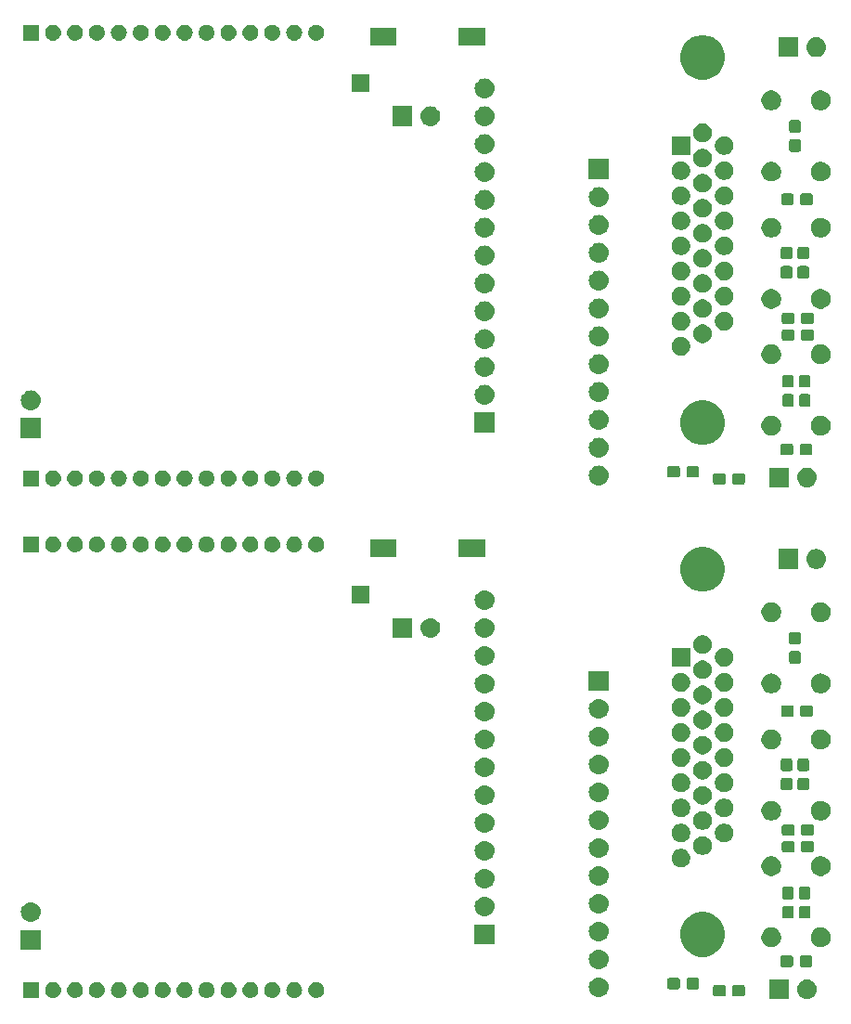
<source format=gbs>
G04 #@! TF.GenerationSoftware,KiCad,Pcbnew,(5.1.0-0)*
G04 #@! TF.CreationDate,2019-04-23T20:45:17+03:00*
G04 #@! TF.ProjectId,panel,70616e65-6c2e-46b6-9963-61645f706362,1.0*
G04 #@! TF.SameCoordinates,Original*
G04 #@! TF.FileFunction,Soldermask,Bot*
G04 #@! TF.FilePolarity,Negative*
%FSLAX46Y46*%
G04 Gerber Fmt 4.6, Leading zero omitted, Abs format (unit mm)*
G04 Created by KiCad (PCBNEW (5.1.0-0)) date 2019-04-23 20:45:17*
%MOMM*%
%LPD*%
G04 APERTURE LIST*
%ADD10C,0.100000*%
G04 APERTURE END LIST*
D10*
G36*
X193480642Y-115869318D02*
G01*
X193546827Y-115875837D01*
X193716666Y-115927357D01*
X193873191Y-116011022D01*
X193908929Y-116040352D01*
X194010386Y-116123614D01*
X194093648Y-116225071D01*
X194122978Y-116260809D01*
X194206643Y-116417334D01*
X194258163Y-116587173D01*
X194275559Y-116763800D01*
X194258163Y-116940427D01*
X194206643Y-117110266D01*
X194122978Y-117266791D01*
X194101637Y-117292795D01*
X194010386Y-117403986D01*
X193909232Y-117487000D01*
X193873191Y-117516578D01*
X193716666Y-117600243D01*
X193546827Y-117651763D01*
X193480642Y-117658282D01*
X193414460Y-117664800D01*
X193325940Y-117664800D01*
X193259758Y-117658282D01*
X193193573Y-117651763D01*
X193023734Y-117600243D01*
X192867209Y-117516578D01*
X192831168Y-117487000D01*
X192730014Y-117403986D01*
X192638763Y-117292795D01*
X192617422Y-117266791D01*
X192533757Y-117110266D01*
X192482237Y-116940427D01*
X192464841Y-116763800D01*
X192482237Y-116587173D01*
X192533757Y-116417334D01*
X192617422Y-116260809D01*
X192646752Y-116225071D01*
X192730014Y-116123614D01*
X192831471Y-116040352D01*
X192867209Y-116011022D01*
X193023734Y-115927357D01*
X193193573Y-115875837D01*
X193259758Y-115869318D01*
X193325940Y-115862800D01*
X193414460Y-115862800D01*
X193480642Y-115869318D01*
X193480642Y-115869318D01*
G37*
G36*
X191731200Y-117664800D02*
G01*
X189929200Y-117664800D01*
X189929200Y-115862800D01*
X191731200Y-115862800D01*
X191731200Y-117664800D01*
X191731200Y-117664800D01*
G37*
G36*
X144660213Y-116117502D02*
G01*
X144731321Y-116124505D01*
X144868172Y-116166019D01*
X144868175Y-116166020D01*
X144994294Y-116233432D01*
X145104843Y-116324157D01*
X145195568Y-116434706D01*
X145262980Y-116560825D01*
X145262981Y-116560828D01*
X145304495Y-116697679D01*
X145318512Y-116840000D01*
X145304495Y-116982321D01*
X145272137Y-117088989D01*
X145262980Y-117119175D01*
X145195568Y-117245294D01*
X145104843Y-117355843D01*
X144994294Y-117446568D01*
X144868175Y-117513980D01*
X144868172Y-117513981D01*
X144731321Y-117555495D01*
X144660213Y-117562498D01*
X144624660Y-117566000D01*
X144553340Y-117566000D01*
X144517787Y-117562498D01*
X144446679Y-117555495D01*
X144309828Y-117513981D01*
X144309825Y-117513980D01*
X144183706Y-117446568D01*
X144073157Y-117355843D01*
X143982432Y-117245294D01*
X143915020Y-117119175D01*
X143905863Y-117088989D01*
X143873505Y-116982321D01*
X143859488Y-116840000D01*
X143873505Y-116697679D01*
X143915019Y-116560828D01*
X143915020Y-116560825D01*
X143982432Y-116434706D01*
X144073157Y-116324157D01*
X144183706Y-116233432D01*
X144309825Y-116166020D01*
X144309828Y-116166019D01*
X144446679Y-116124505D01*
X144517787Y-116117502D01*
X144553340Y-116114000D01*
X144624660Y-116114000D01*
X144660213Y-116117502D01*
X144660213Y-116117502D01*
G37*
G36*
X142660213Y-116117502D02*
G01*
X142731321Y-116124505D01*
X142868172Y-116166019D01*
X142868175Y-116166020D01*
X142994294Y-116233432D01*
X143104843Y-116324157D01*
X143195568Y-116434706D01*
X143262980Y-116560825D01*
X143262981Y-116560828D01*
X143304495Y-116697679D01*
X143318512Y-116840000D01*
X143304495Y-116982321D01*
X143272137Y-117088989D01*
X143262980Y-117119175D01*
X143195568Y-117245294D01*
X143104843Y-117355843D01*
X142994294Y-117446568D01*
X142868175Y-117513980D01*
X142868172Y-117513981D01*
X142731321Y-117555495D01*
X142660213Y-117562498D01*
X142624660Y-117566000D01*
X142553340Y-117566000D01*
X142517787Y-117562498D01*
X142446679Y-117555495D01*
X142309828Y-117513981D01*
X142309825Y-117513980D01*
X142183706Y-117446568D01*
X142073157Y-117355843D01*
X141982432Y-117245294D01*
X141915020Y-117119175D01*
X141905863Y-117088989D01*
X141873505Y-116982321D01*
X141859488Y-116840000D01*
X141873505Y-116697679D01*
X141915019Y-116560828D01*
X141915020Y-116560825D01*
X141982432Y-116434706D01*
X142073157Y-116324157D01*
X142183706Y-116233432D01*
X142309825Y-116166020D01*
X142309828Y-116166019D01*
X142446679Y-116124505D01*
X142517787Y-116117502D01*
X142553340Y-116114000D01*
X142624660Y-116114000D01*
X142660213Y-116117502D01*
X142660213Y-116117502D01*
G37*
G36*
X140660213Y-116117502D02*
G01*
X140731321Y-116124505D01*
X140868172Y-116166019D01*
X140868175Y-116166020D01*
X140994294Y-116233432D01*
X141104843Y-116324157D01*
X141195568Y-116434706D01*
X141262980Y-116560825D01*
X141262981Y-116560828D01*
X141304495Y-116697679D01*
X141318512Y-116840000D01*
X141304495Y-116982321D01*
X141272137Y-117088989D01*
X141262980Y-117119175D01*
X141195568Y-117245294D01*
X141104843Y-117355843D01*
X140994294Y-117446568D01*
X140868175Y-117513980D01*
X140868172Y-117513981D01*
X140731321Y-117555495D01*
X140660213Y-117562498D01*
X140624660Y-117566000D01*
X140553340Y-117566000D01*
X140517787Y-117562498D01*
X140446679Y-117555495D01*
X140309828Y-117513981D01*
X140309825Y-117513980D01*
X140183706Y-117446568D01*
X140073157Y-117355843D01*
X139982432Y-117245294D01*
X139915020Y-117119175D01*
X139905863Y-117088989D01*
X139873505Y-116982321D01*
X139859488Y-116840000D01*
X139873505Y-116697679D01*
X139915019Y-116560828D01*
X139915020Y-116560825D01*
X139982432Y-116434706D01*
X140073157Y-116324157D01*
X140183706Y-116233432D01*
X140309825Y-116166020D01*
X140309828Y-116166019D01*
X140446679Y-116124505D01*
X140517787Y-116117502D01*
X140553340Y-116114000D01*
X140624660Y-116114000D01*
X140660213Y-116117502D01*
X140660213Y-116117502D01*
G37*
G36*
X138660213Y-116117502D02*
G01*
X138731321Y-116124505D01*
X138868172Y-116166019D01*
X138868175Y-116166020D01*
X138994294Y-116233432D01*
X139104843Y-116324157D01*
X139195568Y-116434706D01*
X139262980Y-116560825D01*
X139262981Y-116560828D01*
X139304495Y-116697679D01*
X139318512Y-116840000D01*
X139304495Y-116982321D01*
X139272137Y-117088989D01*
X139262980Y-117119175D01*
X139195568Y-117245294D01*
X139104843Y-117355843D01*
X138994294Y-117446568D01*
X138868175Y-117513980D01*
X138868172Y-117513981D01*
X138731321Y-117555495D01*
X138660213Y-117562498D01*
X138624660Y-117566000D01*
X138553340Y-117566000D01*
X138517787Y-117562498D01*
X138446679Y-117555495D01*
X138309828Y-117513981D01*
X138309825Y-117513980D01*
X138183706Y-117446568D01*
X138073157Y-117355843D01*
X137982432Y-117245294D01*
X137915020Y-117119175D01*
X137905863Y-117088989D01*
X137873505Y-116982321D01*
X137859488Y-116840000D01*
X137873505Y-116697679D01*
X137915019Y-116560828D01*
X137915020Y-116560825D01*
X137982432Y-116434706D01*
X138073157Y-116324157D01*
X138183706Y-116233432D01*
X138309825Y-116166020D01*
X138309828Y-116166019D01*
X138446679Y-116124505D01*
X138517787Y-116117502D01*
X138553340Y-116114000D01*
X138624660Y-116114000D01*
X138660213Y-116117502D01*
X138660213Y-116117502D01*
G37*
G36*
X136660213Y-116117502D02*
G01*
X136731321Y-116124505D01*
X136868172Y-116166019D01*
X136868175Y-116166020D01*
X136994294Y-116233432D01*
X137104843Y-116324157D01*
X137195568Y-116434706D01*
X137262980Y-116560825D01*
X137262981Y-116560828D01*
X137304495Y-116697679D01*
X137318512Y-116840000D01*
X137304495Y-116982321D01*
X137272137Y-117088989D01*
X137262980Y-117119175D01*
X137195568Y-117245294D01*
X137104843Y-117355843D01*
X136994294Y-117446568D01*
X136868175Y-117513980D01*
X136868172Y-117513981D01*
X136731321Y-117555495D01*
X136660213Y-117562498D01*
X136624660Y-117566000D01*
X136553340Y-117566000D01*
X136517787Y-117562498D01*
X136446679Y-117555495D01*
X136309828Y-117513981D01*
X136309825Y-117513980D01*
X136183706Y-117446568D01*
X136073157Y-117355843D01*
X135982432Y-117245294D01*
X135915020Y-117119175D01*
X135905863Y-117088989D01*
X135873505Y-116982321D01*
X135859488Y-116840000D01*
X135873505Y-116697679D01*
X135915019Y-116560828D01*
X135915020Y-116560825D01*
X135982432Y-116434706D01*
X136073157Y-116324157D01*
X136183706Y-116233432D01*
X136309825Y-116166020D01*
X136309828Y-116166019D01*
X136446679Y-116124505D01*
X136517787Y-116117502D01*
X136553340Y-116114000D01*
X136624660Y-116114000D01*
X136660213Y-116117502D01*
X136660213Y-116117502D01*
G37*
G36*
X134660213Y-116117502D02*
G01*
X134731321Y-116124505D01*
X134868172Y-116166019D01*
X134868175Y-116166020D01*
X134994294Y-116233432D01*
X135104843Y-116324157D01*
X135195568Y-116434706D01*
X135262980Y-116560825D01*
X135262981Y-116560828D01*
X135304495Y-116697679D01*
X135318512Y-116840000D01*
X135304495Y-116982321D01*
X135272137Y-117088989D01*
X135262980Y-117119175D01*
X135195568Y-117245294D01*
X135104843Y-117355843D01*
X134994294Y-117446568D01*
X134868175Y-117513980D01*
X134868172Y-117513981D01*
X134731321Y-117555495D01*
X134660213Y-117562498D01*
X134624660Y-117566000D01*
X134553340Y-117566000D01*
X134517787Y-117562498D01*
X134446679Y-117555495D01*
X134309828Y-117513981D01*
X134309825Y-117513980D01*
X134183706Y-117446568D01*
X134073157Y-117355843D01*
X133982432Y-117245294D01*
X133915020Y-117119175D01*
X133905863Y-117088989D01*
X133873505Y-116982321D01*
X133859488Y-116840000D01*
X133873505Y-116697679D01*
X133915019Y-116560828D01*
X133915020Y-116560825D01*
X133982432Y-116434706D01*
X134073157Y-116324157D01*
X134183706Y-116233432D01*
X134309825Y-116166020D01*
X134309828Y-116166019D01*
X134446679Y-116124505D01*
X134517787Y-116117502D01*
X134553340Y-116114000D01*
X134624660Y-116114000D01*
X134660213Y-116117502D01*
X134660213Y-116117502D01*
G37*
G36*
X132660213Y-116117502D02*
G01*
X132731321Y-116124505D01*
X132868172Y-116166019D01*
X132868175Y-116166020D01*
X132994294Y-116233432D01*
X133104843Y-116324157D01*
X133195568Y-116434706D01*
X133262980Y-116560825D01*
X133262981Y-116560828D01*
X133304495Y-116697679D01*
X133318512Y-116840000D01*
X133304495Y-116982321D01*
X133272137Y-117088989D01*
X133262980Y-117119175D01*
X133195568Y-117245294D01*
X133104843Y-117355843D01*
X132994294Y-117446568D01*
X132868175Y-117513980D01*
X132868172Y-117513981D01*
X132731321Y-117555495D01*
X132660213Y-117562498D01*
X132624660Y-117566000D01*
X132553340Y-117566000D01*
X132517787Y-117562498D01*
X132446679Y-117555495D01*
X132309828Y-117513981D01*
X132309825Y-117513980D01*
X132183706Y-117446568D01*
X132073157Y-117355843D01*
X131982432Y-117245294D01*
X131915020Y-117119175D01*
X131905863Y-117088989D01*
X131873505Y-116982321D01*
X131859488Y-116840000D01*
X131873505Y-116697679D01*
X131915019Y-116560828D01*
X131915020Y-116560825D01*
X131982432Y-116434706D01*
X132073157Y-116324157D01*
X132183706Y-116233432D01*
X132309825Y-116166020D01*
X132309828Y-116166019D01*
X132446679Y-116124505D01*
X132517787Y-116117502D01*
X132553340Y-116114000D01*
X132624660Y-116114000D01*
X132660213Y-116117502D01*
X132660213Y-116117502D01*
G37*
G36*
X130660213Y-116117502D02*
G01*
X130731321Y-116124505D01*
X130868172Y-116166019D01*
X130868175Y-116166020D01*
X130994294Y-116233432D01*
X131104843Y-116324157D01*
X131195568Y-116434706D01*
X131262980Y-116560825D01*
X131262981Y-116560828D01*
X131304495Y-116697679D01*
X131318512Y-116840000D01*
X131304495Y-116982321D01*
X131272137Y-117088989D01*
X131262980Y-117119175D01*
X131195568Y-117245294D01*
X131104843Y-117355843D01*
X130994294Y-117446568D01*
X130868175Y-117513980D01*
X130868172Y-117513981D01*
X130731321Y-117555495D01*
X130660213Y-117562498D01*
X130624660Y-117566000D01*
X130553340Y-117566000D01*
X130517787Y-117562498D01*
X130446679Y-117555495D01*
X130309828Y-117513981D01*
X130309825Y-117513980D01*
X130183706Y-117446568D01*
X130073157Y-117355843D01*
X129982432Y-117245294D01*
X129915020Y-117119175D01*
X129905863Y-117088989D01*
X129873505Y-116982321D01*
X129859488Y-116840000D01*
X129873505Y-116697679D01*
X129915019Y-116560828D01*
X129915020Y-116560825D01*
X129982432Y-116434706D01*
X130073157Y-116324157D01*
X130183706Y-116233432D01*
X130309825Y-116166020D01*
X130309828Y-116166019D01*
X130446679Y-116124505D01*
X130517787Y-116117502D01*
X130553340Y-116114000D01*
X130624660Y-116114000D01*
X130660213Y-116117502D01*
X130660213Y-116117502D01*
G37*
G36*
X128660213Y-116117502D02*
G01*
X128731321Y-116124505D01*
X128868172Y-116166019D01*
X128868175Y-116166020D01*
X128994294Y-116233432D01*
X129104843Y-116324157D01*
X129195568Y-116434706D01*
X129262980Y-116560825D01*
X129262981Y-116560828D01*
X129304495Y-116697679D01*
X129318512Y-116840000D01*
X129304495Y-116982321D01*
X129272137Y-117088989D01*
X129262980Y-117119175D01*
X129195568Y-117245294D01*
X129104843Y-117355843D01*
X128994294Y-117446568D01*
X128868175Y-117513980D01*
X128868172Y-117513981D01*
X128731321Y-117555495D01*
X128660213Y-117562498D01*
X128624660Y-117566000D01*
X128553340Y-117566000D01*
X128517787Y-117562498D01*
X128446679Y-117555495D01*
X128309828Y-117513981D01*
X128309825Y-117513980D01*
X128183706Y-117446568D01*
X128073157Y-117355843D01*
X127982432Y-117245294D01*
X127915020Y-117119175D01*
X127905863Y-117088989D01*
X127873505Y-116982321D01*
X127859488Y-116840000D01*
X127873505Y-116697679D01*
X127915019Y-116560828D01*
X127915020Y-116560825D01*
X127982432Y-116434706D01*
X128073157Y-116324157D01*
X128183706Y-116233432D01*
X128309825Y-116166020D01*
X128309828Y-116166019D01*
X128446679Y-116124505D01*
X128517787Y-116117502D01*
X128553340Y-116114000D01*
X128624660Y-116114000D01*
X128660213Y-116117502D01*
X128660213Y-116117502D01*
G37*
G36*
X126660213Y-116117502D02*
G01*
X126731321Y-116124505D01*
X126868172Y-116166019D01*
X126868175Y-116166020D01*
X126994294Y-116233432D01*
X127104843Y-116324157D01*
X127195568Y-116434706D01*
X127262980Y-116560825D01*
X127262981Y-116560828D01*
X127304495Y-116697679D01*
X127318512Y-116840000D01*
X127304495Y-116982321D01*
X127272137Y-117088989D01*
X127262980Y-117119175D01*
X127195568Y-117245294D01*
X127104843Y-117355843D01*
X126994294Y-117446568D01*
X126868175Y-117513980D01*
X126868172Y-117513981D01*
X126731321Y-117555495D01*
X126660213Y-117562498D01*
X126624660Y-117566000D01*
X126553340Y-117566000D01*
X126517787Y-117562498D01*
X126446679Y-117555495D01*
X126309828Y-117513981D01*
X126309825Y-117513980D01*
X126183706Y-117446568D01*
X126073157Y-117355843D01*
X125982432Y-117245294D01*
X125915020Y-117119175D01*
X125905863Y-117088989D01*
X125873505Y-116982321D01*
X125859488Y-116840000D01*
X125873505Y-116697679D01*
X125915019Y-116560828D01*
X125915020Y-116560825D01*
X125982432Y-116434706D01*
X126073157Y-116324157D01*
X126183706Y-116233432D01*
X126309825Y-116166020D01*
X126309828Y-116166019D01*
X126446679Y-116124505D01*
X126517787Y-116117502D01*
X126553340Y-116114000D01*
X126624660Y-116114000D01*
X126660213Y-116117502D01*
X126660213Y-116117502D01*
G37*
G36*
X124660213Y-116117502D02*
G01*
X124731321Y-116124505D01*
X124868172Y-116166019D01*
X124868175Y-116166020D01*
X124994294Y-116233432D01*
X125104843Y-116324157D01*
X125195568Y-116434706D01*
X125262980Y-116560825D01*
X125262981Y-116560828D01*
X125304495Y-116697679D01*
X125318512Y-116840000D01*
X125304495Y-116982321D01*
X125272137Y-117088989D01*
X125262980Y-117119175D01*
X125195568Y-117245294D01*
X125104843Y-117355843D01*
X124994294Y-117446568D01*
X124868175Y-117513980D01*
X124868172Y-117513981D01*
X124731321Y-117555495D01*
X124660213Y-117562498D01*
X124624660Y-117566000D01*
X124553340Y-117566000D01*
X124517787Y-117562498D01*
X124446679Y-117555495D01*
X124309828Y-117513981D01*
X124309825Y-117513980D01*
X124183706Y-117446568D01*
X124073157Y-117355843D01*
X123982432Y-117245294D01*
X123915020Y-117119175D01*
X123905863Y-117088989D01*
X123873505Y-116982321D01*
X123859488Y-116840000D01*
X123873505Y-116697679D01*
X123915019Y-116560828D01*
X123915020Y-116560825D01*
X123982432Y-116434706D01*
X124073157Y-116324157D01*
X124183706Y-116233432D01*
X124309825Y-116166020D01*
X124309828Y-116166019D01*
X124446679Y-116124505D01*
X124517787Y-116117502D01*
X124553340Y-116114000D01*
X124624660Y-116114000D01*
X124660213Y-116117502D01*
X124660213Y-116117502D01*
G37*
G36*
X123315000Y-117566000D02*
G01*
X121863000Y-117566000D01*
X121863000Y-116114000D01*
X123315000Y-116114000D01*
X123315000Y-117566000D01*
X123315000Y-117566000D01*
G37*
G36*
X148660213Y-116117502D02*
G01*
X148731321Y-116124505D01*
X148868172Y-116166019D01*
X148868175Y-116166020D01*
X148994294Y-116233432D01*
X149104843Y-116324157D01*
X149195568Y-116434706D01*
X149262980Y-116560825D01*
X149262981Y-116560828D01*
X149304495Y-116697679D01*
X149318512Y-116840000D01*
X149304495Y-116982321D01*
X149272137Y-117088989D01*
X149262980Y-117119175D01*
X149195568Y-117245294D01*
X149104843Y-117355843D01*
X148994294Y-117446568D01*
X148868175Y-117513980D01*
X148868172Y-117513981D01*
X148731321Y-117555495D01*
X148660213Y-117562498D01*
X148624660Y-117566000D01*
X148553340Y-117566000D01*
X148517787Y-117562498D01*
X148446679Y-117555495D01*
X148309828Y-117513981D01*
X148309825Y-117513980D01*
X148183706Y-117446568D01*
X148073157Y-117355843D01*
X147982432Y-117245294D01*
X147915020Y-117119175D01*
X147905863Y-117088989D01*
X147873505Y-116982321D01*
X147859488Y-116840000D01*
X147873505Y-116697679D01*
X147915019Y-116560828D01*
X147915020Y-116560825D01*
X147982432Y-116434706D01*
X148073157Y-116324157D01*
X148183706Y-116233432D01*
X148309825Y-116166020D01*
X148309828Y-116166019D01*
X148446679Y-116124505D01*
X148517787Y-116117502D01*
X148553340Y-116114000D01*
X148624660Y-116114000D01*
X148660213Y-116117502D01*
X148660213Y-116117502D01*
G37*
G36*
X146660213Y-116117502D02*
G01*
X146731321Y-116124505D01*
X146868172Y-116166019D01*
X146868175Y-116166020D01*
X146994294Y-116233432D01*
X147104843Y-116324157D01*
X147195568Y-116434706D01*
X147262980Y-116560825D01*
X147262981Y-116560828D01*
X147304495Y-116697679D01*
X147318512Y-116840000D01*
X147304495Y-116982321D01*
X147272137Y-117088989D01*
X147262980Y-117119175D01*
X147195568Y-117245294D01*
X147104843Y-117355843D01*
X146994294Y-117446568D01*
X146868175Y-117513980D01*
X146868172Y-117513981D01*
X146731321Y-117555495D01*
X146660213Y-117562498D01*
X146624660Y-117566000D01*
X146553340Y-117566000D01*
X146517787Y-117562498D01*
X146446679Y-117555495D01*
X146309828Y-117513981D01*
X146309825Y-117513980D01*
X146183706Y-117446568D01*
X146073157Y-117355843D01*
X145982432Y-117245294D01*
X145915020Y-117119175D01*
X145905863Y-117088989D01*
X145873505Y-116982321D01*
X145859488Y-116840000D01*
X145873505Y-116697679D01*
X145915019Y-116560828D01*
X145915020Y-116560825D01*
X145982432Y-116434706D01*
X146073157Y-116324157D01*
X146183706Y-116233432D01*
X146309825Y-116166020D01*
X146309828Y-116166019D01*
X146446679Y-116124505D01*
X146517787Y-116117502D01*
X146553340Y-116114000D01*
X146624660Y-116114000D01*
X146660213Y-116117502D01*
X146660213Y-116117502D01*
G37*
G36*
X174481443Y-115691519D02*
G01*
X174547627Y-115698037D01*
X174717466Y-115749557D01*
X174873991Y-115833222D01*
X174883596Y-115841105D01*
X175011186Y-115945814D01*
X175094448Y-116047271D01*
X175123778Y-116083009D01*
X175207443Y-116239534D01*
X175258963Y-116409373D01*
X175276359Y-116586000D01*
X175258963Y-116762627D01*
X175207443Y-116932466D01*
X175123778Y-117088991D01*
X175106318Y-117110266D01*
X175011186Y-117226186D01*
X174909729Y-117309448D01*
X174873991Y-117338778D01*
X174717466Y-117422443D01*
X174547627Y-117473963D01*
X174481442Y-117480482D01*
X174415260Y-117487000D01*
X174326740Y-117487000D01*
X174260558Y-117480482D01*
X174194373Y-117473963D01*
X174024534Y-117422443D01*
X173868009Y-117338778D01*
X173832271Y-117309448D01*
X173730814Y-117226186D01*
X173635682Y-117110266D01*
X173618222Y-117088991D01*
X173534557Y-116932466D01*
X173483037Y-116762627D01*
X173465641Y-116586000D01*
X173483037Y-116409373D01*
X173534557Y-116239534D01*
X173618222Y-116083009D01*
X173647552Y-116047271D01*
X173730814Y-115945814D01*
X173858404Y-115841105D01*
X173868009Y-115833222D01*
X174024534Y-115749557D01*
X174194373Y-115698037D01*
X174260557Y-115691519D01*
X174326740Y-115685000D01*
X174415260Y-115685000D01*
X174481443Y-115691519D01*
X174481443Y-115691519D01*
G37*
G36*
X185797699Y-116369245D02*
G01*
X185835195Y-116380620D01*
X185869754Y-116399092D01*
X185900047Y-116423953D01*
X185924908Y-116454246D01*
X185943380Y-116488805D01*
X185954755Y-116526301D01*
X185959200Y-116571438D01*
X185959200Y-117210162D01*
X185954755Y-117255299D01*
X185943380Y-117292795D01*
X185924908Y-117327354D01*
X185900047Y-117357647D01*
X185869754Y-117382508D01*
X185835195Y-117400980D01*
X185797699Y-117412355D01*
X185752562Y-117416800D01*
X185013838Y-117416800D01*
X184968701Y-117412355D01*
X184931205Y-117400980D01*
X184896646Y-117382508D01*
X184866353Y-117357647D01*
X184841492Y-117327354D01*
X184823020Y-117292795D01*
X184811645Y-117255299D01*
X184807200Y-117210162D01*
X184807200Y-116571438D01*
X184811645Y-116526301D01*
X184823020Y-116488805D01*
X184841492Y-116454246D01*
X184866353Y-116423953D01*
X184896646Y-116399092D01*
X184931205Y-116380620D01*
X184968701Y-116369245D01*
X185013838Y-116364800D01*
X185752562Y-116364800D01*
X185797699Y-116369245D01*
X185797699Y-116369245D01*
G37*
G36*
X187547699Y-116369245D02*
G01*
X187585195Y-116380620D01*
X187619754Y-116399092D01*
X187650047Y-116423953D01*
X187674908Y-116454246D01*
X187693380Y-116488805D01*
X187704755Y-116526301D01*
X187709200Y-116571438D01*
X187709200Y-117210162D01*
X187704755Y-117255299D01*
X187693380Y-117292795D01*
X187674908Y-117327354D01*
X187650047Y-117357647D01*
X187619754Y-117382508D01*
X187585195Y-117400980D01*
X187547699Y-117412355D01*
X187502562Y-117416800D01*
X186763838Y-117416800D01*
X186718701Y-117412355D01*
X186681205Y-117400980D01*
X186646646Y-117382508D01*
X186616353Y-117357647D01*
X186591492Y-117327354D01*
X186573020Y-117292795D01*
X186561645Y-117255299D01*
X186557200Y-117210162D01*
X186557200Y-116571438D01*
X186561645Y-116526301D01*
X186573020Y-116488805D01*
X186591492Y-116454246D01*
X186616353Y-116423953D01*
X186646646Y-116399092D01*
X186681205Y-116380620D01*
X186718701Y-116369245D01*
X186763838Y-116364800D01*
X187502562Y-116364800D01*
X187547699Y-116369245D01*
X187547699Y-116369245D01*
G37*
G36*
X181619399Y-115721545D02*
G01*
X181656895Y-115732920D01*
X181691454Y-115751392D01*
X181721747Y-115776253D01*
X181746608Y-115806546D01*
X181765080Y-115841105D01*
X181776455Y-115878601D01*
X181780900Y-115923738D01*
X181780900Y-116562462D01*
X181776455Y-116607599D01*
X181765080Y-116645095D01*
X181746608Y-116679654D01*
X181721747Y-116709947D01*
X181691454Y-116734808D01*
X181656895Y-116753280D01*
X181619399Y-116764655D01*
X181574262Y-116769100D01*
X180835538Y-116769100D01*
X180790401Y-116764655D01*
X180752905Y-116753280D01*
X180718346Y-116734808D01*
X180688053Y-116709947D01*
X180663192Y-116679654D01*
X180644720Y-116645095D01*
X180633345Y-116607599D01*
X180628900Y-116562462D01*
X180628900Y-115923738D01*
X180633345Y-115878601D01*
X180644720Y-115841105D01*
X180663192Y-115806546D01*
X180688053Y-115776253D01*
X180718346Y-115751392D01*
X180752905Y-115732920D01*
X180790401Y-115721545D01*
X180835538Y-115717100D01*
X181574262Y-115717100D01*
X181619399Y-115721545D01*
X181619399Y-115721545D01*
G37*
G36*
X183369399Y-115721545D02*
G01*
X183406895Y-115732920D01*
X183441454Y-115751392D01*
X183471747Y-115776253D01*
X183496608Y-115806546D01*
X183515080Y-115841105D01*
X183526455Y-115878601D01*
X183530900Y-115923738D01*
X183530900Y-116562462D01*
X183526455Y-116607599D01*
X183515080Y-116645095D01*
X183496608Y-116679654D01*
X183471747Y-116709947D01*
X183441454Y-116734808D01*
X183406895Y-116753280D01*
X183369399Y-116764655D01*
X183324262Y-116769100D01*
X182585538Y-116769100D01*
X182540401Y-116764655D01*
X182502905Y-116753280D01*
X182468346Y-116734808D01*
X182438053Y-116709947D01*
X182413192Y-116679654D01*
X182394720Y-116645095D01*
X182383345Y-116607599D01*
X182378900Y-116562462D01*
X182378900Y-115923738D01*
X182383345Y-115878601D01*
X182394720Y-115841105D01*
X182413192Y-115806546D01*
X182438053Y-115776253D01*
X182468346Y-115751392D01*
X182502905Y-115732920D01*
X182540401Y-115721545D01*
X182585538Y-115717100D01*
X183324262Y-115717100D01*
X183369399Y-115721545D01*
X183369399Y-115721545D01*
G37*
G36*
X174481442Y-113151518D02*
G01*
X174547627Y-113158037D01*
X174717466Y-113209557D01*
X174873991Y-113293222D01*
X174909729Y-113322552D01*
X175011186Y-113405814D01*
X175094448Y-113507271D01*
X175123778Y-113543009D01*
X175207443Y-113699534D01*
X175258963Y-113869373D01*
X175276359Y-114046000D01*
X175258963Y-114222627D01*
X175207443Y-114392466D01*
X175123778Y-114548991D01*
X175102641Y-114574746D01*
X175011186Y-114686186D01*
X174909729Y-114769448D01*
X174873991Y-114798778D01*
X174717466Y-114882443D01*
X174547627Y-114933963D01*
X174481442Y-114940482D01*
X174415260Y-114947000D01*
X174326740Y-114947000D01*
X174260558Y-114940482D01*
X174194373Y-114933963D01*
X174024534Y-114882443D01*
X173868009Y-114798778D01*
X173832271Y-114769448D01*
X173730814Y-114686186D01*
X173639359Y-114574746D01*
X173618222Y-114548991D01*
X173534557Y-114392466D01*
X173483037Y-114222627D01*
X173465641Y-114046000D01*
X173483037Y-113869373D01*
X173534557Y-113699534D01*
X173618222Y-113543009D01*
X173647552Y-113507271D01*
X173730814Y-113405814D01*
X173832271Y-113322552D01*
X173868009Y-113293222D01*
X174024534Y-113209557D01*
X174194373Y-113158037D01*
X174260558Y-113151518D01*
X174326740Y-113145000D01*
X174415260Y-113145000D01*
X174481442Y-113151518D01*
X174481442Y-113151518D01*
G37*
G36*
X193694499Y-113689545D02*
G01*
X193731995Y-113700920D01*
X193766554Y-113719392D01*
X193796847Y-113744253D01*
X193821708Y-113774546D01*
X193840180Y-113809105D01*
X193851555Y-113846601D01*
X193856000Y-113891738D01*
X193856000Y-114530462D01*
X193851555Y-114575599D01*
X193840180Y-114613095D01*
X193821708Y-114647654D01*
X193796847Y-114677947D01*
X193766554Y-114702808D01*
X193731995Y-114721280D01*
X193694499Y-114732655D01*
X193649362Y-114737100D01*
X192910638Y-114737100D01*
X192865501Y-114732655D01*
X192828005Y-114721280D01*
X192793446Y-114702808D01*
X192763153Y-114677947D01*
X192738292Y-114647654D01*
X192719820Y-114613095D01*
X192708445Y-114575599D01*
X192704000Y-114530462D01*
X192704000Y-113891738D01*
X192708445Y-113846601D01*
X192719820Y-113809105D01*
X192738292Y-113774546D01*
X192763153Y-113744253D01*
X192793446Y-113719392D01*
X192828005Y-113700920D01*
X192865501Y-113689545D01*
X192910638Y-113685100D01*
X193649362Y-113685100D01*
X193694499Y-113689545D01*
X193694499Y-113689545D01*
G37*
G36*
X191944499Y-113689545D02*
G01*
X191981995Y-113700920D01*
X192016554Y-113719392D01*
X192046847Y-113744253D01*
X192071708Y-113774546D01*
X192090180Y-113809105D01*
X192101555Y-113846601D01*
X192106000Y-113891738D01*
X192106000Y-114530462D01*
X192101555Y-114575599D01*
X192090180Y-114613095D01*
X192071708Y-114647654D01*
X192046847Y-114677947D01*
X192016554Y-114702808D01*
X191981995Y-114721280D01*
X191944499Y-114732655D01*
X191899362Y-114737100D01*
X191160638Y-114737100D01*
X191115501Y-114732655D01*
X191078005Y-114721280D01*
X191043446Y-114702808D01*
X191013153Y-114677947D01*
X190988292Y-114647654D01*
X190969820Y-114613095D01*
X190958445Y-114575599D01*
X190954000Y-114530462D01*
X190954000Y-113891738D01*
X190958445Y-113846601D01*
X190969820Y-113809105D01*
X190988292Y-113774546D01*
X191013153Y-113744253D01*
X191043446Y-113719392D01*
X191078005Y-113700920D01*
X191115501Y-113689545D01*
X191160638Y-113685100D01*
X191899362Y-113685100D01*
X191944499Y-113689545D01*
X191944499Y-113689545D01*
G37*
G36*
X184442254Y-109789818D02*
G01*
X184815511Y-109944426D01*
X184815513Y-109944427D01*
X185151436Y-110168884D01*
X185437116Y-110454564D01*
X185636673Y-110753221D01*
X185661574Y-110790489D01*
X185816182Y-111163746D01*
X185895000Y-111559993D01*
X185895000Y-111964007D01*
X185816182Y-112360254D01*
X185802219Y-112393963D01*
X185661573Y-112733513D01*
X185437116Y-113069436D01*
X185151436Y-113355116D01*
X184815513Y-113579573D01*
X184815512Y-113579574D01*
X184815511Y-113579574D01*
X184442254Y-113734182D01*
X184046007Y-113813000D01*
X183641993Y-113813000D01*
X183245746Y-113734182D01*
X182872489Y-113579574D01*
X182872488Y-113579574D01*
X182872487Y-113579573D01*
X182536564Y-113355116D01*
X182250884Y-113069436D01*
X182026427Y-112733513D01*
X181885781Y-112393963D01*
X181871818Y-112360254D01*
X181793000Y-111964007D01*
X181793000Y-111559993D01*
X181871818Y-111163746D01*
X182026426Y-110790489D01*
X182051328Y-110753221D01*
X182250884Y-110454564D01*
X182536564Y-110168884D01*
X182872487Y-109944427D01*
X182872489Y-109944426D01*
X183245746Y-109789818D01*
X183641993Y-109711000D01*
X184046007Y-109711000D01*
X184442254Y-109789818D01*
X184442254Y-109789818D01*
G37*
G36*
X123456000Y-113169000D02*
G01*
X121654000Y-113169000D01*
X121654000Y-111367000D01*
X123456000Y-111367000D01*
X123456000Y-113169000D01*
X123456000Y-113169000D01*
G37*
G36*
X190232512Y-111143327D02*
G01*
X190381812Y-111173024D01*
X190545784Y-111240944D01*
X190693354Y-111339547D01*
X190818853Y-111465046D01*
X190917456Y-111612616D01*
X190985376Y-111776588D01*
X191020000Y-111950659D01*
X191020000Y-112128141D01*
X190985376Y-112302212D01*
X190917456Y-112466184D01*
X190818853Y-112613754D01*
X190693354Y-112739253D01*
X190545784Y-112837856D01*
X190381812Y-112905776D01*
X190232512Y-112935473D01*
X190207742Y-112940400D01*
X190030258Y-112940400D01*
X190005488Y-112935473D01*
X189856188Y-112905776D01*
X189692216Y-112837856D01*
X189544646Y-112739253D01*
X189419147Y-112613754D01*
X189320544Y-112466184D01*
X189252624Y-112302212D01*
X189218000Y-112128141D01*
X189218000Y-111950659D01*
X189252624Y-111776588D01*
X189320544Y-111612616D01*
X189419147Y-111465046D01*
X189544646Y-111339547D01*
X189692216Y-111240944D01*
X189856188Y-111173024D01*
X190005488Y-111143327D01*
X190030258Y-111138400D01*
X190207742Y-111138400D01*
X190232512Y-111143327D01*
X190232512Y-111143327D01*
G37*
G36*
X194732512Y-111143327D02*
G01*
X194881812Y-111173024D01*
X195045784Y-111240944D01*
X195193354Y-111339547D01*
X195318853Y-111465046D01*
X195417456Y-111612616D01*
X195485376Y-111776588D01*
X195520000Y-111950659D01*
X195520000Y-112128141D01*
X195485376Y-112302212D01*
X195417456Y-112466184D01*
X195318853Y-112613754D01*
X195193354Y-112739253D01*
X195045784Y-112837856D01*
X194881812Y-112905776D01*
X194732512Y-112935473D01*
X194707742Y-112940400D01*
X194530258Y-112940400D01*
X194505488Y-112935473D01*
X194356188Y-112905776D01*
X194192216Y-112837856D01*
X194044646Y-112739253D01*
X193919147Y-112613754D01*
X193820544Y-112466184D01*
X193752624Y-112302212D01*
X193718000Y-112128141D01*
X193718000Y-111950659D01*
X193752624Y-111776588D01*
X193820544Y-111612616D01*
X193919147Y-111465046D01*
X194044646Y-111339547D01*
X194192216Y-111240944D01*
X194356188Y-111173024D01*
X194505488Y-111143327D01*
X194530258Y-111138400D01*
X194707742Y-111138400D01*
X194732512Y-111143327D01*
X194732512Y-111143327D01*
G37*
G36*
X164858000Y-112661000D02*
G01*
X163056000Y-112661000D01*
X163056000Y-110859000D01*
X164858000Y-110859000D01*
X164858000Y-112661000D01*
X164858000Y-112661000D01*
G37*
G36*
X174481443Y-110611519D02*
G01*
X174547627Y-110618037D01*
X174717466Y-110669557D01*
X174873991Y-110753222D01*
X174909729Y-110782552D01*
X175011186Y-110865814D01*
X175094448Y-110967271D01*
X175123778Y-111003009D01*
X175207443Y-111159534D01*
X175258963Y-111329373D01*
X175276359Y-111506000D01*
X175258963Y-111682627D01*
X175207443Y-111852466D01*
X175123778Y-112008991D01*
X175094448Y-112044729D01*
X175011186Y-112146186D01*
X174909729Y-112229448D01*
X174873991Y-112258778D01*
X174717466Y-112342443D01*
X174547627Y-112393963D01*
X174481443Y-112400481D01*
X174415260Y-112407000D01*
X174326740Y-112407000D01*
X174260557Y-112400481D01*
X174194373Y-112393963D01*
X174024534Y-112342443D01*
X173868009Y-112258778D01*
X173832271Y-112229448D01*
X173730814Y-112146186D01*
X173647552Y-112044729D01*
X173618222Y-112008991D01*
X173534557Y-111852466D01*
X173483037Y-111682627D01*
X173465641Y-111506000D01*
X173483037Y-111329373D01*
X173534557Y-111159534D01*
X173618222Y-111003009D01*
X173647552Y-110967271D01*
X173730814Y-110865814D01*
X173832271Y-110782552D01*
X173868009Y-110753222D01*
X174024534Y-110669557D01*
X174194373Y-110618037D01*
X174260557Y-110611519D01*
X174326740Y-110605000D01*
X174415260Y-110605000D01*
X174481443Y-110611519D01*
X174481443Y-110611519D01*
G37*
G36*
X122665443Y-108833519D02*
G01*
X122731627Y-108840037D01*
X122901466Y-108891557D01*
X123057991Y-108975222D01*
X123093729Y-109004552D01*
X123195186Y-109087814D01*
X123270200Y-109179220D01*
X123307778Y-109225009D01*
X123391443Y-109381534D01*
X123442963Y-109551373D01*
X123460359Y-109728000D01*
X123442963Y-109904627D01*
X123391443Y-110074466D01*
X123307778Y-110230991D01*
X123287051Y-110256247D01*
X123195186Y-110368186D01*
X123093729Y-110451448D01*
X123057991Y-110480778D01*
X122901466Y-110564443D01*
X122731627Y-110615963D01*
X122665442Y-110622482D01*
X122599260Y-110629000D01*
X122510740Y-110629000D01*
X122444558Y-110622482D01*
X122378373Y-110615963D01*
X122208534Y-110564443D01*
X122052009Y-110480778D01*
X122016271Y-110451448D01*
X121914814Y-110368186D01*
X121822949Y-110256247D01*
X121802222Y-110230991D01*
X121718557Y-110074466D01*
X121667037Y-109904627D01*
X121649641Y-109728000D01*
X121667037Y-109551373D01*
X121718557Y-109381534D01*
X121802222Y-109225009D01*
X121839800Y-109179220D01*
X121914814Y-109087814D01*
X122016271Y-109004552D01*
X122052009Y-108975222D01*
X122208534Y-108891557D01*
X122378373Y-108840037D01*
X122444557Y-108833519D01*
X122510740Y-108827000D01*
X122599260Y-108827000D01*
X122665443Y-108833519D01*
X122665443Y-108833519D01*
G37*
G36*
X193531499Y-109167845D02*
G01*
X193568995Y-109179220D01*
X193603554Y-109197692D01*
X193633847Y-109222553D01*
X193658708Y-109252846D01*
X193677180Y-109287405D01*
X193688555Y-109324901D01*
X193693000Y-109370038D01*
X193693000Y-110108762D01*
X193688555Y-110153899D01*
X193677180Y-110191395D01*
X193658708Y-110225954D01*
X193633847Y-110256247D01*
X193603554Y-110281108D01*
X193568995Y-110299580D01*
X193531499Y-110310955D01*
X193486362Y-110315400D01*
X192847638Y-110315400D01*
X192802501Y-110310955D01*
X192765005Y-110299580D01*
X192730446Y-110281108D01*
X192700153Y-110256247D01*
X192675292Y-110225954D01*
X192656820Y-110191395D01*
X192645445Y-110153899D01*
X192641000Y-110108762D01*
X192641000Y-109370038D01*
X192645445Y-109324901D01*
X192656820Y-109287405D01*
X192675292Y-109252846D01*
X192700153Y-109222553D01*
X192730446Y-109197692D01*
X192765005Y-109179220D01*
X192802501Y-109167845D01*
X192847638Y-109163400D01*
X193486362Y-109163400D01*
X193531499Y-109167845D01*
X193531499Y-109167845D01*
G37*
G36*
X192007499Y-109167845D02*
G01*
X192044995Y-109179220D01*
X192079554Y-109197692D01*
X192109847Y-109222553D01*
X192134708Y-109252846D01*
X192153180Y-109287405D01*
X192164555Y-109324901D01*
X192169000Y-109370038D01*
X192169000Y-110108762D01*
X192164555Y-110153899D01*
X192153180Y-110191395D01*
X192134708Y-110225954D01*
X192109847Y-110256247D01*
X192079554Y-110281108D01*
X192044995Y-110299580D01*
X192007499Y-110310955D01*
X191962362Y-110315400D01*
X191323638Y-110315400D01*
X191278501Y-110310955D01*
X191241005Y-110299580D01*
X191206446Y-110281108D01*
X191176153Y-110256247D01*
X191151292Y-110225954D01*
X191132820Y-110191395D01*
X191121445Y-110153899D01*
X191117000Y-110108762D01*
X191117000Y-109370038D01*
X191121445Y-109324901D01*
X191132820Y-109287405D01*
X191151292Y-109252846D01*
X191176153Y-109222553D01*
X191206446Y-109197692D01*
X191241005Y-109179220D01*
X191278501Y-109167845D01*
X191323638Y-109163400D01*
X191962362Y-109163400D01*
X192007499Y-109167845D01*
X192007499Y-109167845D01*
G37*
G36*
X164067443Y-108325519D02*
G01*
X164133627Y-108332037D01*
X164303466Y-108383557D01*
X164459991Y-108467222D01*
X164495729Y-108496552D01*
X164597186Y-108579814D01*
X164680448Y-108681271D01*
X164709778Y-108717009D01*
X164793443Y-108873534D01*
X164844963Y-109043373D01*
X164862359Y-109220000D01*
X164844963Y-109396627D01*
X164793443Y-109566466D01*
X164709778Y-109722991D01*
X164705667Y-109728000D01*
X164597186Y-109860186D01*
X164495729Y-109943448D01*
X164459991Y-109972778D01*
X164303466Y-110056443D01*
X164133627Y-110107963D01*
X164067443Y-110114481D01*
X164001260Y-110121000D01*
X163912740Y-110121000D01*
X163846557Y-110114481D01*
X163780373Y-110107963D01*
X163610534Y-110056443D01*
X163454009Y-109972778D01*
X163418271Y-109943448D01*
X163316814Y-109860186D01*
X163208333Y-109728000D01*
X163204222Y-109722991D01*
X163120557Y-109566466D01*
X163069037Y-109396627D01*
X163051641Y-109220000D01*
X163069037Y-109043373D01*
X163120557Y-108873534D01*
X163204222Y-108717009D01*
X163233552Y-108681271D01*
X163316814Y-108579814D01*
X163418271Y-108496552D01*
X163454009Y-108467222D01*
X163610534Y-108383557D01*
X163780373Y-108332037D01*
X163846557Y-108325519D01*
X163912740Y-108319000D01*
X164001260Y-108319000D01*
X164067443Y-108325519D01*
X164067443Y-108325519D01*
G37*
G36*
X174481443Y-108071519D02*
G01*
X174547627Y-108078037D01*
X174717466Y-108129557D01*
X174873991Y-108213222D01*
X174909729Y-108242552D01*
X175011186Y-108325814D01*
X175094448Y-108427271D01*
X175123778Y-108463009D01*
X175207443Y-108619534D01*
X175258963Y-108789373D01*
X175276359Y-108966000D01*
X175258963Y-109142627D01*
X175207443Y-109312466D01*
X175123778Y-109468991D01*
X175094448Y-109504729D01*
X175011186Y-109606186D01*
X174909729Y-109689448D01*
X174873991Y-109718778D01*
X174717466Y-109802443D01*
X174547627Y-109853963D01*
X174484453Y-109860185D01*
X174415260Y-109867000D01*
X174326740Y-109867000D01*
X174257547Y-109860185D01*
X174194373Y-109853963D01*
X174024534Y-109802443D01*
X173868009Y-109718778D01*
X173832271Y-109689448D01*
X173730814Y-109606186D01*
X173647552Y-109504729D01*
X173618222Y-109468991D01*
X173534557Y-109312466D01*
X173483037Y-109142627D01*
X173465641Y-108966000D01*
X173483037Y-108789373D01*
X173534557Y-108619534D01*
X173618222Y-108463009D01*
X173647552Y-108427271D01*
X173730814Y-108325814D01*
X173832271Y-108242552D01*
X173868009Y-108213222D01*
X174024534Y-108129557D01*
X174194373Y-108078037D01*
X174260557Y-108071519D01*
X174326740Y-108065000D01*
X174415260Y-108065000D01*
X174481443Y-108071519D01*
X174481443Y-108071519D01*
G37*
G36*
X193531499Y-107417845D02*
G01*
X193568995Y-107429220D01*
X193603554Y-107447692D01*
X193633847Y-107472553D01*
X193658708Y-107502846D01*
X193677180Y-107537405D01*
X193688555Y-107574901D01*
X193693000Y-107620038D01*
X193693000Y-108358762D01*
X193688555Y-108403899D01*
X193677180Y-108441395D01*
X193658708Y-108475954D01*
X193633847Y-108506247D01*
X193603554Y-108531108D01*
X193568995Y-108549580D01*
X193531499Y-108560955D01*
X193486362Y-108565400D01*
X192847638Y-108565400D01*
X192802501Y-108560955D01*
X192765005Y-108549580D01*
X192730446Y-108531108D01*
X192700153Y-108506247D01*
X192675292Y-108475954D01*
X192656820Y-108441395D01*
X192645445Y-108403899D01*
X192641000Y-108358762D01*
X192641000Y-107620038D01*
X192645445Y-107574901D01*
X192656820Y-107537405D01*
X192675292Y-107502846D01*
X192700153Y-107472553D01*
X192730446Y-107447692D01*
X192765005Y-107429220D01*
X192802501Y-107417845D01*
X192847638Y-107413400D01*
X193486362Y-107413400D01*
X193531499Y-107417845D01*
X193531499Y-107417845D01*
G37*
G36*
X192007499Y-107417845D02*
G01*
X192044995Y-107429220D01*
X192079554Y-107447692D01*
X192109847Y-107472553D01*
X192134708Y-107502846D01*
X192153180Y-107537405D01*
X192164555Y-107574901D01*
X192169000Y-107620038D01*
X192169000Y-108358762D01*
X192164555Y-108403899D01*
X192153180Y-108441395D01*
X192134708Y-108475954D01*
X192109847Y-108506247D01*
X192079554Y-108531108D01*
X192044995Y-108549580D01*
X192007499Y-108560955D01*
X191962362Y-108565400D01*
X191323638Y-108565400D01*
X191278501Y-108560955D01*
X191241005Y-108549580D01*
X191206446Y-108531108D01*
X191176153Y-108506247D01*
X191151292Y-108475954D01*
X191132820Y-108441395D01*
X191121445Y-108403899D01*
X191117000Y-108358762D01*
X191117000Y-107620038D01*
X191121445Y-107574901D01*
X191132820Y-107537405D01*
X191151292Y-107502846D01*
X191176153Y-107472553D01*
X191206446Y-107447692D01*
X191241005Y-107429220D01*
X191278501Y-107417845D01*
X191323638Y-107413400D01*
X191962362Y-107413400D01*
X192007499Y-107417845D01*
X192007499Y-107417845D01*
G37*
G36*
X164067443Y-105785519D02*
G01*
X164133627Y-105792037D01*
X164303466Y-105843557D01*
X164459991Y-105927222D01*
X164495729Y-105956552D01*
X164597186Y-106039814D01*
X164657865Y-106113753D01*
X164709778Y-106177009D01*
X164793443Y-106333534D01*
X164844963Y-106503373D01*
X164862359Y-106680000D01*
X164844963Y-106856627D01*
X164793443Y-107026466D01*
X164709778Y-107182991D01*
X164680448Y-107218729D01*
X164597186Y-107320186D01*
X164495729Y-107403448D01*
X164459991Y-107432778D01*
X164303466Y-107516443D01*
X164133627Y-107567963D01*
X164067443Y-107574481D01*
X164001260Y-107581000D01*
X163912740Y-107581000D01*
X163846557Y-107574481D01*
X163780373Y-107567963D01*
X163610534Y-107516443D01*
X163454009Y-107432778D01*
X163418271Y-107403448D01*
X163316814Y-107320186D01*
X163233552Y-107218729D01*
X163204222Y-107182991D01*
X163120557Y-107026466D01*
X163069037Y-106856627D01*
X163051641Y-106680000D01*
X163069037Y-106503373D01*
X163120557Y-106333534D01*
X163204222Y-106177009D01*
X163256135Y-106113753D01*
X163316814Y-106039814D01*
X163418271Y-105956552D01*
X163454009Y-105927222D01*
X163610534Y-105843557D01*
X163780373Y-105792037D01*
X163846557Y-105785519D01*
X163912740Y-105779000D01*
X164001260Y-105779000D01*
X164067443Y-105785519D01*
X164067443Y-105785519D01*
G37*
G36*
X174481443Y-105531519D02*
G01*
X174547627Y-105538037D01*
X174717466Y-105589557D01*
X174873991Y-105673222D01*
X174909729Y-105702552D01*
X175011186Y-105785814D01*
X175094448Y-105887271D01*
X175123778Y-105923009D01*
X175207443Y-106079534D01*
X175258963Y-106249373D01*
X175276359Y-106426000D01*
X175258963Y-106602627D01*
X175207443Y-106772466D01*
X175123778Y-106928991D01*
X175094448Y-106964729D01*
X175011186Y-107066186D01*
X174909729Y-107149448D01*
X174873991Y-107178778D01*
X174717466Y-107262443D01*
X174547627Y-107313963D01*
X174484453Y-107320185D01*
X174415260Y-107327000D01*
X174326740Y-107327000D01*
X174257547Y-107320185D01*
X174194373Y-107313963D01*
X174024534Y-107262443D01*
X173868009Y-107178778D01*
X173832271Y-107149448D01*
X173730814Y-107066186D01*
X173647552Y-106964729D01*
X173618222Y-106928991D01*
X173534557Y-106772466D01*
X173483037Y-106602627D01*
X173465641Y-106426000D01*
X173483037Y-106249373D01*
X173534557Y-106079534D01*
X173618222Y-105923009D01*
X173647552Y-105887271D01*
X173730814Y-105785814D01*
X173832271Y-105702552D01*
X173868009Y-105673222D01*
X174024534Y-105589557D01*
X174194373Y-105538037D01*
X174260558Y-105531518D01*
X174326740Y-105525000D01*
X174415260Y-105525000D01*
X174481443Y-105531519D01*
X174481443Y-105531519D01*
G37*
G36*
X194730812Y-104642989D02*
G01*
X194881812Y-104673024D01*
X195045784Y-104740944D01*
X195193354Y-104839547D01*
X195318853Y-104965046D01*
X195417456Y-105112616D01*
X195485376Y-105276588D01*
X195520000Y-105450659D01*
X195520000Y-105628141D01*
X195485376Y-105802212D01*
X195417456Y-105966184D01*
X195318853Y-106113754D01*
X195193354Y-106239253D01*
X195045784Y-106337856D01*
X194881812Y-106405776D01*
X194732512Y-106435473D01*
X194707742Y-106440400D01*
X194530258Y-106440400D01*
X194505488Y-106435473D01*
X194356188Y-106405776D01*
X194192216Y-106337856D01*
X194044646Y-106239253D01*
X193919147Y-106113754D01*
X193820544Y-105966184D01*
X193752624Y-105802212D01*
X193718000Y-105628141D01*
X193718000Y-105450659D01*
X193752624Y-105276588D01*
X193820544Y-105112616D01*
X193919147Y-104965046D01*
X194044646Y-104839547D01*
X194192216Y-104740944D01*
X194356188Y-104673024D01*
X194507188Y-104642989D01*
X194530258Y-104638400D01*
X194707742Y-104638400D01*
X194730812Y-104642989D01*
X194730812Y-104642989D01*
G37*
G36*
X190230812Y-104642989D02*
G01*
X190381812Y-104673024D01*
X190545784Y-104740944D01*
X190693354Y-104839547D01*
X190818853Y-104965046D01*
X190917456Y-105112616D01*
X190985376Y-105276588D01*
X191020000Y-105450659D01*
X191020000Y-105628141D01*
X190985376Y-105802212D01*
X190917456Y-105966184D01*
X190818853Y-106113754D01*
X190693354Y-106239253D01*
X190545784Y-106337856D01*
X190381812Y-106405776D01*
X190232512Y-106435473D01*
X190207742Y-106440400D01*
X190030258Y-106440400D01*
X190005488Y-106435473D01*
X189856188Y-106405776D01*
X189692216Y-106337856D01*
X189544646Y-106239253D01*
X189419147Y-106113754D01*
X189320544Y-105966184D01*
X189252624Y-105802212D01*
X189218000Y-105628141D01*
X189218000Y-105450659D01*
X189252624Y-105276588D01*
X189320544Y-105112616D01*
X189419147Y-104965046D01*
X189544646Y-104839547D01*
X189692216Y-104740944D01*
X189856188Y-104673024D01*
X190007188Y-104642989D01*
X190030258Y-104638400D01*
X190207742Y-104638400D01*
X190230812Y-104642989D01*
X190230812Y-104642989D01*
G37*
G36*
X182112228Y-103988703D02*
G01*
X182267100Y-104052853D01*
X182406481Y-104145985D01*
X182525015Y-104264519D01*
X182618147Y-104403900D01*
X182682297Y-104558772D01*
X182715000Y-104723184D01*
X182715000Y-104890816D01*
X182682297Y-105055228D01*
X182618147Y-105210100D01*
X182525015Y-105349481D01*
X182406481Y-105468015D01*
X182267100Y-105561147D01*
X182112228Y-105625297D01*
X181947816Y-105658000D01*
X181780184Y-105658000D01*
X181615772Y-105625297D01*
X181460900Y-105561147D01*
X181321519Y-105468015D01*
X181202985Y-105349481D01*
X181109853Y-105210100D01*
X181045703Y-105055228D01*
X181013000Y-104890816D01*
X181013000Y-104723184D01*
X181045703Y-104558772D01*
X181109853Y-104403900D01*
X181202985Y-104264519D01*
X181321519Y-104145985D01*
X181460900Y-104052853D01*
X181615772Y-103988703D01*
X181780184Y-103956000D01*
X181947816Y-103956000D01*
X182112228Y-103988703D01*
X182112228Y-103988703D01*
G37*
G36*
X164067443Y-103245519D02*
G01*
X164133627Y-103252037D01*
X164303466Y-103303557D01*
X164303468Y-103303558D01*
X164362843Y-103335295D01*
X164459991Y-103387222D01*
X164492341Y-103413771D01*
X164597186Y-103499814D01*
X164661502Y-103578185D01*
X164709778Y-103637009D01*
X164793443Y-103793534D01*
X164844963Y-103963373D01*
X164862359Y-104140000D01*
X164844963Y-104316627D01*
X164793443Y-104486466D01*
X164709778Y-104642991D01*
X164680448Y-104678729D01*
X164597186Y-104780186D01*
X164495729Y-104863448D01*
X164459991Y-104892778D01*
X164303466Y-104976443D01*
X164133627Y-105027963D01*
X164067442Y-105034482D01*
X164001260Y-105041000D01*
X163912740Y-105041000D01*
X163846557Y-105034481D01*
X163780373Y-105027963D01*
X163610534Y-104976443D01*
X163454009Y-104892778D01*
X163418271Y-104863448D01*
X163316814Y-104780186D01*
X163233552Y-104678729D01*
X163204222Y-104642991D01*
X163120557Y-104486466D01*
X163069037Y-104316627D01*
X163051641Y-104140000D01*
X163069037Y-103963373D01*
X163120557Y-103793534D01*
X163204222Y-103637009D01*
X163252498Y-103578185D01*
X163316814Y-103499814D01*
X163421659Y-103413771D01*
X163454009Y-103387222D01*
X163551157Y-103335295D01*
X163610532Y-103303558D01*
X163610534Y-103303557D01*
X163780373Y-103252037D01*
X163846558Y-103245518D01*
X163912740Y-103239000D01*
X164001260Y-103239000D01*
X164067443Y-103245519D01*
X164067443Y-103245519D01*
G37*
G36*
X174481443Y-102991519D02*
G01*
X174547627Y-102998037D01*
X174717466Y-103049557D01*
X174717468Y-103049558D01*
X174736032Y-103059481D01*
X174873991Y-103133222D01*
X174909729Y-103162552D01*
X175011186Y-103245814D01*
X175094448Y-103347271D01*
X175123778Y-103383009D01*
X175207443Y-103539534D01*
X175258963Y-103709373D01*
X175276359Y-103886000D01*
X175258963Y-104062627D01*
X175207443Y-104232466D01*
X175123778Y-104388991D01*
X175111542Y-104403900D01*
X175011186Y-104526186D01*
X174909729Y-104609448D01*
X174873991Y-104638778D01*
X174717466Y-104722443D01*
X174547627Y-104773963D01*
X174484453Y-104780185D01*
X174415260Y-104787000D01*
X174326740Y-104787000D01*
X174257547Y-104780185D01*
X174194373Y-104773963D01*
X174024534Y-104722443D01*
X173868009Y-104638778D01*
X173832271Y-104609448D01*
X173730814Y-104526186D01*
X173630458Y-104403900D01*
X173618222Y-104388991D01*
X173534557Y-104232466D01*
X173483037Y-104062627D01*
X173465641Y-103886000D01*
X173483037Y-103709373D01*
X173534557Y-103539534D01*
X173618222Y-103383009D01*
X173647552Y-103347271D01*
X173730814Y-103245814D01*
X173832271Y-103162552D01*
X173868009Y-103133222D01*
X174005968Y-103059481D01*
X174024532Y-103049558D01*
X174024534Y-103049557D01*
X174194373Y-102998037D01*
X174260557Y-102991519D01*
X174326740Y-102985000D01*
X174415260Y-102985000D01*
X174481443Y-102991519D01*
X174481443Y-102991519D01*
G37*
G36*
X184092228Y-102843703D02*
G01*
X184247100Y-102907853D01*
X184386481Y-103000985D01*
X184505015Y-103119519D01*
X184598147Y-103258900D01*
X184662297Y-103413772D01*
X184695000Y-103578184D01*
X184695000Y-103745816D01*
X184662297Y-103910228D01*
X184598147Y-104065100D01*
X184505015Y-104204481D01*
X184386481Y-104323015D01*
X184247100Y-104416147D01*
X184092228Y-104480297D01*
X183927816Y-104513000D01*
X183760184Y-104513000D01*
X183595772Y-104480297D01*
X183440900Y-104416147D01*
X183301519Y-104323015D01*
X183182985Y-104204481D01*
X183089853Y-104065100D01*
X183025703Y-103910228D01*
X182993000Y-103745816D01*
X182993000Y-103578184D01*
X183025703Y-103413772D01*
X183089853Y-103258900D01*
X183182985Y-103119519D01*
X183301519Y-103000985D01*
X183440900Y-102907853D01*
X183595772Y-102843703D01*
X183760184Y-102811000D01*
X183927816Y-102811000D01*
X184092228Y-102843703D01*
X184092228Y-102843703D01*
G37*
G36*
X192071499Y-103262845D02*
G01*
X192108995Y-103274220D01*
X192143554Y-103292692D01*
X192173847Y-103317553D01*
X192198708Y-103347846D01*
X192217180Y-103382405D01*
X192228555Y-103419901D01*
X192233000Y-103465038D01*
X192233000Y-104103762D01*
X192228555Y-104148899D01*
X192217180Y-104186395D01*
X192198708Y-104220954D01*
X192173847Y-104251247D01*
X192143554Y-104276108D01*
X192108995Y-104294580D01*
X192071499Y-104305955D01*
X192026362Y-104310400D01*
X191287638Y-104310400D01*
X191242501Y-104305955D01*
X191205005Y-104294580D01*
X191170446Y-104276108D01*
X191140153Y-104251247D01*
X191115292Y-104220954D01*
X191096820Y-104186395D01*
X191085445Y-104148899D01*
X191081000Y-104103762D01*
X191081000Y-103465038D01*
X191085445Y-103419901D01*
X191096820Y-103382405D01*
X191115292Y-103347846D01*
X191140153Y-103317553D01*
X191170446Y-103292692D01*
X191205005Y-103274220D01*
X191242501Y-103262845D01*
X191287638Y-103258400D01*
X192026362Y-103258400D01*
X192071499Y-103262845D01*
X192071499Y-103262845D01*
G37*
G36*
X193821499Y-103262845D02*
G01*
X193858995Y-103274220D01*
X193893554Y-103292692D01*
X193923847Y-103317553D01*
X193948708Y-103347846D01*
X193967180Y-103382405D01*
X193978555Y-103419901D01*
X193983000Y-103465038D01*
X193983000Y-104103762D01*
X193978555Y-104148899D01*
X193967180Y-104186395D01*
X193948708Y-104220954D01*
X193923847Y-104251247D01*
X193893554Y-104276108D01*
X193858995Y-104294580D01*
X193821499Y-104305955D01*
X193776362Y-104310400D01*
X193037638Y-104310400D01*
X192992501Y-104305955D01*
X192955005Y-104294580D01*
X192920446Y-104276108D01*
X192890153Y-104251247D01*
X192865292Y-104220954D01*
X192846820Y-104186395D01*
X192835445Y-104148899D01*
X192831000Y-104103762D01*
X192831000Y-103465038D01*
X192835445Y-103419901D01*
X192846820Y-103382405D01*
X192865292Y-103347846D01*
X192890153Y-103317553D01*
X192920446Y-103292692D01*
X192955005Y-103274220D01*
X192992501Y-103262845D01*
X193037638Y-103258400D01*
X193776362Y-103258400D01*
X193821499Y-103262845D01*
X193821499Y-103262845D01*
G37*
G36*
X182112228Y-101698703D02*
G01*
X182267100Y-101762853D01*
X182406481Y-101855985D01*
X182525015Y-101974519D01*
X182618147Y-102113900D01*
X182682297Y-102268772D01*
X182715000Y-102433184D01*
X182715000Y-102600816D01*
X182682297Y-102765228D01*
X182618147Y-102920100D01*
X182525015Y-103059481D01*
X182406481Y-103178015D01*
X182267100Y-103271147D01*
X182112228Y-103335297D01*
X181947816Y-103368000D01*
X181780184Y-103368000D01*
X181615772Y-103335297D01*
X181460900Y-103271147D01*
X181321519Y-103178015D01*
X181202985Y-103059481D01*
X181109853Y-102920100D01*
X181045703Y-102765228D01*
X181013000Y-102600816D01*
X181013000Y-102433184D01*
X181045703Y-102268772D01*
X181109853Y-102113900D01*
X181202985Y-101974519D01*
X181321519Y-101855985D01*
X181460900Y-101762853D01*
X181615772Y-101698703D01*
X181780184Y-101666000D01*
X181947816Y-101666000D01*
X182112228Y-101698703D01*
X182112228Y-101698703D01*
G37*
G36*
X186072228Y-101698703D02*
G01*
X186227100Y-101762853D01*
X186366481Y-101855985D01*
X186485015Y-101974519D01*
X186578147Y-102113900D01*
X186642297Y-102268772D01*
X186675000Y-102433184D01*
X186675000Y-102600816D01*
X186642297Y-102765228D01*
X186578147Y-102920100D01*
X186485015Y-103059481D01*
X186366481Y-103178015D01*
X186227100Y-103271147D01*
X186072228Y-103335297D01*
X185907816Y-103368000D01*
X185740184Y-103368000D01*
X185575772Y-103335297D01*
X185420900Y-103271147D01*
X185281519Y-103178015D01*
X185162985Y-103059481D01*
X185069853Y-102920100D01*
X185005703Y-102765228D01*
X184973000Y-102600816D01*
X184973000Y-102433184D01*
X185005703Y-102268772D01*
X185069853Y-102113900D01*
X185162985Y-101974519D01*
X185281519Y-101855985D01*
X185420900Y-101762853D01*
X185575772Y-101698703D01*
X185740184Y-101666000D01*
X185907816Y-101666000D01*
X186072228Y-101698703D01*
X186072228Y-101698703D01*
G37*
G36*
X192071499Y-101738845D02*
G01*
X192108995Y-101750220D01*
X192143554Y-101768692D01*
X192173847Y-101793553D01*
X192198708Y-101823846D01*
X192217180Y-101858405D01*
X192228555Y-101895901D01*
X192233000Y-101941038D01*
X192233000Y-102579762D01*
X192228555Y-102624899D01*
X192217180Y-102662395D01*
X192198708Y-102696954D01*
X192173847Y-102727247D01*
X192143554Y-102752108D01*
X192108995Y-102770580D01*
X192071499Y-102781955D01*
X192026362Y-102786400D01*
X191287638Y-102786400D01*
X191242501Y-102781955D01*
X191205005Y-102770580D01*
X191170446Y-102752108D01*
X191140153Y-102727247D01*
X191115292Y-102696954D01*
X191096820Y-102662395D01*
X191085445Y-102624899D01*
X191081000Y-102579762D01*
X191081000Y-101941038D01*
X191085445Y-101895901D01*
X191096820Y-101858405D01*
X191115292Y-101823846D01*
X191140153Y-101793553D01*
X191170446Y-101768692D01*
X191205005Y-101750220D01*
X191242501Y-101738845D01*
X191287638Y-101734400D01*
X192026362Y-101734400D01*
X192071499Y-101738845D01*
X192071499Y-101738845D01*
G37*
G36*
X193821499Y-101738845D02*
G01*
X193858995Y-101750220D01*
X193893554Y-101768692D01*
X193923847Y-101793553D01*
X193948708Y-101823846D01*
X193967180Y-101858405D01*
X193978555Y-101895901D01*
X193983000Y-101941038D01*
X193983000Y-102579762D01*
X193978555Y-102624899D01*
X193967180Y-102662395D01*
X193948708Y-102696954D01*
X193923847Y-102727247D01*
X193893554Y-102752108D01*
X193858995Y-102770580D01*
X193821499Y-102781955D01*
X193776362Y-102786400D01*
X193037638Y-102786400D01*
X192992501Y-102781955D01*
X192955005Y-102770580D01*
X192920446Y-102752108D01*
X192890153Y-102727247D01*
X192865292Y-102696954D01*
X192846820Y-102662395D01*
X192835445Y-102624899D01*
X192831000Y-102579762D01*
X192831000Y-101941038D01*
X192835445Y-101895901D01*
X192846820Y-101858405D01*
X192865292Y-101823846D01*
X192890153Y-101793553D01*
X192920446Y-101768692D01*
X192955005Y-101750220D01*
X192992501Y-101738845D01*
X193037638Y-101734400D01*
X193776362Y-101734400D01*
X193821499Y-101738845D01*
X193821499Y-101738845D01*
G37*
G36*
X164067443Y-100705519D02*
G01*
X164133627Y-100712037D01*
X164303466Y-100763557D01*
X164459991Y-100847222D01*
X164495729Y-100876552D01*
X164597186Y-100959814D01*
X164667337Y-101045295D01*
X164709778Y-101097009D01*
X164793443Y-101253534D01*
X164844963Y-101423373D01*
X164862359Y-101600000D01*
X164844963Y-101776627D01*
X164793443Y-101946466D01*
X164709778Y-102102991D01*
X164690774Y-102126147D01*
X164597186Y-102240186D01*
X164495729Y-102323448D01*
X164459991Y-102352778D01*
X164303466Y-102436443D01*
X164133627Y-102487963D01*
X164067442Y-102494482D01*
X164001260Y-102501000D01*
X163912740Y-102501000D01*
X163846558Y-102494482D01*
X163780373Y-102487963D01*
X163610534Y-102436443D01*
X163454009Y-102352778D01*
X163418271Y-102323448D01*
X163316814Y-102240186D01*
X163223226Y-102126147D01*
X163204222Y-102102991D01*
X163120557Y-101946466D01*
X163069037Y-101776627D01*
X163051641Y-101600000D01*
X163069037Y-101423373D01*
X163120557Y-101253534D01*
X163204222Y-101097009D01*
X163246663Y-101045295D01*
X163316814Y-100959814D01*
X163418271Y-100876552D01*
X163454009Y-100847222D01*
X163610534Y-100763557D01*
X163780373Y-100712037D01*
X163846557Y-100705519D01*
X163912740Y-100699000D01*
X164001260Y-100699000D01*
X164067443Y-100705519D01*
X164067443Y-100705519D01*
G37*
G36*
X174481443Y-100451519D02*
G01*
X174547627Y-100458037D01*
X174717466Y-100509557D01*
X174873991Y-100593222D01*
X174904004Y-100617853D01*
X175011186Y-100705814D01*
X175063435Y-100769481D01*
X175123778Y-100843009D01*
X175207443Y-100999534D01*
X175258963Y-101169373D01*
X175276359Y-101346000D01*
X175258963Y-101522627D01*
X175207443Y-101692466D01*
X175123778Y-101848991D01*
X175121895Y-101851285D01*
X175011186Y-101986186D01*
X174909729Y-102069448D01*
X174873991Y-102098778D01*
X174717466Y-102182443D01*
X174547627Y-102233963D01*
X174484453Y-102240185D01*
X174415260Y-102247000D01*
X174326740Y-102247000D01*
X174257547Y-102240185D01*
X174194373Y-102233963D01*
X174024534Y-102182443D01*
X173868009Y-102098778D01*
X173832271Y-102069448D01*
X173730814Y-101986186D01*
X173620105Y-101851285D01*
X173618222Y-101848991D01*
X173534557Y-101692466D01*
X173483037Y-101522627D01*
X173465641Y-101346000D01*
X173483037Y-101169373D01*
X173534557Y-100999534D01*
X173618222Y-100843009D01*
X173678565Y-100769481D01*
X173730814Y-100705814D01*
X173837996Y-100617853D01*
X173868009Y-100593222D01*
X174024534Y-100509557D01*
X174194373Y-100458037D01*
X174260557Y-100451519D01*
X174326740Y-100445000D01*
X174415260Y-100445000D01*
X174481443Y-100451519D01*
X174481443Y-100451519D01*
G37*
G36*
X184092228Y-100553703D02*
G01*
X184247100Y-100617853D01*
X184386481Y-100710985D01*
X184505015Y-100829519D01*
X184598147Y-100968900D01*
X184662297Y-101123772D01*
X184695000Y-101288184D01*
X184695000Y-101455816D01*
X184662297Y-101620228D01*
X184598147Y-101775100D01*
X184505015Y-101914481D01*
X184386481Y-102033015D01*
X184247100Y-102126147D01*
X184092228Y-102190297D01*
X183927816Y-102223000D01*
X183760184Y-102223000D01*
X183595772Y-102190297D01*
X183440900Y-102126147D01*
X183301519Y-102033015D01*
X183182985Y-101914481D01*
X183089853Y-101775100D01*
X183025703Y-101620228D01*
X182993000Y-101455816D01*
X182993000Y-101288184D01*
X183025703Y-101123772D01*
X183089853Y-100968900D01*
X183182985Y-100829519D01*
X183301519Y-100710985D01*
X183440900Y-100617853D01*
X183595772Y-100553703D01*
X183760184Y-100521000D01*
X183927816Y-100521000D01*
X184092228Y-100553703D01*
X184092228Y-100553703D01*
G37*
G36*
X194732512Y-99586327D02*
G01*
X194881812Y-99616024D01*
X195045784Y-99683944D01*
X195193354Y-99782547D01*
X195318853Y-99908046D01*
X195417456Y-100055616D01*
X195485376Y-100219588D01*
X195520000Y-100393659D01*
X195520000Y-100571141D01*
X195485376Y-100745212D01*
X195417456Y-100909184D01*
X195318853Y-101056754D01*
X195193354Y-101182253D01*
X195045784Y-101280856D01*
X194881812Y-101348776D01*
X194732512Y-101378473D01*
X194707742Y-101383400D01*
X194530258Y-101383400D01*
X194505488Y-101378473D01*
X194356188Y-101348776D01*
X194192216Y-101280856D01*
X194044646Y-101182253D01*
X193919147Y-101056754D01*
X193820544Y-100909184D01*
X193752624Y-100745212D01*
X193718000Y-100571141D01*
X193718000Y-100393659D01*
X193752624Y-100219588D01*
X193820544Y-100055616D01*
X193919147Y-99908046D01*
X194044646Y-99782547D01*
X194192216Y-99683944D01*
X194356188Y-99616024D01*
X194505488Y-99586327D01*
X194530258Y-99581400D01*
X194707742Y-99581400D01*
X194732512Y-99586327D01*
X194732512Y-99586327D01*
G37*
G36*
X190232512Y-99586327D02*
G01*
X190381812Y-99616024D01*
X190545784Y-99683944D01*
X190693354Y-99782547D01*
X190818853Y-99908046D01*
X190917456Y-100055616D01*
X190985376Y-100219588D01*
X191020000Y-100393659D01*
X191020000Y-100571141D01*
X190985376Y-100745212D01*
X190917456Y-100909184D01*
X190818853Y-101056754D01*
X190693354Y-101182253D01*
X190545784Y-101280856D01*
X190381812Y-101348776D01*
X190232512Y-101378473D01*
X190207742Y-101383400D01*
X190030258Y-101383400D01*
X190005488Y-101378473D01*
X189856188Y-101348776D01*
X189692216Y-101280856D01*
X189544646Y-101182253D01*
X189419147Y-101056754D01*
X189320544Y-100909184D01*
X189252624Y-100745212D01*
X189218000Y-100571141D01*
X189218000Y-100393659D01*
X189252624Y-100219588D01*
X189320544Y-100055616D01*
X189419147Y-99908046D01*
X189544646Y-99782547D01*
X189692216Y-99683944D01*
X189856188Y-99616024D01*
X190005488Y-99586327D01*
X190030258Y-99581400D01*
X190207742Y-99581400D01*
X190232512Y-99586327D01*
X190232512Y-99586327D01*
G37*
G36*
X186072228Y-99408703D02*
G01*
X186227100Y-99472853D01*
X186366481Y-99565985D01*
X186485015Y-99684519D01*
X186578147Y-99823900D01*
X186642297Y-99978772D01*
X186675000Y-100143184D01*
X186675000Y-100310816D01*
X186642297Y-100475228D01*
X186578147Y-100630100D01*
X186485015Y-100769481D01*
X186366481Y-100888015D01*
X186227100Y-100981147D01*
X186072228Y-101045297D01*
X185907816Y-101078000D01*
X185740184Y-101078000D01*
X185575772Y-101045297D01*
X185420900Y-100981147D01*
X185281519Y-100888015D01*
X185162985Y-100769481D01*
X185069853Y-100630100D01*
X185005703Y-100475228D01*
X184973000Y-100310816D01*
X184973000Y-100143184D01*
X185005703Y-99978772D01*
X185069853Y-99823900D01*
X185162985Y-99684519D01*
X185281519Y-99565985D01*
X185420900Y-99472853D01*
X185575772Y-99408703D01*
X185740184Y-99376000D01*
X185907816Y-99376000D01*
X186072228Y-99408703D01*
X186072228Y-99408703D01*
G37*
G36*
X182112228Y-99408703D02*
G01*
X182267100Y-99472853D01*
X182406481Y-99565985D01*
X182525015Y-99684519D01*
X182618147Y-99823900D01*
X182682297Y-99978772D01*
X182715000Y-100143184D01*
X182715000Y-100310816D01*
X182682297Y-100475228D01*
X182618147Y-100630100D01*
X182525015Y-100769481D01*
X182406481Y-100888015D01*
X182267100Y-100981147D01*
X182112228Y-101045297D01*
X181947816Y-101078000D01*
X181780184Y-101078000D01*
X181615772Y-101045297D01*
X181460900Y-100981147D01*
X181321519Y-100888015D01*
X181202985Y-100769481D01*
X181109853Y-100630100D01*
X181045703Y-100475228D01*
X181013000Y-100310816D01*
X181013000Y-100143184D01*
X181045703Y-99978772D01*
X181109853Y-99823900D01*
X181202985Y-99684519D01*
X181321519Y-99565985D01*
X181460900Y-99472853D01*
X181615772Y-99408703D01*
X181780184Y-99376000D01*
X181947816Y-99376000D01*
X182112228Y-99408703D01*
X182112228Y-99408703D01*
G37*
G36*
X164067443Y-98165519D02*
G01*
X164133627Y-98172037D01*
X164303466Y-98223557D01*
X164459991Y-98307222D01*
X164485130Y-98327853D01*
X164597186Y-98419814D01*
X164669061Y-98507395D01*
X164709778Y-98557009D01*
X164793443Y-98713534D01*
X164844963Y-98883373D01*
X164862359Y-99060000D01*
X164844963Y-99236627D01*
X164793443Y-99406466D01*
X164709778Y-99562991D01*
X164694670Y-99581400D01*
X164597186Y-99700186D01*
X164496827Y-99782547D01*
X164459991Y-99812778D01*
X164303466Y-99896443D01*
X164133627Y-99947963D01*
X164067443Y-99954481D01*
X164001260Y-99961000D01*
X163912740Y-99961000D01*
X163846557Y-99954481D01*
X163780373Y-99947963D01*
X163610534Y-99896443D01*
X163454009Y-99812778D01*
X163417173Y-99782547D01*
X163316814Y-99700186D01*
X163219330Y-99581400D01*
X163204222Y-99562991D01*
X163120557Y-99406466D01*
X163069037Y-99236627D01*
X163051641Y-99060000D01*
X163069037Y-98883373D01*
X163120557Y-98713534D01*
X163204222Y-98557009D01*
X163244939Y-98507395D01*
X163316814Y-98419814D01*
X163428870Y-98327853D01*
X163454009Y-98307222D01*
X163610534Y-98223557D01*
X163780373Y-98172037D01*
X163846557Y-98165519D01*
X163912740Y-98159000D01*
X164001260Y-98159000D01*
X164067443Y-98165519D01*
X164067443Y-98165519D01*
G37*
G36*
X184092228Y-98263703D02*
G01*
X184247100Y-98327853D01*
X184386481Y-98420985D01*
X184505015Y-98539519D01*
X184598147Y-98678900D01*
X184662297Y-98833772D01*
X184695000Y-98998184D01*
X184695000Y-99165816D01*
X184662297Y-99330228D01*
X184598147Y-99485100D01*
X184505015Y-99624481D01*
X184386481Y-99743015D01*
X184247100Y-99836147D01*
X184092228Y-99900297D01*
X183927816Y-99933000D01*
X183760184Y-99933000D01*
X183595772Y-99900297D01*
X183440900Y-99836147D01*
X183301519Y-99743015D01*
X183182985Y-99624481D01*
X183089853Y-99485100D01*
X183025703Y-99330228D01*
X182993000Y-99165816D01*
X182993000Y-98998184D01*
X183025703Y-98833772D01*
X183089853Y-98678900D01*
X183182985Y-98539519D01*
X183301519Y-98420985D01*
X183440900Y-98327853D01*
X183595772Y-98263703D01*
X183760184Y-98231000D01*
X183927816Y-98231000D01*
X184092228Y-98263703D01*
X184092228Y-98263703D01*
G37*
G36*
X174481442Y-97911518D02*
G01*
X174547627Y-97918037D01*
X174717466Y-97969557D01*
X174873991Y-98053222D01*
X174909729Y-98082552D01*
X175011186Y-98165814D01*
X175091520Y-98263703D01*
X175123778Y-98303009D01*
X175207443Y-98459534D01*
X175258963Y-98629373D01*
X175276359Y-98806000D01*
X175258963Y-98982627D01*
X175207443Y-99152466D01*
X175123778Y-99308991D01*
X175106349Y-99330228D01*
X175011186Y-99446186D01*
X174909729Y-99529448D01*
X174873991Y-99558778D01*
X174717466Y-99642443D01*
X174547627Y-99693963D01*
X174484453Y-99700185D01*
X174415260Y-99707000D01*
X174326740Y-99707000D01*
X174257547Y-99700185D01*
X174194373Y-99693963D01*
X174024534Y-99642443D01*
X173868009Y-99558778D01*
X173832271Y-99529448D01*
X173730814Y-99446186D01*
X173635651Y-99330228D01*
X173618222Y-99308991D01*
X173534557Y-99152466D01*
X173483037Y-98982627D01*
X173465641Y-98806000D01*
X173483037Y-98629373D01*
X173534557Y-98459534D01*
X173618222Y-98303009D01*
X173650480Y-98263703D01*
X173730814Y-98165814D01*
X173832271Y-98082552D01*
X173868009Y-98053222D01*
X174024534Y-97969557D01*
X174194373Y-97918037D01*
X174260558Y-97911518D01*
X174326740Y-97905000D01*
X174415260Y-97905000D01*
X174481442Y-97911518D01*
X174481442Y-97911518D01*
G37*
G36*
X186072228Y-97118703D02*
G01*
X186227100Y-97182853D01*
X186366481Y-97275985D01*
X186485015Y-97394519D01*
X186578147Y-97533900D01*
X186642297Y-97688772D01*
X186675000Y-97853184D01*
X186675000Y-98020816D01*
X186642297Y-98185228D01*
X186578147Y-98340100D01*
X186485015Y-98479481D01*
X186366481Y-98598015D01*
X186227100Y-98691147D01*
X186072228Y-98755297D01*
X185907816Y-98788000D01*
X185740184Y-98788000D01*
X185575772Y-98755297D01*
X185420900Y-98691147D01*
X185281519Y-98598015D01*
X185162985Y-98479481D01*
X185069853Y-98340100D01*
X185005703Y-98185228D01*
X184973000Y-98020816D01*
X184973000Y-97853184D01*
X185005703Y-97688772D01*
X185069853Y-97533900D01*
X185162985Y-97394519D01*
X185281519Y-97275985D01*
X185420900Y-97182853D01*
X185575772Y-97118703D01*
X185740184Y-97086000D01*
X185907816Y-97086000D01*
X186072228Y-97118703D01*
X186072228Y-97118703D01*
G37*
G36*
X182112228Y-97118703D02*
G01*
X182267100Y-97182853D01*
X182406481Y-97275985D01*
X182525015Y-97394519D01*
X182618147Y-97533900D01*
X182682297Y-97688772D01*
X182715000Y-97853184D01*
X182715000Y-98020816D01*
X182682297Y-98185228D01*
X182618147Y-98340100D01*
X182525015Y-98479481D01*
X182406481Y-98598015D01*
X182267100Y-98691147D01*
X182112228Y-98755297D01*
X181947816Y-98788000D01*
X181780184Y-98788000D01*
X181615772Y-98755297D01*
X181460900Y-98691147D01*
X181321519Y-98598015D01*
X181202985Y-98479481D01*
X181109853Y-98340100D01*
X181045703Y-98185228D01*
X181013000Y-98020816D01*
X181013000Y-97853184D01*
X181045703Y-97688772D01*
X181109853Y-97533900D01*
X181202985Y-97394519D01*
X181321519Y-97275985D01*
X181460900Y-97182853D01*
X181615772Y-97118703D01*
X181780184Y-97086000D01*
X181947816Y-97086000D01*
X182112228Y-97118703D01*
X182112228Y-97118703D01*
G37*
G36*
X191880499Y-97483845D02*
G01*
X191917995Y-97495220D01*
X191952554Y-97513692D01*
X191982847Y-97538553D01*
X192007708Y-97568846D01*
X192026180Y-97603405D01*
X192037555Y-97640901D01*
X192042000Y-97686038D01*
X192042000Y-98424762D01*
X192037555Y-98469899D01*
X192026180Y-98507395D01*
X192007708Y-98541954D01*
X191982847Y-98572247D01*
X191952554Y-98597108D01*
X191917995Y-98615580D01*
X191880499Y-98626955D01*
X191835362Y-98631400D01*
X191196638Y-98631400D01*
X191151501Y-98626955D01*
X191114005Y-98615580D01*
X191079446Y-98597108D01*
X191049153Y-98572247D01*
X191024292Y-98541954D01*
X191005820Y-98507395D01*
X190994445Y-98469899D01*
X190990000Y-98424762D01*
X190990000Y-97686038D01*
X190994445Y-97640901D01*
X191005820Y-97603405D01*
X191024292Y-97568846D01*
X191049153Y-97538553D01*
X191079446Y-97513692D01*
X191114005Y-97495220D01*
X191151501Y-97483845D01*
X191196638Y-97479400D01*
X191835362Y-97479400D01*
X191880499Y-97483845D01*
X191880499Y-97483845D01*
G37*
G36*
X193404499Y-97483845D02*
G01*
X193441995Y-97495220D01*
X193476554Y-97513692D01*
X193506847Y-97538553D01*
X193531708Y-97568846D01*
X193550180Y-97603405D01*
X193561555Y-97640901D01*
X193566000Y-97686038D01*
X193566000Y-98424762D01*
X193561555Y-98469899D01*
X193550180Y-98507395D01*
X193531708Y-98541954D01*
X193506847Y-98572247D01*
X193476554Y-98597108D01*
X193441995Y-98615580D01*
X193404499Y-98626955D01*
X193359362Y-98631400D01*
X192720638Y-98631400D01*
X192675501Y-98626955D01*
X192638005Y-98615580D01*
X192603446Y-98597108D01*
X192573153Y-98572247D01*
X192548292Y-98541954D01*
X192529820Y-98507395D01*
X192518445Y-98469899D01*
X192514000Y-98424762D01*
X192514000Y-97686038D01*
X192518445Y-97640901D01*
X192529820Y-97603405D01*
X192548292Y-97568846D01*
X192573153Y-97538553D01*
X192603446Y-97513692D01*
X192638005Y-97495220D01*
X192675501Y-97483845D01*
X192720638Y-97479400D01*
X193359362Y-97479400D01*
X193404499Y-97483845D01*
X193404499Y-97483845D01*
G37*
G36*
X184092228Y-95973703D02*
G01*
X184247100Y-96037853D01*
X184386481Y-96130985D01*
X184505015Y-96249519D01*
X184598147Y-96388900D01*
X184662297Y-96543772D01*
X184695000Y-96708184D01*
X184695000Y-96875816D01*
X184662297Y-97040228D01*
X184598147Y-97195100D01*
X184505015Y-97334481D01*
X184386481Y-97453015D01*
X184247100Y-97546147D01*
X184092228Y-97610297D01*
X183927816Y-97643000D01*
X183760184Y-97643000D01*
X183595772Y-97610297D01*
X183440900Y-97546147D01*
X183301519Y-97453015D01*
X183182985Y-97334481D01*
X183089853Y-97195100D01*
X183025703Y-97040228D01*
X182993000Y-96875816D01*
X182993000Y-96708184D01*
X183025703Y-96543772D01*
X183089853Y-96388900D01*
X183182985Y-96249519D01*
X183301519Y-96130985D01*
X183440900Y-96037853D01*
X183595772Y-95973703D01*
X183760184Y-95941000D01*
X183927816Y-95941000D01*
X184092228Y-95973703D01*
X184092228Y-95973703D01*
G37*
G36*
X164067442Y-95625518D02*
G01*
X164133627Y-95632037D01*
X164303466Y-95683557D01*
X164459991Y-95767222D01*
X164467912Y-95773723D01*
X164597186Y-95879814D01*
X164674239Y-95973705D01*
X164709778Y-96017009D01*
X164793443Y-96173534D01*
X164844963Y-96343373D01*
X164862359Y-96520000D01*
X164844963Y-96696627D01*
X164793443Y-96866466D01*
X164793442Y-96866468D01*
X164785461Y-96881400D01*
X164709778Y-97022991D01*
X164695632Y-97040228D01*
X164597186Y-97160186D01*
X164495729Y-97243448D01*
X164459991Y-97272778D01*
X164303466Y-97356443D01*
X164133627Y-97407963D01*
X164067442Y-97414482D01*
X164001260Y-97421000D01*
X163912740Y-97421000D01*
X163846558Y-97414482D01*
X163780373Y-97407963D01*
X163610534Y-97356443D01*
X163454009Y-97272778D01*
X163418271Y-97243448D01*
X163316814Y-97160186D01*
X163218368Y-97040228D01*
X163204222Y-97022991D01*
X163128539Y-96881400D01*
X163120558Y-96866468D01*
X163120557Y-96866466D01*
X163069037Y-96696627D01*
X163051641Y-96520000D01*
X163069037Y-96343373D01*
X163120557Y-96173534D01*
X163204222Y-96017009D01*
X163239761Y-95973705D01*
X163316814Y-95879814D01*
X163446088Y-95773723D01*
X163454009Y-95767222D01*
X163610534Y-95683557D01*
X163780373Y-95632037D01*
X163846558Y-95625518D01*
X163912740Y-95619000D01*
X164001260Y-95619000D01*
X164067442Y-95625518D01*
X164067442Y-95625518D01*
G37*
G36*
X174481443Y-95371519D02*
G01*
X174547627Y-95378037D01*
X174717466Y-95429557D01*
X174873991Y-95513222D01*
X174909729Y-95542552D01*
X175011186Y-95625814D01*
X175094448Y-95727271D01*
X175123778Y-95763009D01*
X175207443Y-95919534D01*
X175258963Y-96089373D01*
X175276359Y-96266000D01*
X175258963Y-96442627D01*
X175207443Y-96612466D01*
X175123778Y-96768991D01*
X175094744Y-96804369D01*
X175011186Y-96906186D01*
X174909729Y-96989448D01*
X174873991Y-97018778D01*
X174873989Y-97018779D01*
X174748229Y-97086000D01*
X174717466Y-97102443D01*
X174547627Y-97153963D01*
X174484453Y-97160185D01*
X174415260Y-97167000D01*
X174326740Y-97167000D01*
X174257547Y-97160185D01*
X174194373Y-97153963D01*
X174024534Y-97102443D01*
X173993772Y-97086000D01*
X173868011Y-97018779D01*
X173868009Y-97018778D01*
X173832271Y-96989448D01*
X173730814Y-96906186D01*
X173647256Y-96804369D01*
X173618222Y-96768991D01*
X173534557Y-96612466D01*
X173483037Y-96442627D01*
X173465641Y-96266000D01*
X173483037Y-96089373D01*
X173534557Y-95919534D01*
X173618222Y-95763009D01*
X173647552Y-95727271D01*
X173730814Y-95625814D01*
X173832271Y-95542552D01*
X173868009Y-95513222D01*
X174024534Y-95429557D01*
X174194373Y-95378037D01*
X174260557Y-95371519D01*
X174326740Y-95365000D01*
X174415260Y-95365000D01*
X174481443Y-95371519D01*
X174481443Y-95371519D01*
G37*
G36*
X193404499Y-95733845D02*
G01*
X193441995Y-95745220D01*
X193476554Y-95763692D01*
X193506847Y-95788553D01*
X193531708Y-95818846D01*
X193550180Y-95853405D01*
X193561555Y-95890901D01*
X193566000Y-95936038D01*
X193566000Y-96674762D01*
X193561555Y-96719899D01*
X193550180Y-96757395D01*
X193531708Y-96791954D01*
X193506847Y-96822247D01*
X193476554Y-96847108D01*
X193441995Y-96865580D01*
X193404499Y-96876955D01*
X193359362Y-96881400D01*
X192720638Y-96881400D01*
X192675501Y-96876955D01*
X192638005Y-96865580D01*
X192603446Y-96847108D01*
X192573153Y-96822247D01*
X192548292Y-96791954D01*
X192529820Y-96757395D01*
X192518445Y-96719899D01*
X192514000Y-96674762D01*
X192514000Y-95936038D01*
X192518445Y-95890901D01*
X192529820Y-95853405D01*
X192548292Y-95818846D01*
X192573153Y-95788553D01*
X192603446Y-95763692D01*
X192638005Y-95745220D01*
X192675501Y-95733845D01*
X192720638Y-95729400D01*
X193359362Y-95729400D01*
X193404499Y-95733845D01*
X193404499Y-95733845D01*
G37*
G36*
X191880499Y-95733845D02*
G01*
X191917995Y-95745220D01*
X191952554Y-95763692D01*
X191982847Y-95788553D01*
X192007708Y-95818846D01*
X192026180Y-95853405D01*
X192037555Y-95890901D01*
X192042000Y-95936038D01*
X192042000Y-96674762D01*
X192037555Y-96719899D01*
X192026180Y-96757395D01*
X192007708Y-96791954D01*
X191982847Y-96822247D01*
X191952554Y-96847108D01*
X191917995Y-96865580D01*
X191880499Y-96876955D01*
X191835362Y-96881400D01*
X191196638Y-96881400D01*
X191151501Y-96876955D01*
X191114005Y-96865580D01*
X191079446Y-96847108D01*
X191049153Y-96822247D01*
X191024292Y-96791954D01*
X191005820Y-96757395D01*
X190994445Y-96719899D01*
X190990000Y-96674762D01*
X190990000Y-95936038D01*
X190994445Y-95890901D01*
X191005820Y-95853405D01*
X191024292Y-95818846D01*
X191049153Y-95788553D01*
X191079446Y-95763692D01*
X191114005Y-95745220D01*
X191151501Y-95733845D01*
X191196638Y-95729400D01*
X191835362Y-95729400D01*
X191880499Y-95733845D01*
X191880499Y-95733845D01*
G37*
G36*
X182112228Y-94828703D02*
G01*
X182267100Y-94892853D01*
X182406481Y-94985985D01*
X182525015Y-95104519D01*
X182618147Y-95243900D01*
X182682297Y-95398772D01*
X182715000Y-95563184D01*
X182715000Y-95730816D01*
X182682297Y-95895228D01*
X182618147Y-96050100D01*
X182525015Y-96189481D01*
X182406481Y-96308015D01*
X182267100Y-96401147D01*
X182112228Y-96465297D01*
X181947816Y-96498000D01*
X181780184Y-96498000D01*
X181615772Y-96465297D01*
X181460900Y-96401147D01*
X181321519Y-96308015D01*
X181202985Y-96189481D01*
X181109853Y-96050100D01*
X181045703Y-95895228D01*
X181013000Y-95730816D01*
X181013000Y-95563184D01*
X181045703Y-95398772D01*
X181109853Y-95243900D01*
X181202985Y-95104519D01*
X181321519Y-94985985D01*
X181460900Y-94892853D01*
X181615772Y-94828703D01*
X181780184Y-94796000D01*
X181947816Y-94796000D01*
X182112228Y-94828703D01*
X182112228Y-94828703D01*
G37*
G36*
X186072228Y-94828703D02*
G01*
X186227100Y-94892853D01*
X186366481Y-94985985D01*
X186485015Y-95104519D01*
X186578147Y-95243900D01*
X186642297Y-95398772D01*
X186675000Y-95563184D01*
X186675000Y-95730816D01*
X186642297Y-95895228D01*
X186578147Y-96050100D01*
X186485015Y-96189481D01*
X186366481Y-96308015D01*
X186227100Y-96401147D01*
X186072228Y-96465297D01*
X185907816Y-96498000D01*
X185740184Y-96498000D01*
X185575772Y-96465297D01*
X185420900Y-96401147D01*
X185281519Y-96308015D01*
X185162985Y-96189481D01*
X185069853Y-96050100D01*
X185005703Y-95895228D01*
X184973000Y-95730816D01*
X184973000Y-95563184D01*
X185005703Y-95398772D01*
X185069853Y-95243900D01*
X185162985Y-95104519D01*
X185281519Y-94985985D01*
X185420900Y-94892853D01*
X185575772Y-94828703D01*
X185740184Y-94796000D01*
X185907816Y-94796000D01*
X186072228Y-94828703D01*
X186072228Y-94828703D01*
G37*
G36*
X184092228Y-93683703D02*
G01*
X184247100Y-93747853D01*
X184386481Y-93840985D01*
X184505015Y-93959519D01*
X184598147Y-94098900D01*
X184662297Y-94253772D01*
X184695000Y-94418184D01*
X184695000Y-94585816D01*
X184662297Y-94750228D01*
X184598147Y-94905100D01*
X184505015Y-95044481D01*
X184386481Y-95163015D01*
X184247100Y-95256147D01*
X184092228Y-95320297D01*
X183927816Y-95353000D01*
X183760184Y-95353000D01*
X183595772Y-95320297D01*
X183440900Y-95256147D01*
X183301519Y-95163015D01*
X183182985Y-95044481D01*
X183089853Y-94905100D01*
X183025703Y-94750228D01*
X182993000Y-94585816D01*
X182993000Y-94418184D01*
X183025703Y-94253772D01*
X183089853Y-94098900D01*
X183182985Y-93959519D01*
X183301519Y-93840985D01*
X183440900Y-93747853D01*
X183595772Y-93683703D01*
X183760184Y-93651000D01*
X183927816Y-93651000D01*
X184092228Y-93683703D01*
X184092228Y-93683703D01*
G37*
G36*
X194729932Y-93085814D02*
G01*
X194881812Y-93116024D01*
X195045784Y-93183944D01*
X195193354Y-93282547D01*
X195318853Y-93408046D01*
X195417456Y-93555616D01*
X195485376Y-93719588D01*
X195509523Y-93840985D01*
X195520000Y-93893658D01*
X195520000Y-94071142D01*
X195519736Y-94072468D01*
X195485376Y-94245212D01*
X195417456Y-94409184D01*
X195318853Y-94556754D01*
X195193354Y-94682253D01*
X195045784Y-94780856D01*
X194881812Y-94848776D01*
X194732512Y-94878473D01*
X194707742Y-94883400D01*
X194530258Y-94883400D01*
X194505488Y-94878473D01*
X194356188Y-94848776D01*
X194192216Y-94780856D01*
X194044646Y-94682253D01*
X193919147Y-94556754D01*
X193820544Y-94409184D01*
X193752624Y-94245212D01*
X193718264Y-94072468D01*
X193718000Y-94071142D01*
X193718000Y-93893658D01*
X193728477Y-93840985D01*
X193752624Y-93719588D01*
X193820544Y-93555616D01*
X193919147Y-93408046D01*
X194044646Y-93282547D01*
X194192216Y-93183944D01*
X194356188Y-93116024D01*
X194508068Y-93085814D01*
X194530258Y-93081400D01*
X194707742Y-93081400D01*
X194729932Y-93085814D01*
X194729932Y-93085814D01*
G37*
G36*
X190229932Y-93085814D02*
G01*
X190381812Y-93116024D01*
X190545784Y-93183944D01*
X190693354Y-93282547D01*
X190818853Y-93408046D01*
X190917456Y-93555616D01*
X190985376Y-93719588D01*
X191009523Y-93840985D01*
X191020000Y-93893658D01*
X191020000Y-94071142D01*
X191019736Y-94072468D01*
X190985376Y-94245212D01*
X190917456Y-94409184D01*
X190818853Y-94556754D01*
X190693354Y-94682253D01*
X190545784Y-94780856D01*
X190381812Y-94848776D01*
X190232512Y-94878473D01*
X190207742Y-94883400D01*
X190030258Y-94883400D01*
X190005488Y-94878473D01*
X189856188Y-94848776D01*
X189692216Y-94780856D01*
X189544646Y-94682253D01*
X189419147Y-94556754D01*
X189320544Y-94409184D01*
X189252624Y-94245212D01*
X189218264Y-94072468D01*
X189218000Y-94071142D01*
X189218000Y-93893658D01*
X189228477Y-93840985D01*
X189252624Y-93719588D01*
X189320544Y-93555616D01*
X189419147Y-93408046D01*
X189544646Y-93282547D01*
X189692216Y-93183944D01*
X189856188Y-93116024D01*
X190008068Y-93085814D01*
X190030258Y-93081400D01*
X190207742Y-93081400D01*
X190229932Y-93085814D01*
X190229932Y-93085814D01*
G37*
G36*
X164067443Y-93085519D02*
G01*
X164133627Y-93092037D01*
X164303466Y-93143557D01*
X164459991Y-93227222D01*
X164495729Y-93256552D01*
X164597186Y-93339814D01*
X164680074Y-93440815D01*
X164709778Y-93477009D01*
X164793443Y-93633534D01*
X164844963Y-93803373D01*
X164862359Y-93980000D01*
X164844963Y-94156627D01*
X164793443Y-94326466D01*
X164709778Y-94482991D01*
X164680448Y-94518729D01*
X164597186Y-94620186D01*
X164495729Y-94703448D01*
X164459991Y-94732778D01*
X164303466Y-94816443D01*
X164133627Y-94867963D01*
X164067443Y-94874481D01*
X164001260Y-94881000D01*
X163912740Y-94881000D01*
X163846557Y-94874481D01*
X163780373Y-94867963D01*
X163610534Y-94816443D01*
X163454009Y-94732778D01*
X163418271Y-94703448D01*
X163316814Y-94620186D01*
X163233552Y-94518729D01*
X163204222Y-94482991D01*
X163120557Y-94326466D01*
X163069037Y-94156627D01*
X163051641Y-93980000D01*
X163069037Y-93803373D01*
X163120557Y-93633534D01*
X163204222Y-93477009D01*
X163233926Y-93440815D01*
X163316814Y-93339814D01*
X163418271Y-93256552D01*
X163454009Y-93227222D01*
X163610534Y-93143557D01*
X163780373Y-93092037D01*
X163846557Y-93085519D01*
X163912740Y-93079000D01*
X164001260Y-93079000D01*
X164067443Y-93085519D01*
X164067443Y-93085519D01*
G37*
G36*
X174481442Y-92831518D02*
G01*
X174547627Y-92838037D01*
X174717466Y-92889557D01*
X174873991Y-92973222D01*
X174909729Y-93002552D01*
X175011186Y-93085814D01*
X175091718Y-93183944D01*
X175123778Y-93223009D01*
X175207443Y-93379534D01*
X175258963Y-93549373D01*
X175276359Y-93726000D01*
X175258963Y-93902627D01*
X175207443Y-94072466D01*
X175123778Y-94228991D01*
X175094448Y-94264729D01*
X175011186Y-94366186D01*
X174909729Y-94449448D01*
X174873991Y-94478778D01*
X174717466Y-94562443D01*
X174547627Y-94613963D01*
X174484453Y-94620185D01*
X174415260Y-94627000D01*
X174326740Y-94627000D01*
X174257547Y-94620185D01*
X174194373Y-94613963D01*
X174024534Y-94562443D01*
X173868009Y-94478778D01*
X173832271Y-94449448D01*
X173730814Y-94366186D01*
X173647552Y-94264729D01*
X173618222Y-94228991D01*
X173534557Y-94072466D01*
X173483037Y-93902627D01*
X173465641Y-93726000D01*
X173483037Y-93549373D01*
X173534557Y-93379534D01*
X173618222Y-93223009D01*
X173650282Y-93183944D01*
X173730814Y-93085814D01*
X173832271Y-93002552D01*
X173868009Y-92973222D01*
X174024534Y-92889557D01*
X174194373Y-92838037D01*
X174260558Y-92831518D01*
X174326740Y-92825000D01*
X174415260Y-92825000D01*
X174481442Y-92831518D01*
X174481442Y-92831518D01*
G37*
G36*
X186072228Y-92538703D02*
G01*
X186227100Y-92602853D01*
X186366481Y-92695985D01*
X186485015Y-92814519D01*
X186578147Y-92953900D01*
X186642297Y-93108772D01*
X186675000Y-93273184D01*
X186675000Y-93440816D01*
X186642297Y-93605228D01*
X186578147Y-93760100D01*
X186485015Y-93899481D01*
X186366481Y-94018015D01*
X186227100Y-94111147D01*
X186072228Y-94175297D01*
X185907816Y-94208000D01*
X185740184Y-94208000D01*
X185575772Y-94175297D01*
X185420900Y-94111147D01*
X185281519Y-94018015D01*
X185162985Y-93899481D01*
X185069853Y-93760100D01*
X185005703Y-93605228D01*
X184973000Y-93440816D01*
X184973000Y-93273184D01*
X185005703Y-93108772D01*
X185069853Y-92953900D01*
X185162985Y-92814519D01*
X185281519Y-92695985D01*
X185420900Y-92602853D01*
X185575772Y-92538703D01*
X185740184Y-92506000D01*
X185907816Y-92506000D01*
X186072228Y-92538703D01*
X186072228Y-92538703D01*
G37*
G36*
X182112228Y-92538703D02*
G01*
X182267100Y-92602853D01*
X182406481Y-92695985D01*
X182525015Y-92814519D01*
X182618147Y-92953900D01*
X182682297Y-93108772D01*
X182715000Y-93273184D01*
X182715000Y-93440816D01*
X182682297Y-93605228D01*
X182618147Y-93760100D01*
X182525015Y-93899481D01*
X182406481Y-94018015D01*
X182267100Y-94111147D01*
X182112228Y-94175297D01*
X181947816Y-94208000D01*
X181780184Y-94208000D01*
X181615772Y-94175297D01*
X181460900Y-94111147D01*
X181321519Y-94018015D01*
X181202985Y-93899481D01*
X181109853Y-93760100D01*
X181045703Y-93605228D01*
X181013000Y-93440816D01*
X181013000Y-93273184D01*
X181045703Y-93108772D01*
X181109853Y-92953900D01*
X181202985Y-92814519D01*
X181321519Y-92695985D01*
X181460900Y-92602853D01*
X181615772Y-92538703D01*
X181780184Y-92506000D01*
X181947816Y-92506000D01*
X182112228Y-92538703D01*
X182112228Y-92538703D01*
G37*
G36*
X184092228Y-91393703D02*
G01*
X184247100Y-91457853D01*
X184386481Y-91550985D01*
X184505015Y-91669519D01*
X184598147Y-91808900D01*
X184662297Y-91963772D01*
X184695000Y-92128184D01*
X184695000Y-92295816D01*
X184662297Y-92460228D01*
X184598147Y-92615100D01*
X184505015Y-92754481D01*
X184386481Y-92873015D01*
X184247100Y-92966147D01*
X184092228Y-93030297D01*
X183927816Y-93063000D01*
X183760184Y-93063000D01*
X183595772Y-93030297D01*
X183440900Y-92966147D01*
X183301519Y-92873015D01*
X183182985Y-92754481D01*
X183089853Y-92615100D01*
X183025703Y-92460228D01*
X182993000Y-92295816D01*
X182993000Y-92128184D01*
X183025703Y-91963772D01*
X183089853Y-91808900D01*
X183182985Y-91669519D01*
X183301519Y-91550985D01*
X183440900Y-91457853D01*
X183595772Y-91393703D01*
X183760184Y-91361000D01*
X183927816Y-91361000D01*
X184092228Y-91393703D01*
X184092228Y-91393703D01*
G37*
G36*
X164067443Y-90545519D02*
G01*
X164133627Y-90552037D01*
X164303466Y-90603557D01*
X164459991Y-90687222D01*
X164495729Y-90716552D01*
X164597186Y-90799814D01*
X164677347Y-90897492D01*
X164709778Y-90937009D01*
X164793443Y-91093534D01*
X164844963Y-91263373D01*
X164862359Y-91440000D01*
X164844963Y-91616627D01*
X164793443Y-91786466D01*
X164793442Y-91786468D01*
X164774905Y-91821148D01*
X164709778Y-91942991D01*
X164692724Y-91963771D01*
X164597186Y-92080186D01*
X164495729Y-92163448D01*
X164459991Y-92192778D01*
X164303466Y-92276443D01*
X164133627Y-92327963D01*
X164067443Y-92334481D01*
X164001260Y-92341000D01*
X163912740Y-92341000D01*
X163846557Y-92334481D01*
X163780373Y-92327963D01*
X163610534Y-92276443D01*
X163454009Y-92192778D01*
X163418271Y-92163448D01*
X163316814Y-92080186D01*
X163221276Y-91963771D01*
X163204222Y-91942991D01*
X163139095Y-91821148D01*
X163120558Y-91786468D01*
X163120557Y-91786466D01*
X163069037Y-91616627D01*
X163051641Y-91440000D01*
X163069037Y-91263373D01*
X163120557Y-91093534D01*
X163204222Y-90937009D01*
X163236653Y-90897492D01*
X163316814Y-90799814D01*
X163418271Y-90716552D01*
X163454009Y-90687222D01*
X163610534Y-90603557D01*
X163780373Y-90552037D01*
X163846558Y-90545518D01*
X163912740Y-90539000D01*
X164001260Y-90539000D01*
X164067443Y-90545519D01*
X164067443Y-90545519D01*
G37*
G36*
X174481443Y-90291519D02*
G01*
X174547627Y-90298037D01*
X174717466Y-90349557D01*
X174873991Y-90433222D01*
X174909729Y-90462552D01*
X175011186Y-90545814D01*
X175094448Y-90647271D01*
X175123778Y-90683009D01*
X175207443Y-90839534D01*
X175258963Y-91009373D01*
X175276359Y-91186000D01*
X175258963Y-91362627D01*
X175207443Y-91532466D01*
X175123778Y-91688991D01*
X175111863Y-91703509D01*
X175011186Y-91826186D01*
X174909729Y-91909448D01*
X174873991Y-91938778D01*
X174717466Y-92022443D01*
X174547627Y-92073963D01*
X174484453Y-92080185D01*
X174415260Y-92087000D01*
X174326740Y-92087000D01*
X174257547Y-92080185D01*
X174194373Y-92073963D01*
X174024534Y-92022443D01*
X173868009Y-91938778D01*
X173832271Y-91909448D01*
X173730814Y-91826186D01*
X173630137Y-91703509D01*
X173618222Y-91688991D01*
X173534557Y-91532466D01*
X173483037Y-91362627D01*
X173465641Y-91186000D01*
X173483037Y-91009373D01*
X173534557Y-90839534D01*
X173618222Y-90683009D01*
X173647552Y-90647271D01*
X173730814Y-90545814D01*
X173832271Y-90462552D01*
X173868009Y-90433222D01*
X174024534Y-90349557D01*
X174194373Y-90298037D01*
X174260558Y-90291518D01*
X174326740Y-90285000D01*
X174415260Y-90285000D01*
X174481443Y-90291519D01*
X174481443Y-90291519D01*
G37*
G36*
X182112228Y-90248703D02*
G01*
X182267100Y-90312853D01*
X182406481Y-90405985D01*
X182525015Y-90524519D01*
X182618147Y-90663900D01*
X182682297Y-90818772D01*
X182715000Y-90983184D01*
X182715000Y-91150816D01*
X182682297Y-91315228D01*
X182618147Y-91470100D01*
X182525015Y-91609481D01*
X182406481Y-91728015D01*
X182267100Y-91821147D01*
X182112228Y-91885297D01*
X181947816Y-91918000D01*
X181780184Y-91918000D01*
X181615772Y-91885297D01*
X181460900Y-91821147D01*
X181321519Y-91728015D01*
X181202985Y-91609481D01*
X181109853Y-91470100D01*
X181045703Y-91315228D01*
X181013000Y-91150816D01*
X181013000Y-90983184D01*
X181045703Y-90818772D01*
X181109853Y-90663900D01*
X181202985Y-90524519D01*
X181321519Y-90405985D01*
X181460900Y-90312853D01*
X181615772Y-90248703D01*
X181780184Y-90216000D01*
X181947816Y-90216000D01*
X182112228Y-90248703D01*
X182112228Y-90248703D01*
G37*
G36*
X186072228Y-90248703D02*
G01*
X186227100Y-90312853D01*
X186366481Y-90405985D01*
X186485015Y-90524519D01*
X186578147Y-90663900D01*
X186642297Y-90818772D01*
X186675000Y-90983184D01*
X186675000Y-91150816D01*
X186642297Y-91315228D01*
X186578147Y-91470100D01*
X186485015Y-91609481D01*
X186366481Y-91728015D01*
X186227100Y-91821147D01*
X186072228Y-91885297D01*
X185907816Y-91918000D01*
X185740184Y-91918000D01*
X185575772Y-91885297D01*
X185420900Y-91821147D01*
X185281519Y-91728015D01*
X185162985Y-91609481D01*
X185069853Y-91470100D01*
X185005703Y-91315228D01*
X184973000Y-91150816D01*
X184973000Y-90983184D01*
X185005703Y-90818772D01*
X185069853Y-90663900D01*
X185162985Y-90524519D01*
X185281519Y-90405985D01*
X185420900Y-90312853D01*
X185575772Y-90248703D01*
X185740184Y-90216000D01*
X185907816Y-90216000D01*
X186072228Y-90248703D01*
X186072228Y-90248703D01*
G37*
G36*
X191995299Y-90867645D02*
G01*
X192032795Y-90879020D01*
X192067354Y-90897492D01*
X192097647Y-90922353D01*
X192122508Y-90952646D01*
X192140980Y-90987205D01*
X192152355Y-91024701D01*
X192156800Y-91069838D01*
X192156800Y-91708562D01*
X192152355Y-91753699D01*
X192140980Y-91791195D01*
X192122508Y-91825754D01*
X192097647Y-91856047D01*
X192067354Y-91880908D01*
X192032795Y-91899380D01*
X191995299Y-91910755D01*
X191950162Y-91915200D01*
X191211438Y-91915200D01*
X191166301Y-91910755D01*
X191128805Y-91899380D01*
X191094246Y-91880908D01*
X191063953Y-91856047D01*
X191039092Y-91825754D01*
X191020620Y-91791195D01*
X191009245Y-91753699D01*
X191004800Y-91708562D01*
X191004800Y-91069838D01*
X191009245Y-91024701D01*
X191020620Y-90987205D01*
X191039092Y-90952646D01*
X191063953Y-90922353D01*
X191094246Y-90897492D01*
X191128805Y-90879020D01*
X191166301Y-90867645D01*
X191211438Y-90863200D01*
X191950162Y-90863200D01*
X191995299Y-90867645D01*
X191995299Y-90867645D01*
G37*
G36*
X193745299Y-90867645D02*
G01*
X193782795Y-90879020D01*
X193817354Y-90897492D01*
X193847647Y-90922353D01*
X193872508Y-90952646D01*
X193890980Y-90987205D01*
X193902355Y-91024701D01*
X193906800Y-91069838D01*
X193906800Y-91708562D01*
X193902355Y-91753699D01*
X193890980Y-91791195D01*
X193872508Y-91825754D01*
X193847647Y-91856047D01*
X193817354Y-91880908D01*
X193782795Y-91899380D01*
X193745299Y-91910755D01*
X193700162Y-91915200D01*
X192961438Y-91915200D01*
X192916301Y-91910755D01*
X192878805Y-91899380D01*
X192844246Y-91880908D01*
X192813953Y-91856047D01*
X192789092Y-91825754D01*
X192770620Y-91791195D01*
X192759245Y-91753699D01*
X192754800Y-91708562D01*
X192754800Y-91069838D01*
X192759245Y-91024701D01*
X192770620Y-90987205D01*
X192789092Y-90952646D01*
X192813953Y-90922353D01*
X192844246Y-90897492D01*
X192878805Y-90879020D01*
X192916301Y-90867645D01*
X192961438Y-90863200D01*
X193700162Y-90863200D01*
X193745299Y-90867645D01*
X193745299Y-90867645D01*
G37*
G36*
X184092228Y-89103703D02*
G01*
X184247100Y-89167853D01*
X184386481Y-89260985D01*
X184505015Y-89379519D01*
X184598147Y-89518900D01*
X184662297Y-89673772D01*
X184695000Y-89838184D01*
X184695000Y-90005816D01*
X184662297Y-90170228D01*
X184598147Y-90325100D01*
X184505015Y-90464481D01*
X184386481Y-90583015D01*
X184247100Y-90676147D01*
X184092228Y-90740297D01*
X183927816Y-90773000D01*
X183760184Y-90773000D01*
X183595772Y-90740297D01*
X183440900Y-90676147D01*
X183301519Y-90583015D01*
X183182985Y-90464481D01*
X183089853Y-90325100D01*
X183025703Y-90170228D01*
X182993000Y-90005816D01*
X182993000Y-89838184D01*
X183025703Y-89673772D01*
X183089853Y-89518900D01*
X183182985Y-89379519D01*
X183301519Y-89260985D01*
X183440900Y-89167853D01*
X183595772Y-89103703D01*
X183760184Y-89071000D01*
X183927816Y-89071000D01*
X184092228Y-89103703D01*
X184092228Y-89103703D01*
G37*
G36*
X164067443Y-88005519D02*
G01*
X164133627Y-88012037D01*
X164303466Y-88063557D01*
X164303468Y-88063558D01*
X164381728Y-88105389D01*
X164459991Y-88147222D01*
X164493205Y-88174480D01*
X164597186Y-88259814D01*
X164680448Y-88361271D01*
X164709778Y-88397009D01*
X164793443Y-88553534D01*
X164844963Y-88723373D01*
X164862359Y-88900000D01*
X164844963Y-89076627D01*
X164793443Y-89246466D01*
X164793442Y-89246468D01*
X164754416Y-89319480D01*
X164709778Y-89402991D01*
X164681034Y-89438015D01*
X164597186Y-89540186D01*
X164495729Y-89623448D01*
X164459991Y-89652778D01*
X164303466Y-89736443D01*
X164133627Y-89787963D01*
X164067443Y-89794481D01*
X164001260Y-89801000D01*
X163912740Y-89801000D01*
X163846557Y-89794481D01*
X163780373Y-89787963D01*
X163610534Y-89736443D01*
X163454009Y-89652778D01*
X163418271Y-89623448D01*
X163316814Y-89540186D01*
X163232966Y-89438015D01*
X163204222Y-89402991D01*
X163159584Y-89319480D01*
X163120558Y-89246468D01*
X163120557Y-89246466D01*
X163069037Y-89076627D01*
X163051641Y-88900000D01*
X163069037Y-88723373D01*
X163120557Y-88553534D01*
X163204222Y-88397009D01*
X163233552Y-88361271D01*
X163316814Y-88259814D01*
X163420795Y-88174480D01*
X163454009Y-88147222D01*
X163532272Y-88105389D01*
X163610532Y-88063558D01*
X163610534Y-88063557D01*
X163780373Y-88012037D01*
X163846557Y-88005519D01*
X163912740Y-87999000D01*
X164001260Y-87999000D01*
X164067443Y-88005519D01*
X164067443Y-88005519D01*
G37*
G36*
X190232512Y-87978527D02*
G01*
X190381812Y-88008224D01*
X190545784Y-88076144D01*
X190693354Y-88174747D01*
X190818853Y-88300246D01*
X190917456Y-88447816D01*
X190985376Y-88611788D01*
X191020000Y-88785859D01*
X191020000Y-88963341D01*
X190985376Y-89137412D01*
X190917456Y-89301384D01*
X190818853Y-89448954D01*
X190693354Y-89574453D01*
X190545784Y-89673056D01*
X190381812Y-89740976D01*
X190232512Y-89770673D01*
X190207742Y-89775600D01*
X190030258Y-89775600D01*
X190005488Y-89770673D01*
X189856188Y-89740976D01*
X189692216Y-89673056D01*
X189544646Y-89574453D01*
X189419147Y-89448954D01*
X189320544Y-89301384D01*
X189252624Y-89137412D01*
X189218000Y-88963341D01*
X189218000Y-88785859D01*
X189252624Y-88611788D01*
X189320544Y-88447816D01*
X189419147Y-88300246D01*
X189544646Y-88174747D01*
X189692216Y-88076144D01*
X189856188Y-88008224D01*
X190005488Y-87978527D01*
X190030258Y-87973600D01*
X190207742Y-87973600D01*
X190232512Y-87978527D01*
X190232512Y-87978527D01*
G37*
G36*
X194732512Y-87978527D02*
G01*
X194881812Y-88008224D01*
X195045784Y-88076144D01*
X195193354Y-88174747D01*
X195318853Y-88300246D01*
X195417456Y-88447816D01*
X195485376Y-88611788D01*
X195520000Y-88785859D01*
X195520000Y-88963341D01*
X195485376Y-89137412D01*
X195417456Y-89301384D01*
X195318853Y-89448954D01*
X195193354Y-89574453D01*
X195045784Y-89673056D01*
X194881812Y-89740976D01*
X194732512Y-89770673D01*
X194707742Y-89775600D01*
X194530258Y-89775600D01*
X194505488Y-89770673D01*
X194356188Y-89740976D01*
X194192216Y-89673056D01*
X194044646Y-89574453D01*
X193919147Y-89448954D01*
X193820544Y-89301384D01*
X193752624Y-89137412D01*
X193718000Y-88963341D01*
X193718000Y-88785859D01*
X193752624Y-88611788D01*
X193820544Y-88447816D01*
X193919147Y-88300246D01*
X194044646Y-88174747D01*
X194192216Y-88076144D01*
X194356188Y-88008224D01*
X194505488Y-87978527D01*
X194530258Y-87973600D01*
X194707742Y-87973600D01*
X194732512Y-87978527D01*
X194732512Y-87978527D01*
G37*
G36*
X182112228Y-87958703D02*
G01*
X182267100Y-88022853D01*
X182406481Y-88115985D01*
X182525015Y-88234519D01*
X182618147Y-88373900D01*
X182682297Y-88528772D01*
X182715000Y-88693184D01*
X182715000Y-88860816D01*
X182682297Y-89025228D01*
X182618147Y-89180100D01*
X182525015Y-89319481D01*
X182406481Y-89438015D01*
X182267100Y-89531147D01*
X182112228Y-89595297D01*
X181947816Y-89628000D01*
X181780184Y-89628000D01*
X181615772Y-89595297D01*
X181460900Y-89531147D01*
X181321519Y-89438015D01*
X181202985Y-89319481D01*
X181109853Y-89180100D01*
X181045703Y-89025228D01*
X181013000Y-88860816D01*
X181013000Y-88693184D01*
X181045703Y-88528772D01*
X181109853Y-88373900D01*
X181202985Y-88234519D01*
X181321519Y-88115985D01*
X181460900Y-88022853D01*
X181615772Y-87958703D01*
X181780184Y-87926000D01*
X181947816Y-87926000D01*
X182112228Y-87958703D01*
X182112228Y-87958703D01*
G37*
G36*
X186072228Y-87958703D02*
G01*
X186227100Y-88022853D01*
X186366481Y-88115985D01*
X186485015Y-88234519D01*
X186578147Y-88373900D01*
X186642297Y-88528772D01*
X186675000Y-88693184D01*
X186675000Y-88860816D01*
X186642297Y-89025228D01*
X186578147Y-89180100D01*
X186485015Y-89319481D01*
X186366481Y-89438015D01*
X186227100Y-89531147D01*
X186072228Y-89595297D01*
X185907816Y-89628000D01*
X185740184Y-89628000D01*
X185575772Y-89595297D01*
X185420900Y-89531147D01*
X185281519Y-89438015D01*
X185162985Y-89319481D01*
X185069853Y-89180100D01*
X185005703Y-89025228D01*
X184973000Y-88860816D01*
X184973000Y-88693184D01*
X185005703Y-88528772D01*
X185069853Y-88373900D01*
X185162985Y-88234519D01*
X185281519Y-88115985D01*
X185420900Y-88022853D01*
X185575772Y-87958703D01*
X185740184Y-87926000D01*
X185907816Y-87926000D01*
X186072228Y-87958703D01*
X186072228Y-87958703D01*
G37*
G36*
X175272000Y-89547000D02*
G01*
X173470000Y-89547000D01*
X173470000Y-87745000D01*
X175272000Y-87745000D01*
X175272000Y-89547000D01*
X175272000Y-89547000D01*
G37*
G36*
X184092228Y-86813703D02*
G01*
X184247100Y-86877853D01*
X184386481Y-86970985D01*
X184505015Y-87089519D01*
X184598147Y-87228900D01*
X184662297Y-87383772D01*
X184695000Y-87548184D01*
X184695000Y-87715816D01*
X184662297Y-87880228D01*
X184598147Y-88035100D01*
X184505015Y-88174481D01*
X184386481Y-88293015D01*
X184247100Y-88386147D01*
X184092228Y-88450297D01*
X183927816Y-88483000D01*
X183760184Y-88483000D01*
X183595772Y-88450297D01*
X183440900Y-88386147D01*
X183301519Y-88293015D01*
X183182985Y-88174481D01*
X183089853Y-88035100D01*
X183025703Y-87880228D01*
X182993000Y-87715816D01*
X182993000Y-87548184D01*
X183025703Y-87383772D01*
X183089853Y-87228900D01*
X183182985Y-87089519D01*
X183301519Y-86970985D01*
X183440900Y-86877853D01*
X183595772Y-86813703D01*
X183760184Y-86781000D01*
X183927816Y-86781000D01*
X184092228Y-86813703D01*
X184092228Y-86813703D01*
G37*
G36*
X186072228Y-85668703D02*
G01*
X186227100Y-85732853D01*
X186366481Y-85825985D01*
X186485015Y-85944519D01*
X186578147Y-86083900D01*
X186642297Y-86238772D01*
X186675000Y-86403184D01*
X186675000Y-86570816D01*
X186642297Y-86735228D01*
X186578147Y-86890100D01*
X186485015Y-87029481D01*
X186366481Y-87148015D01*
X186227100Y-87241147D01*
X186072228Y-87305297D01*
X185907816Y-87338000D01*
X185740184Y-87338000D01*
X185575772Y-87305297D01*
X185420900Y-87241147D01*
X185281519Y-87148015D01*
X185162985Y-87029481D01*
X185069853Y-86890100D01*
X185005703Y-86735228D01*
X184973000Y-86570816D01*
X184973000Y-86403184D01*
X185005703Y-86238772D01*
X185069853Y-86083900D01*
X185162985Y-85944519D01*
X185281519Y-85825985D01*
X185420900Y-85732853D01*
X185575772Y-85668703D01*
X185740184Y-85636000D01*
X185907816Y-85636000D01*
X186072228Y-85668703D01*
X186072228Y-85668703D01*
G37*
G36*
X182715000Y-87338000D02*
G01*
X181013000Y-87338000D01*
X181013000Y-85636000D01*
X182715000Y-85636000D01*
X182715000Y-87338000D01*
X182715000Y-87338000D01*
G37*
G36*
X164067442Y-85465518D02*
G01*
X164133627Y-85472037D01*
X164303466Y-85523557D01*
X164459991Y-85607222D01*
X164495057Y-85636000D01*
X164597186Y-85719814D01*
X164680448Y-85821271D01*
X164709778Y-85857009D01*
X164793443Y-86013534D01*
X164844963Y-86183373D01*
X164862359Y-86360000D01*
X164844963Y-86536627D01*
X164793443Y-86706466D01*
X164709778Y-86862991D01*
X164687530Y-86890100D01*
X164597186Y-87000186D01*
X164495729Y-87083448D01*
X164459991Y-87112778D01*
X164303466Y-87196443D01*
X164133627Y-87247963D01*
X164067442Y-87254482D01*
X164001260Y-87261000D01*
X163912740Y-87261000D01*
X163846558Y-87254482D01*
X163780373Y-87247963D01*
X163610534Y-87196443D01*
X163454009Y-87112778D01*
X163418271Y-87083448D01*
X163316814Y-87000186D01*
X163226470Y-86890100D01*
X163204222Y-86862991D01*
X163120557Y-86706466D01*
X163069037Y-86536627D01*
X163051641Y-86360000D01*
X163069037Y-86183373D01*
X163120557Y-86013534D01*
X163204222Y-85857009D01*
X163233552Y-85821271D01*
X163316814Y-85719814D01*
X163418943Y-85636000D01*
X163454009Y-85607222D01*
X163610534Y-85523557D01*
X163780373Y-85472037D01*
X163846558Y-85465518D01*
X163912740Y-85459000D01*
X164001260Y-85459000D01*
X164067442Y-85465518D01*
X164067442Y-85465518D01*
G37*
G36*
X192642499Y-85926845D02*
G01*
X192679995Y-85938220D01*
X192714554Y-85956692D01*
X192744847Y-85981553D01*
X192769708Y-86011846D01*
X192788180Y-86046405D01*
X192799555Y-86083901D01*
X192804000Y-86129038D01*
X192804000Y-86867762D01*
X192799555Y-86912899D01*
X192788180Y-86950395D01*
X192769708Y-86984954D01*
X192744847Y-87015247D01*
X192714554Y-87040108D01*
X192679995Y-87058580D01*
X192642499Y-87069955D01*
X192597362Y-87074400D01*
X191958638Y-87074400D01*
X191913501Y-87069955D01*
X191876005Y-87058580D01*
X191841446Y-87040108D01*
X191811153Y-87015247D01*
X191786292Y-86984954D01*
X191767820Y-86950395D01*
X191756445Y-86912899D01*
X191752000Y-86867762D01*
X191752000Y-86129038D01*
X191756445Y-86083901D01*
X191767820Y-86046405D01*
X191786292Y-86011846D01*
X191811153Y-85981553D01*
X191841446Y-85956692D01*
X191876005Y-85938220D01*
X191913501Y-85926845D01*
X191958638Y-85922400D01*
X192597362Y-85922400D01*
X192642499Y-85926845D01*
X192642499Y-85926845D01*
G37*
G36*
X184092228Y-84523703D02*
G01*
X184247100Y-84587853D01*
X184386481Y-84680985D01*
X184505015Y-84799519D01*
X184598147Y-84938900D01*
X184662297Y-85093772D01*
X184695000Y-85258184D01*
X184695000Y-85425816D01*
X184662297Y-85590228D01*
X184598147Y-85745100D01*
X184505015Y-85884481D01*
X184386481Y-86003015D01*
X184247100Y-86096147D01*
X184092228Y-86160297D01*
X183927816Y-86193000D01*
X183760184Y-86193000D01*
X183595772Y-86160297D01*
X183440900Y-86096147D01*
X183301519Y-86003015D01*
X183182985Y-85884481D01*
X183089853Y-85745100D01*
X183025703Y-85590228D01*
X182993000Y-85425816D01*
X182993000Y-85258184D01*
X183025703Y-85093772D01*
X183089853Y-84938900D01*
X183182985Y-84799519D01*
X183301519Y-84680985D01*
X183440900Y-84587853D01*
X183595772Y-84523703D01*
X183760184Y-84491000D01*
X183927816Y-84491000D01*
X184092228Y-84523703D01*
X184092228Y-84523703D01*
G37*
G36*
X192642499Y-84176845D02*
G01*
X192679995Y-84188220D01*
X192714554Y-84206692D01*
X192744847Y-84231553D01*
X192769708Y-84261846D01*
X192788180Y-84296405D01*
X192799555Y-84333901D01*
X192804000Y-84379038D01*
X192804000Y-85117762D01*
X192799555Y-85162899D01*
X192788180Y-85200395D01*
X192769708Y-85234954D01*
X192744847Y-85265247D01*
X192714554Y-85290108D01*
X192679995Y-85308580D01*
X192642499Y-85319955D01*
X192597362Y-85324400D01*
X191958638Y-85324400D01*
X191913501Y-85319955D01*
X191876005Y-85308580D01*
X191841446Y-85290108D01*
X191811153Y-85265247D01*
X191786292Y-85234954D01*
X191767820Y-85200395D01*
X191756445Y-85162899D01*
X191752000Y-85117762D01*
X191752000Y-84379038D01*
X191756445Y-84333901D01*
X191767820Y-84296405D01*
X191786292Y-84261846D01*
X191811153Y-84231553D01*
X191841446Y-84206692D01*
X191876005Y-84188220D01*
X191913501Y-84176845D01*
X191958638Y-84172400D01*
X192597362Y-84172400D01*
X192642499Y-84176845D01*
X192642499Y-84176845D01*
G37*
G36*
X157365000Y-84721000D02*
G01*
X155563000Y-84721000D01*
X155563000Y-82919000D01*
X157365000Y-82919000D01*
X157365000Y-84721000D01*
X157365000Y-84721000D01*
G37*
G36*
X159114443Y-82925519D02*
G01*
X159180627Y-82932037D01*
X159350466Y-82983557D01*
X159506991Y-83067222D01*
X159542729Y-83096552D01*
X159644186Y-83179814D01*
X159722794Y-83275600D01*
X159756778Y-83317009D01*
X159840443Y-83473534D01*
X159891963Y-83643373D01*
X159909359Y-83820000D01*
X159891963Y-83996627D01*
X159840443Y-84166466D01*
X159756778Y-84322991D01*
X159747824Y-84333901D01*
X159644186Y-84460186D01*
X159542729Y-84543448D01*
X159506991Y-84572778D01*
X159350466Y-84656443D01*
X159180627Y-84707963D01*
X159114443Y-84714481D01*
X159048260Y-84721000D01*
X158959740Y-84721000D01*
X158893557Y-84714481D01*
X158827373Y-84707963D01*
X158657534Y-84656443D01*
X158501009Y-84572778D01*
X158465271Y-84543448D01*
X158363814Y-84460186D01*
X158260176Y-84333901D01*
X158251222Y-84322991D01*
X158167557Y-84166466D01*
X158116037Y-83996627D01*
X158098641Y-83820000D01*
X158116037Y-83643373D01*
X158167557Y-83473534D01*
X158251222Y-83317009D01*
X158285206Y-83275600D01*
X158363814Y-83179814D01*
X158465271Y-83096552D01*
X158501009Y-83067222D01*
X158657534Y-82983557D01*
X158827373Y-82932037D01*
X158893557Y-82925519D01*
X158959740Y-82919000D01*
X159048260Y-82919000D01*
X159114443Y-82925519D01*
X159114443Y-82925519D01*
G37*
G36*
X164067443Y-82925519D02*
G01*
X164133627Y-82932037D01*
X164303466Y-82983557D01*
X164459991Y-83067222D01*
X164495729Y-83096552D01*
X164597186Y-83179814D01*
X164675794Y-83275600D01*
X164709778Y-83317009D01*
X164793443Y-83473534D01*
X164844963Y-83643373D01*
X164862359Y-83820000D01*
X164844963Y-83996627D01*
X164793443Y-84166466D01*
X164709778Y-84322991D01*
X164700824Y-84333901D01*
X164597186Y-84460186D01*
X164495729Y-84543448D01*
X164459991Y-84572778D01*
X164303466Y-84656443D01*
X164133627Y-84707963D01*
X164067443Y-84714481D01*
X164001260Y-84721000D01*
X163912740Y-84721000D01*
X163846557Y-84714481D01*
X163780373Y-84707963D01*
X163610534Y-84656443D01*
X163454009Y-84572778D01*
X163418271Y-84543448D01*
X163316814Y-84460186D01*
X163213176Y-84333901D01*
X163204222Y-84322991D01*
X163120557Y-84166466D01*
X163069037Y-83996627D01*
X163051641Y-83820000D01*
X163069037Y-83643373D01*
X163120557Y-83473534D01*
X163204222Y-83317009D01*
X163238206Y-83275600D01*
X163316814Y-83179814D01*
X163418271Y-83096552D01*
X163454009Y-83067222D01*
X163610534Y-82983557D01*
X163780373Y-82932037D01*
X163846557Y-82925519D01*
X163912740Y-82919000D01*
X164001260Y-82919000D01*
X164067443Y-82925519D01*
X164067443Y-82925519D01*
G37*
G36*
X190232512Y-81478527D02*
G01*
X190381812Y-81508224D01*
X190545784Y-81576144D01*
X190693354Y-81674747D01*
X190818853Y-81800246D01*
X190917456Y-81947816D01*
X190985376Y-82111788D01*
X191020000Y-82285859D01*
X191020000Y-82463341D01*
X190985376Y-82637412D01*
X190917456Y-82801384D01*
X190818853Y-82948954D01*
X190693354Y-83074453D01*
X190545784Y-83173056D01*
X190381812Y-83240976D01*
X190232512Y-83270673D01*
X190207742Y-83275600D01*
X190030258Y-83275600D01*
X190005488Y-83270673D01*
X189856188Y-83240976D01*
X189692216Y-83173056D01*
X189544646Y-83074453D01*
X189419147Y-82948954D01*
X189320544Y-82801384D01*
X189252624Y-82637412D01*
X189218000Y-82463341D01*
X189218000Y-82285859D01*
X189252624Y-82111788D01*
X189320544Y-81947816D01*
X189419147Y-81800246D01*
X189544646Y-81674747D01*
X189692216Y-81576144D01*
X189856188Y-81508224D01*
X190005488Y-81478527D01*
X190030258Y-81473600D01*
X190207742Y-81473600D01*
X190232512Y-81478527D01*
X190232512Y-81478527D01*
G37*
G36*
X194732512Y-81478527D02*
G01*
X194881812Y-81508224D01*
X195045784Y-81576144D01*
X195193354Y-81674747D01*
X195318853Y-81800246D01*
X195417456Y-81947816D01*
X195485376Y-82111788D01*
X195520000Y-82285859D01*
X195520000Y-82463341D01*
X195485376Y-82637412D01*
X195417456Y-82801384D01*
X195318853Y-82948954D01*
X195193354Y-83074453D01*
X195045784Y-83173056D01*
X194881812Y-83240976D01*
X194732512Y-83270673D01*
X194707742Y-83275600D01*
X194530258Y-83275600D01*
X194505488Y-83270673D01*
X194356188Y-83240976D01*
X194192216Y-83173056D01*
X194044646Y-83074453D01*
X193919147Y-82948954D01*
X193820544Y-82801384D01*
X193752624Y-82637412D01*
X193718000Y-82463341D01*
X193718000Y-82285859D01*
X193752624Y-82111788D01*
X193820544Y-81947816D01*
X193919147Y-81800246D01*
X194044646Y-81674747D01*
X194192216Y-81576144D01*
X194356188Y-81508224D01*
X194505488Y-81478527D01*
X194530258Y-81473600D01*
X194707742Y-81473600D01*
X194732512Y-81478527D01*
X194732512Y-81478527D01*
G37*
G36*
X164067442Y-80385518D02*
G01*
X164133627Y-80392037D01*
X164303466Y-80443557D01*
X164459991Y-80527222D01*
X164495729Y-80556552D01*
X164597186Y-80639814D01*
X164680448Y-80741271D01*
X164709778Y-80777009D01*
X164793443Y-80933534D01*
X164844963Y-81103373D01*
X164862359Y-81280000D01*
X164844963Y-81456627D01*
X164793443Y-81626466D01*
X164709778Y-81782991D01*
X164695617Y-81800246D01*
X164597186Y-81920186D01*
X164495729Y-82003448D01*
X164459991Y-82032778D01*
X164303466Y-82116443D01*
X164133627Y-82167963D01*
X164067443Y-82174481D01*
X164001260Y-82181000D01*
X163912740Y-82181000D01*
X163846557Y-82174481D01*
X163780373Y-82167963D01*
X163610534Y-82116443D01*
X163454009Y-82032778D01*
X163418271Y-82003448D01*
X163316814Y-81920186D01*
X163218383Y-81800246D01*
X163204222Y-81782991D01*
X163120557Y-81626466D01*
X163069037Y-81456627D01*
X163051641Y-81280000D01*
X163069037Y-81103373D01*
X163120557Y-80933534D01*
X163204222Y-80777009D01*
X163233552Y-80741271D01*
X163316814Y-80639814D01*
X163418271Y-80556552D01*
X163454009Y-80527222D01*
X163610534Y-80443557D01*
X163780373Y-80392037D01*
X163846558Y-80385518D01*
X163912740Y-80379000D01*
X164001260Y-80379000D01*
X164067442Y-80385518D01*
X164067442Y-80385518D01*
G37*
G36*
X153455000Y-81573000D02*
G01*
X151853000Y-81573000D01*
X151853000Y-79971000D01*
X153455000Y-79971000D01*
X153455000Y-81573000D01*
X153455000Y-81573000D01*
G37*
G36*
X184442254Y-76489818D02*
G01*
X184815511Y-76644426D01*
X184815513Y-76644427D01*
X185058172Y-76806567D01*
X185151436Y-76868884D01*
X185437116Y-77154564D01*
X185661574Y-77490489D01*
X185816182Y-77863746D01*
X185895000Y-78259993D01*
X185895000Y-78664007D01*
X185816182Y-79060254D01*
X185661574Y-79433511D01*
X185661573Y-79433513D01*
X185437116Y-79769436D01*
X185151436Y-80055116D01*
X184815513Y-80279573D01*
X184815512Y-80279574D01*
X184815511Y-80279574D01*
X184442254Y-80434182D01*
X184046007Y-80513000D01*
X183641993Y-80513000D01*
X183245746Y-80434182D01*
X182872489Y-80279574D01*
X182872488Y-80279574D01*
X182872487Y-80279573D01*
X182536564Y-80055116D01*
X182250884Y-79769436D01*
X182026427Y-79433513D01*
X182026426Y-79433511D01*
X181871818Y-79060254D01*
X181793000Y-78664007D01*
X181793000Y-78259993D01*
X181871818Y-77863746D01*
X182026426Y-77490489D01*
X182250884Y-77154564D01*
X182536564Y-76868884D01*
X182629828Y-76806567D01*
X182872487Y-76644427D01*
X182872489Y-76644426D01*
X183245746Y-76489818D01*
X183641993Y-76411000D01*
X184046007Y-76411000D01*
X184442254Y-76489818D01*
X184442254Y-76489818D01*
G37*
G36*
X192569400Y-78421800D02*
G01*
X190767400Y-78421800D01*
X190767400Y-76619800D01*
X192569400Y-76619800D01*
X192569400Y-78421800D01*
X192569400Y-78421800D01*
G37*
G36*
X194318842Y-76626318D02*
G01*
X194385027Y-76632837D01*
X194554866Y-76684357D01*
X194711391Y-76768022D01*
X194747129Y-76797352D01*
X194848586Y-76880614D01*
X194931848Y-76982071D01*
X194961178Y-77017809D01*
X195044843Y-77174334D01*
X195096363Y-77344173D01*
X195113759Y-77520800D01*
X195096363Y-77697427D01*
X195044843Y-77867266D01*
X194961178Y-78023791D01*
X194931848Y-78059529D01*
X194848586Y-78160986D01*
X194747129Y-78244248D01*
X194711391Y-78273578D01*
X194554866Y-78357243D01*
X194385027Y-78408763D01*
X194318843Y-78415281D01*
X194252660Y-78421800D01*
X194164140Y-78421800D01*
X194097957Y-78415281D01*
X194031773Y-78408763D01*
X193861934Y-78357243D01*
X193705409Y-78273578D01*
X193669671Y-78244248D01*
X193568214Y-78160986D01*
X193484952Y-78059529D01*
X193455622Y-78023791D01*
X193371957Y-77867266D01*
X193320437Y-77697427D01*
X193303041Y-77520800D01*
X193320437Y-77344173D01*
X193371957Y-77174334D01*
X193455622Y-77017809D01*
X193484952Y-76982071D01*
X193568214Y-76880614D01*
X193669671Y-76797352D01*
X193705409Y-76768022D01*
X193861934Y-76684357D01*
X194031773Y-76632837D01*
X194097958Y-76626318D01*
X194164140Y-76619800D01*
X194252660Y-76619800D01*
X194318842Y-76626318D01*
X194318842Y-76626318D01*
G37*
G36*
X164015000Y-77382000D02*
G01*
X161613000Y-77382000D01*
X161613000Y-75780000D01*
X164015000Y-75780000D01*
X164015000Y-77382000D01*
X164015000Y-77382000D01*
G37*
G36*
X155902000Y-77382000D02*
G01*
X153500000Y-77382000D01*
X153500000Y-75780000D01*
X155902000Y-75780000D01*
X155902000Y-77382000D01*
X155902000Y-77382000D01*
G37*
G36*
X126660213Y-75477502D02*
G01*
X126731321Y-75484505D01*
X126868172Y-75526019D01*
X126868175Y-75526020D01*
X126994294Y-75593432D01*
X127104843Y-75684157D01*
X127195568Y-75794706D01*
X127262980Y-75920825D01*
X127262981Y-75920828D01*
X127304495Y-76057679D01*
X127318512Y-76200000D01*
X127304495Y-76342321D01*
X127283661Y-76411000D01*
X127262980Y-76479175D01*
X127195568Y-76605294D01*
X127104843Y-76715843D01*
X126994294Y-76806568D01*
X126868175Y-76873980D01*
X126868172Y-76873981D01*
X126731321Y-76915495D01*
X126660213Y-76922498D01*
X126624660Y-76926000D01*
X126553340Y-76926000D01*
X126517787Y-76922498D01*
X126446679Y-76915495D01*
X126309828Y-76873981D01*
X126309825Y-76873980D01*
X126183706Y-76806568D01*
X126073157Y-76715843D01*
X125982432Y-76605294D01*
X125915020Y-76479175D01*
X125894339Y-76411000D01*
X125873505Y-76342321D01*
X125859488Y-76200000D01*
X125873505Y-76057679D01*
X125915019Y-75920828D01*
X125915020Y-75920825D01*
X125982432Y-75794706D01*
X126073157Y-75684157D01*
X126183706Y-75593432D01*
X126309825Y-75526020D01*
X126309828Y-75526019D01*
X126446679Y-75484505D01*
X126517787Y-75477502D01*
X126553340Y-75474000D01*
X126624660Y-75474000D01*
X126660213Y-75477502D01*
X126660213Y-75477502D01*
G37*
G36*
X124660213Y-75477502D02*
G01*
X124731321Y-75484505D01*
X124868172Y-75526019D01*
X124868175Y-75526020D01*
X124994294Y-75593432D01*
X125104843Y-75684157D01*
X125195568Y-75794706D01*
X125262980Y-75920825D01*
X125262981Y-75920828D01*
X125304495Y-76057679D01*
X125318512Y-76200000D01*
X125304495Y-76342321D01*
X125283661Y-76411000D01*
X125262980Y-76479175D01*
X125195568Y-76605294D01*
X125104843Y-76715843D01*
X124994294Y-76806568D01*
X124868175Y-76873980D01*
X124868172Y-76873981D01*
X124731321Y-76915495D01*
X124660213Y-76922498D01*
X124624660Y-76926000D01*
X124553340Y-76926000D01*
X124517787Y-76922498D01*
X124446679Y-76915495D01*
X124309828Y-76873981D01*
X124309825Y-76873980D01*
X124183706Y-76806568D01*
X124073157Y-76715843D01*
X123982432Y-76605294D01*
X123915020Y-76479175D01*
X123894339Y-76411000D01*
X123873505Y-76342321D01*
X123859488Y-76200000D01*
X123873505Y-76057679D01*
X123915019Y-75920828D01*
X123915020Y-75920825D01*
X123982432Y-75794706D01*
X124073157Y-75684157D01*
X124183706Y-75593432D01*
X124309825Y-75526020D01*
X124309828Y-75526019D01*
X124446679Y-75484505D01*
X124517787Y-75477502D01*
X124553340Y-75474000D01*
X124624660Y-75474000D01*
X124660213Y-75477502D01*
X124660213Y-75477502D01*
G37*
G36*
X123315000Y-76926000D02*
G01*
X121863000Y-76926000D01*
X121863000Y-75474000D01*
X123315000Y-75474000D01*
X123315000Y-76926000D01*
X123315000Y-76926000D01*
G37*
G36*
X146660213Y-75477502D02*
G01*
X146731321Y-75484505D01*
X146868172Y-75526019D01*
X146868175Y-75526020D01*
X146994294Y-75593432D01*
X147104843Y-75684157D01*
X147195568Y-75794706D01*
X147262980Y-75920825D01*
X147262981Y-75920828D01*
X147304495Y-76057679D01*
X147318512Y-76200000D01*
X147304495Y-76342321D01*
X147283661Y-76411000D01*
X147262980Y-76479175D01*
X147195568Y-76605294D01*
X147104843Y-76715843D01*
X146994294Y-76806568D01*
X146868175Y-76873980D01*
X146868172Y-76873981D01*
X146731321Y-76915495D01*
X146660213Y-76922498D01*
X146624660Y-76926000D01*
X146553340Y-76926000D01*
X146517787Y-76922498D01*
X146446679Y-76915495D01*
X146309828Y-76873981D01*
X146309825Y-76873980D01*
X146183706Y-76806568D01*
X146073157Y-76715843D01*
X145982432Y-76605294D01*
X145915020Y-76479175D01*
X145894339Y-76411000D01*
X145873505Y-76342321D01*
X145859488Y-76200000D01*
X145873505Y-76057679D01*
X145915019Y-75920828D01*
X145915020Y-75920825D01*
X145982432Y-75794706D01*
X146073157Y-75684157D01*
X146183706Y-75593432D01*
X146309825Y-75526020D01*
X146309828Y-75526019D01*
X146446679Y-75484505D01*
X146517787Y-75477502D01*
X146553340Y-75474000D01*
X146624660Y-75474000D01*
X146660213Y-75477502D01*
X146660213Y-75477502D01*
G37*
G36*
X136660213Y-75477502D02*
G01*
X136731321Y-75484505D01*
X136868172Y-75526019D01*
X136868175Y-75526020D01*
X136994294Y-75593432D01*
X137104843Y-75684157D01*
X137195568Y-75794706D01*
X137262980Y-75920825D01*
X137262981Y-75920828D01*
X137304495Y-76057679D01*
X137318512Y-76200000D01*
X137304495Y-76342321D01*
X137283661Y-76411000D01*
X137262980Y-76479175D01*
X137195568Y-76605294D01*
X137104843Y-76715843D01*
X136994294Y-76806568D01*
X136868175Y-76873980D01*
X136868172Y-76873981D01*
X136731321Y-76915495D01*
X136660213Y-76922498D01*
X136624660Y-76926000D01*
X136553340Y-76926000D01*
X136517787Y-76922498D01*
X136446679Y-76915495D01*
X136309828Y-76873981D01*
X136309825Y-76873980D01*
X136183706Y-76806568D01*
X136073157Y-76715843D01*
X135982432Y-76605294D01*
X135915020Y-76479175D01*
X135894339Y-76411000D01*
X135873505Y-76342321D01*
X135859488Y-76200000D01*
X135873505Y-76057679D01*
X135915019Y-75920828D01*
X135915020Y-75920825D01*
X135982432Y-75794706D01*
X136073157Y-75684157D01*
X136183706Y-75593432D01*
X136309825Y-75526020D01*
X136309828Y-75526019D01*
X136446679Y-75484505D01*
X136517787Y-75477502D01*
X136553340Y-75474000D01*
X136624660Y-75474000D01*
X136660213Y-75477502D01*
X136660213Y-75477502D01*
G37*
G36*
X128660213Y-75477502D02*
G01*
X128731321Y-75484505D01*
X128868172Y-75526019D01*
X128868175Y-75526020D01*
X128994294Y-75593432D01*
X129104843Y-75684157D01*
X129195568Y-75794706D01*
X129262980Y-75920825D01*
X129262981Y-75920828D01*
X129304495Y-76057679D01*
X129318512Y-76200000D01*
X129304495Y-76342321D01*
X129283661Y-76411000D01*
X129262980Y-76479175D01*
X129195568Y-76605294D01*
X129104843Y-76715843D01*
X128994294Y-76806568D01*
X128868175Y-76873980D01*
X128868172Y-76873981D01*
X128731321Y-76915495D01*
X128660213Y-76922498D01*
X128624660Y-76926000D01*
X128553340Y-76926000D01*
X128517787Y-76922498D01*
X128446679Y-76915495D01*
X128309828Y-76873981D01*
X128309825Y-76873980D01*
X128183706Y-76806568D01*
X128073157Y-76715843D01*
X127982432Y-76605294D01*
X127915020Y-76479175D01*
X127894339Y-76411000D01*
X127873505Y-76342321D01*
X127859488Y-76200000D01*
X127873505Y-76057679D01*
X127915019Y-75920828D01*
X127915020Y-75920825D01*
X127982432Y-75794706D01*
X128073157Y-75684157D01*
X128183706Y-75593432D01*
X128309825Y-75526020D01*
X128309828Y-75526019D01*
X128446679Y-75484505D01*
X128517787Y-75477502D01*
X128553340Y-75474000D01*
X128624660Y-75474000D01*
X128660213Y-75477502D01*
X128660213Y-75477502D01*
G37*
G36*
X138660213Y-75477502D02*
G01*
X138731321Y-75484505D01*
X138868172Y-75526019D01*
X138868175Y-75526020D01*
X138994294Y-75593432D01*
X139104843Y-75684157D01*
X139195568Y-75794706D01*
X139262980Y-75920825D01*
X139262981Y-75920828D01*
X139304495Y-76057679D01*
X139318512Y-76200000D01*
X139304495Y-76342321D01*
X139283661Y-76411000D01*
X139262980Y-76479175D01*
X139195568Y-76605294D01*
X139104843Y-76715843D01*
X138994294Y-76806568D01*
X138868175Y-76873980D01*
X138868172Y-76873981D01*
X138731321Y-76915495D01*
X138660213Y-76922498D01*
X138624660Y-76926000D01*
X138553340Y-76926000D01*
X138517787Y-76922498D01*
X138446679Y-76915495D01*
X138309828Y-76873981D01*
X138309825Y-76873980D01*
X138183706Y-76806568D01*
X138073157Y-76715843D01*
X137982432Y-76605294D01*
X137915020Y-76479175D01*
X137894339Y-76411000D01*
X137873505Y-76342321D01*
X137859488Y-76200000D01*
X137873505Y-76057679D01*
X137915019Y-75920828D01*
X137915020Y-75920825D01*
X137982432Y-75794706D01*
X138073157Y-75684157D01*
X138183706Y-75593432D01*
X138309825Y-75526020D01*
X138309828Y-75526019D01*
X138446679Y-75484505D01*
X138517787Y-75477502D01*
X138553340Y-75474000D01*
X138624660Y-75474000D01*
X138660213Y-75477502D01*
X138660213Y-75477502D01*
G37*
G36*
X148660213Y-75477502D02*
G01*
X148731321Y-75484505D01*
X148868172Y-75526019D01*
X148868175Y-75526020D01*
X148994294Y-75593432D01*
X149104843Y-75684157D01*
X149195568Y-75794706D01*
X149262980Y-75920825D01*
X149262981Y-75920828D01*
X149304495Y-76057679D01*
X149318512Y-76200000D01*
X149304495Y-76342321D01*
X149283661Y-76411000D01*
X149262980Y-76479175D01*
X149195568Y-76605294D01*
X149104843Y-76715843D01*
X148994294Y-76806568D01*
X148868175Y-76873980D01*
X148868172Y-76873981D01*
X148731321Y-76915495D01*
X148660213Y-76922498D01*
X148624660Y-76926000D01*
X148553340Y-76926000D01*
X148517787Y-76922498D01*
X148446679Y-76915495D01*
X148309828Y-76873981D01*
X148309825Y-76873980D01*
X148183706Y-76806568D01*
X148073157Y-76715843D01*
X147982432Y-76605294D01*
X147915020Y-76479175D01*
X147894339Y-76411000D01*
X147873505Y-76342321D01*
X147859488Y-76200000D01*
X147873505Y-76057679D01*
X147915019Y-75920828D01*
X147915020Y-75920825D01*
X147982432Y-75794706D01*
X148073157Y-75684157D01*
X148183706Y-75593432D01*
X148309825Y-75526020D01*
X148309828Y-75526019D01*
X148446679Y-75484505D01*
X148517787Y-75477502D01*
X148553340Y-75474000D01*
X148624660Y-75474000D01*
X148660213Y-75477502D01*
X148660213Y-75477502D01*
G37*
G36*
X130660213Y-75477502D02*
G01*
X130731321Y-75484505D01*
X130868172Y-75526019D01*
X130868175Y-75526020D01*
X130994294Y-75593432D01*
X131104843Y-75684157D01*
X131195568Y-75794706D01*
X131262980Y-75920825D01*
X131262981Y-75920828D01*
X131304495Y-76057679D01*
X131318512Y-76200000D01*
X131304495Y-76342321D01*
X131283661Y-76411000D01*
X131262980Y-76479175D01*
X131195568Y-76605294D01*
X131104843Y-76715843D01*
X130994294Y-76806568D01*
X130868175Y-76873980D01*
X130868172Y-76873981D01*
X130731321Y-76915495D01*
X130660213Y-76922498D01*
X130624660Y-76926000D01*
X130553340Y-76926000D01*
X130517787Y-76922498D01*
X130446679Y-76915495D01*
X130309828Y-76873981D01*
X130309825Y-76873980D01*
X130183706Y-76806568D01*
X130073157Y-76715843D01*
X129982432Y-76605294D01*
X129915020Y-76479175D01*
X129894339Y-76411000D01*
X129873505Y-76342321D01*
X129859488Y-76200000D01*
X129873505Y-76057679D01*
X129915019Y-75920828D01*
X129915020Y-75920825D01*
X129982432Y-75794706D01*
X130073157Y-75684157D01*
X130183706Y-75593432D01*
X130309825Y-75526020D01*
X130309828Y-75526019D01*
X130446679Y-75484505D01*
X130517787Y-75477502D01*
X130553340Y-75474000D01*
X130624660Y-75474000D01*
X130660213Y-75477502D01*
X130660213Y-75477502D01*
G37*
G36*
X142660213Y-75477502D02*
G01*
X142731321Y-75484505D01*
X142868172Y-75526019D01*
X142868175Y-75526020D01*
X142994294Y-75593432D01*
X143104843Y-75684157D01*
X143195568Y-75794706D01*
X143262980Y-75920825D01*
X143262981Y-75920828D01*
X143304495Y-76057679D01*
X143318512Y-76200000D01*
X143304495Y-76342321D01*
X143283661Y-76411000D01*
X143262980Y-76479175D01*
X143195568Y-76605294D01*
X143104843Y-76715843D01*
X142994294Y-76806568D01*
X142868175Y-76873980D01*
X142868172Y-76873981D01*
X142731321Y-76915495D01*
X142660213Y-76922498D01*
X142624660Y-76926000D01*
X142553340Y-76926000D01*
X142517787Y-76922498D01*
X142446679Y-76915495D01*
X142309828Y-76873981D01*
X142309825Y-76873980D01*
X142183706Y-76806568D01*
X142073157Y-76715843D01*
X141982432Y-76605294D01*
X141915020Y-76479175D01*
X141894339Y-76411000D01*
X141873505Y-76342321D01*
X141859488Y-76200000D01*
X141873505Y-76057679D01*
X141915019Y-75920828D01*
X141915020Y-75920825D01*
X141982432Y-75794706D01*
X142073157Y-75684157D01*
X142183706Y-75593432D01*
X142309825Y-75526020D01*
X142309828Y-75526019D01*
X142446679Y-75484505D01*
X142517787Y-75477502D01*
X142553340Y-75474000D01*
X142624660Y-75474000D01*
X142660213Y-75477502D01*
X142660213Y-75477502D01*
G37*
G36*
X132660213Y-75477502D02*
G01*
X132731321Y-75484505D01*
X132868172Y-75526019D01*
X132868175Y-75526020D01*
X132994294Y-75593432D01*
X133104843Y-75684157D01*
X133195568Y-75794706D01*
X133262980Y-75920825D01*
X133262981Y-75920828D01*
X133304495Y-76057679D01*
X133318512Y-76200000D01*
X133304495Y-76342321D01*
X133283661Y-76411000D01*
X133262980Y-76479175D01*
X133195568Y-76605294D01*
X133104843Y-76715843D01*
X132994294Y-76806568D01*
X132868175Y-76873980D01*
X132868172Y-76873981D01*
X132731321Y-76915495D01*
X132660213Y-76922498D01*
X132624660Y-76926000D01*
X132553340Y-76926000D01*
X132517787Y-76922498D01*
X132446679Y-76915495D01*
X132309828Y-76873981D01*
X132309825Y-76873980D01*
X132183706Y-76806568D01*
X132073157Y-76715843D01*
X131982432Y-76605294D01*
X131915020Y-76479175D01*
X131894339Y-76411000D01*
X131873505Y-76342321D01*
X131859488Y-76200000D01*
X131873505Y-76057679D01*
X131915019Y-75920828D01*
X131915020Y-75920825D01*
X131982432Y-75794706D01*
X132073157Y-75684157D01*
X132183706Y-75593432D01*
X132309825Y-75526020D01*
X132309828Y-75526019D01*
X132446679Y-75484505D01*
X132517787Y-75477502D01*
X132553340Y-75474000D01*
X132624660Y-75474000D01*
X132660213Y-75477502D01*
X132660213Y-75477502D01*
G37*
G36*
X144660213Y-75477502D02*
G01*
X144731321Y-75484505D01*
X144868172Y-75526019D01*
X144868175Y-75526020D01*
X144994294Y-75593432D01*
X145104843Y-75684157D01*
X145195568Y-75794706D01*
X145262980Y-75920825D01*
X145262981Y-75920828D01*
X145304495Y-76057679D01*
X145318512Y-76200000D01*
X145304495Y-76342321D01*
X145283661Y-76411000D01*
X145262980Y-76479175D01*
X145195568Y-76605294D01*
X145104843Y-76715843D01*
X144994294Y-76806568D01*
X144868175Y-76873980D01*
X144868172Y-76873981D01*
X144731321Y-76915495D01*
X144660213Y-76922498D01*
X144624660Y-76926000D01*
X144553340Y-76926000D01*
X144517787Y-76922498D01*
X144446679Y-76915495D01*
X144309828Y-76873981D01*
X144309825Y-76873980D01*
X144183706Y-76806568D01*
X144073157Y-76715843D01*
X143982432Y-76605294D01*
X143915020Y-76479175D01*
X143894339Y-76411000D01*
X143873505Y-76342321D01*
X143859488Y-76200000D01*
X143873505Y-76057679D01*
X143915019Y-75920828D01*
X143915020Y-75920825D01*
X143982432Y-75794706D01*
X144073157Y-75684157D01*
X144183706Y-75593432D01*
X144309825Y-75526020D01*
X144309828Y-75526019D01*
X144446679Y-75484505D01*
X144517787Y-75477502D01*
X144553340Y-75474000D01*
X144624660Y-75474000D01*
X144660213Y-75477502D01*
X144660213Y-75477502D01*
G37*
G36*
X134660213Y-75477502D02*
G01*
X134731321Y-75484505D01*
X134868172Y-75526019D01*
X134868175Y-75526020D01*
X134994294Y-75593432D01*
X135104843Y-75684157D01*
X135195568Y-75794706D01*
X135262980Y-75920825D01*
X135262981Y-75920828D01*
X135304495Y-76057679D01*
X135318512Y-76200000D01*
X135304495Y-76342321D01*
X135283661Y-76411000D01*
X135262980Y-76479175D01*
X135195568Y-76605294D01*
X135104843Y-76715843D01*
X134994294Y-76806568D01*
X134868175Y-76873980D01*
X134868172Y-76873981D01*
X134731321Y-76915495D01*
X134660213Y-76922498D01*
X134624660Y-76926000D01*
X134553340Y-76926000D01*
X134517787Y-76922498D01*
X134446679Y-76915495D01*
X134309828Y-76873981D01*
X134309825Y-76873980D01*
X134183706Y-76806568D01*
X134073157Y-76715843D01*
X133982432Y-76605294D01*
X133915020Y-76479175D01*
X133894339Y-76411000D01*
X133873505Y-76342321D01*
X133859488Y-76200000D01*
X133873505Y-76057679D01*
X133915019Y-75920828D01*
X133915020Y-75920825D01*
X133982432Y-75794706D01*
X134073157Y-75684157D01*
X134183706Y-75593432D01*
X134309825Y-75526020D01*
X134309828Y-75526019D01*
X134446679Y-75484505D01*
X134517787Y-75477502D01*
X134553340Y-75474000D01*
X134624660Y-75474000D01*
X134660213Y-75477502D01*
X134660213Y-75477502D01*
G37*
G36*
X140660213Y-75477502D02*
G01*
X140731321Y-75484505D01*
X140868172Y-75526019D01*
X140868175Y-75526020D01*
X140994294Y-75593432D01*
X141104843Y-75684157D01*
X141195568Y-75794706D01*
X141262980Y-75920825D01*
X141262981Y-75920828D01*
X141304495Y-76057679D01*
X141318512Y-76200000D01*
X141304495Y-76342321D01*
X141283661Y-76411000D01*
X141262980Y-76479175D01*
X141195568Y-76605294D01*
X141104843Y-76715843D01*
X140994294Y-76806568D01*
X140868175Y-76873980D01*
X140868172Y-76873981D01*
X140731321Y-76915495D01*
X140660213Y-76922498D01*
X140624660Y-76926000D01*
X140553340Y-76926000D01*
X140517787Y-76922498D01*
X140446679Y-76915495D01*
X140309828Y-76873981D01*
X140309825Y-76873980D01*
X140183706Y-76806568D01*
X140073157Y-76715843D01*
X139982432Y-76605294D01*
X139915020Y-76479175D01*
X139894339Y-76411000D01*
X139873505Y-76342321D01*
X139859488Y-76200000D01*
X139873505Y-76057679D01*
X139915019Y-75920828D01*
X139915020Y-75920825D01*
X139982432Y-75794706D01*
X140073157Y-75684157D01*
X140183706Y-75593432D01*
X140309825Y-75526020D01*
X140309828Y-75526019D01*
X140446679Y-75484505D01*
X140517787Y-75477502D01*
X140553340Y-75474000D01*
X140624660Y-75474000D01*
X140660213Y-75477502D01*
X140660213Y-75477502D01*
G37*
G36*
X191731200Y-70992300D02*
G01*
X189929200Y-70992300D01*
X189929200Y-69190300D01*
X191731200Y-69190300D01*
X191731200Y-70992300D01*
X191731200Y-70992300D01*
G37*
G36*
X193480642Y-69196818D02*
G01*
X193546827Y-69203337D01*
X193716666Y-69254857D01*
X193873191Y-69338522D01*
X193908929Y-69367852D01*
X194010386Y-69451114D01*
X194093648Y-69552571D01*
X194122978Y-69588309D01*
X194206643Y-69744834D01*
X194258163Y-69914673D01*
X194275559Y-70091300D01*
X194258163Y-70267927D01*
X194206643Y-70437766D01*
X194122978Y-70594291D01*
X194101637Y-70620295D01*
X194010386Y-70731486D01*
X193909232Y-70814500D01*
X193873191Y-70844078D01*
X193716666Y-70927743D01*
X193546827Y-70979263D01*
X193480643Y-70985781D01*
X193414460Y-70992300D01*
X193325940Y-70992300D01*
X193259757Y-70985781D01*
X193193573Y-70979263D01*
X193023734Y-70927743D01*
X192867209Y-70844078D01*
X192831168Y-70814500D01*
X192730014Y-70731486D01*
X192638763Y-70620295D01*
X192617422Y-70594291D01*
X192533757Y-70437766D01*
X192482237Y-70267927D01*
X192464841Y-70091300D01*
X192482237Y-69914673D01*
X192533757Y-69744834D01*
X192617422Y-69588309D01*
X192646752Y-69552571D01*
X192730014Y-69451114D01*
X192831471Y-69367852D01*
X192867209Y-69338522D01*
X193023734Y-69254857D01*
X193193573Y-69203337D01*
X193259758Y-69196818D01*
X193325940Y-69190300D01*
X193414460Y-69190300D01*
X193480642Y-69196818D01*
X193480642Y-69196818D01*
G37*
G36*
X126660213Y-69445002D02*
G01*
X126731321Y-69452005D01*
X126868172Y-69493519D01*
X126868175Y-69493520D01*
X126994294Y-69560932D01*
X127104843Y-69651657D01*
X127195568Y-69762206D01*
X127262980Y-69888325D01*
X127262981Y-69888328D01*
X127304495Y-70025179D01*
X127318512Y-70167500D01*
X127304495Y-70309821D01*
X127272137Y-70416489D01*
X127262980Y-70446675D01*
X127195568Y-70572794D01*
X127104843Y-70683343D01*
X126994294Y-70774068D01*
X126868175Y-70841480D01*
X126868172Y-70841481D01*
X126731321Y-70882995D01*
X126660213Y-70889998D01*
X126624660Y-70893500D01*
X126553340Y-70893500D01*
X126517787Y-70889998D01*
X126446679Y-70882995D01*
X126309828Y-70841481D01*
X126309825Y-70841480D01*
X126183706Y-70774068D01*
X126073157Y-70683343D01*
X125982432Y-70572794D01*
X125915020Y-70446675D01*
X125905863Y-70416489D01*
X125873505Y-70309821D01*
X125859488Y-70167500D01*
X125873505Y-70025179D01*
X125915019Y-69888328D01*
X125915020Y-69888325D01*
X125982432Y-69762206D01*
X126073157Y-69651657D01*
X126183706Y-69560932D01*
X126309825Y-69493520D01*
X126309828Y-69493519D01*
X126446679Y-69452005D01*
X126517787Y-69445002D01*
X126553340Y-69441500D01*
X126624660Y-69441500D01*
X126660213Y-69445002D01*
X126660213Y-69445002D01*
G37*
G36*
X146660213Y-69445002D02*
G01*
X146731321Y-69452005D01*
X146868172Y-69493519D01*
X146868175Y-69493520D01*
X146994294Y-69560932D01*
X147104843Y-69651657D01*
X147195568Y-69762206D01*
X147262980Y-69888325D01*
X147262981Y-69888328D01*
X147304495Y-70025179D01*
X147318512Y-70167500D01*
X147304495Y-70309821D01*
X147272137Y-70416489D01*
X147262980Y-70446675D01*
X147195568Y-70572794D01*
X147104843Y-70683343D01*
X146994294Y-70774068D01*
X146868175Y-70841480D01*
X146868172Y-70841481D01*
X146731321Y-70882995D01*
X146660213Y-70889998D01*
X146624660Y-70893500D01*
X146553340Y-70893500D01*
X146517787Y-70889998D01*
X146446679Y-70882995D01*
X146309828Y-70841481D01*
X146309825Y-70841480D01*
X146183706Y-70774068D01*
X146073157Y-70683343D01*
X145982432Y-70572794D01*
X145915020Y-70446675D01*
X145905863Y-70416489D01*
X145873505Y-70309821D01*
X145859488Y-70167500D01*
X145873505Y-70025179D01*
X145915019Y-69888328D01*
X145915020Y-69888325D01*
X145982432Y-69762206D01*
X146073157Y-69651657D01*
X146183706Y-69560932D01*
X146309825Y-69493520D01*
X146309828Y-69493519D01*
X146446679Y-69452005D01*
X146517787Y-69445002D01*
X146553340Y-69441500D01*
X146624660Y-69441500D01*
X146660213Y-69445002D01*
X146660213Y-69445002D01*
G37*
G36*
X124660213Y-69445002D02*
G01*
X124731321Y-69452005D01*
X124868172Y-69493519D01*
X124868175Y-69493520D01*
X124994294Y-69560932D01*
X125104843Y-69651657D01*
X125195568Y-69762206D01*
X125262980Y-69888325D01*
X125262981Y-69888328D01*
X125304495Y-70025179D01*
X125318512Y-70167500D01*
X125304495Y-70309821D01*
X125272137Y-70416489D01*
X125262980Y-70446675D01*
X125195568Y-70572794D01*
X125104843Y-70683343D01*
X124994294Y-70774068D01*
X124868175Y-70841480D01*
X124868172Y-70841481D01*
X124731321Y-70882995D01*
X124660213Y-70889998D01*
X124624660Y-70893500D01*
X124553340Y-70893500D01*
X124517787Y-70889998D01*
X124446679Y-70882995D01*
X124309828Y-70841481D01*
X124309825Y-70841480D01*
X124183706Y-70774068D01*
X124073157Y-70683343D01*
X123982432Y-70572794D01*
X123915020Y-70446675D01*
X123905863Y-70416489D01*
X123873505Y-70309821D01*
X123859488Y-70167500D01*
X123873505Y-70025179D01*
X123915019Y-69888328D01*
X123915020Y-69888325D01*
X123982432Y-69762206D01*
X124073157Y-69651657D01*
X124183706Y-69560932D01*
X124309825Y-69493520D01*
X124309828Y-69493519D01*
X124446679Y-69452005D01*
X124517787Y-69445002D01*
X124553340Y-69441500D01*
X124624660Y-69441500D01*
X124660213Y-69445002D01*
X124660213Y-69445002D01*
G37*
G36*
X123315000Y-70893500D02*
G01*
X121863000Y-70893500D01*
X121863000Y-69441500D01*
X123315000Y-69441500D01*
X123315000Y-70893500D01*
X123315000Y-70893500D01*
G37*
G36*
X128660213Y-69445002D02*
G01*
X128731321Y-69452005D01*
X128868172Y-69493519D01*
X128868175Y-69493520D01*
X128994294Y-69560932D01*
X129104843Y-69651657D01*
X129195568Y-69762206D01*
X129262980Y-69888325D01*
X129262981Y-69888328D01*
X129304495Y-70025179D01*
X129318512Y-70167500D01*
X129304495Y-70309821D01*
X129272137Y-70416489D01*
X129262980Y-70446675D01*
X129195568Y-70572794D01*
X129104843Y-70683343D01*
X128994294Y-70774068D01*
X128868175Y-70841480D01*
X128868172Y-70841481D01*
X128731321Y-70882995D01*
X128660213Y-70889998D01*
X128624660Y-70893500D01*
X128553340Y-70893500D01*
X128517787Y-70889998D01*
X128446679Y-70882995D01*
X128309828Y-70841481D01*
X128309825Y-70841480D01*
X128183706Y-70774068D01*
X128073157Y-70683343D01*
X127982432Y-70572794D01*
X127915020Y-70446675D01*
X127905863Y-70416489D01*
X127873505Y-70309821D01*
X127859488Y-70167500D01*
X127873505Y-70025179D01*
X127915019Y-69888328D01*
X127915020Y-69888325D01*
X127982432Y-69762206D01*
X128073157Y-69651657D01*
X128183706Y-69560932D01*
X128309825Y-69493520D01*
X128309828Y-69493519D01*
X128446679Y-69452005D01*
X128517787Y-69445002D01*
X128553340Y-69441500D01*
X128624660Y-69441500D01*
X128660213Y-69445002D01*
X128660213Y-69445002D01*
G37*
G36*
X130660213Y-69445002D02*
G01*
X130731321Y-69452005D01*
X130868172Y-69493519D01*
X130868175Y-69493520D01*
X130994294Y-69560932D01*
X131104843Y-69651657D01*
X131195568Y-69762206D01*
X131262980Y-69888325D01*
X131262981Y-69888328D01*
X131304495Y-70025179D01*
X131318512Y-70167500D01*
X131304495Y-70309821D01*
X131272137Y-70416489D01*
X131262980Y-70446675D01*
X131195568Y-70572794D01*
X131104843Y-70683343D01*
X130994294Y-70774068D01*
X130868175Y-70841480D01*
X130868172Y-70841481D01*
X130731321Y-70882995D01*
X130660213Y-70889998D01*
X130624660Y-70893500D01*
X130553340Y-70893500D01*
X130517787Y-70889998D01*
X130446679Y-70882995D01*
X130309828Y-70841481D01*
X130309825Y-70841480D01*
X130183706Y-70774068D01*
X130073157Y-70683343D01*
X129982432Y-70572794D01*
X129915020Y-70446675D01*
X129905863Y-70416489D01*
X129873505Y-70309821D01*
X129859488Y-70167500D01*
X129873505Y-70025179D01*
X129915019Y-69888328D01*
X129915020Y-69888325D01*
X129982432Y-69762206D01*
X130073157Y-69651657D01*
X130183706Y-69560932D01*
X130309825Y-69493520D01*
X130309828Y-69493519D01*
X130446679Y-69452005D01*
X130517787Y-69445002D01*
X130553340Y-69441500D01*
X130624660Y-69441500D01*
X130660213Y-69445002D01*
X130660213Y-69445002D01*
G37*
G36*
X132660213Y-69445002D02*
G01*
X132731321Y-69452005D01*
X132868172Y-69493519D01*
X132868175Y-69493520D01*
X132994294Y-69560932D01*
X133104843Y-69651657D01*
X133195568Y-69762206D01*
X133262980Y-69888325D01*
X133262981Y-69888328D01*
X133304495Y-70025179D01*
X133318512Y-70167500D01*
X133304495Y-70309821D01*
X133272137Y-70416489D01*
X133262980Y-70446675D01*
X133195568Y-70572794D01*
X133104843Y-70683343D01*
X132994294Y-70774068D01*
X132868175Y-70841480D01*
X132868172Y-70841481D01*
X132731321Y-70882995D01*
X132660213Y-70889998D01*
X132624660Y-70893500D01*
X132553340Y-70893500D01*
X132517787Y-70889998D01*
X132446679Y-70882995D01*
X132309828Y-70841481D01*
X132309825Y-70841480D01*
X132183706Y-70774068D01*
X132073157Y-70683343D01*
X131982432Y-70572794D01*
X131915020Y-70446675D01*
X131905863Y-70416489D01*
X131873505Y-70309821D01*
X131859488Y-70167500D01*
X131873505Y-70025179D01*
X131915019Y-69888328D01*
X131915020Y-69888325D01*
X131982432Y-69762206D01*
X132073157Y-69651657D01*
X132183706Y-69560932D01*
X132309825Y-69493520D01*
X132309828Y-69493519D01*
X132446679Y-69452005D01*
X132517787Y-69445002D01*
X132553340Y-69441500D01*
X132624660Y-69441500D01*
X132660213Y-69445002D01*
X132660213Y-69445002D01*
G37*
G36*
X134660213Y-69445002D02*
G01*
X134731321Y-69452005D01*
X134868172Y-69493519D01*
X134868175Y-69493520D01*
X134994294Y-69560932D01*
X135104843Y-69651657D01*
X135195568Y-69762206D01*
X135262980Y-69888325D01*
X135262981Y-69888328D01*
X135304495Y-70025179D01*
X135318512Y-70167500D01*
X135304495Y-70309821D01*
X135272137Y-70416489D01*
X135262980Y-70446675D01*
X135195568Y-70572794D01*
X135104843Y-70683343D01*
X134994294Y-70774068D01*
X134868175Y-70841480D01*
X134868172Y-70841481D01*
X134731321Y-70882995D01*
X134660213Y-70889998D01*
X134624660Y-70893500D01*
X134553340Y-70893500D01*
X134517787Y-70889998D01*
X134446679Y-70882995D01*
X134309828Y-70841481D01*
X134309825Y-70841480D01*
X134183706Y-70774068D01*
X134073157Y-70683343D01*
X133982432Y-70572794D01*
X133915020Y-70446675D01*
X133905863Y-70416489D01*
X133873505Y-70309821D01*
X133859488Y-70167500D01*
X133873505Y-70025179D01*
X133915019Y-69888328D01*
X133915020Y-69888325D01*
X133982432Y-69762206D01*
X134073157Y-69651657D01*
X134183706Y-69560932D01*
X134309825Y-69493520D01*
X134309828Y-69493519D01*
X134446679Y-69452005D01*
X134517787Y-69445002D01*
X134553340Y-69441500D01*
X134624660Y-69441500D01*
X134660213Y-69445002D01*
X134660213Y-69445002D01*
G37*
G36*
X136660213Y-69445002D02*
G01*
X136731321Y-69452005D01*
X136868172Y-69493519D01*
X136868175Y-69493520D01*
X136994294Y-69560932D01*
X137104843Y-69651657D01*
X137195568Y-69762206D01*
X137262980Y-69888325D01*
X137262981Y-69888328D01*
X137304495Y-70025179D01*
X137318512Y-70167500D01*
X137304495Y-70309821D01*
X137272137Y-70416489D01*
X137262980Y-70446675D01*
X137195568Y-70572794D01*
X137104843Y-70683343D01*
X136994294Y-70774068D01*
X136868175Y-70841480D01*
X136868172Y-70841481D01*
X136731321Y-70882995D01*
X136660213Y-70889998D01*
X136624660Y-70893500D01*
X136553340Y-70893500D01*
X136517787Y-70889998D01*
X136446679Y-70882995D01*
X136309828Y-70841481D01*
X136309825Y-70841480D01*
X136183706Y-70774068D01*
X136073157Y-70683343D01*
X135982432Y-70572794D01*
X135915020Y-70446675D01*
X135905863Y-70416489D01*
X135873505Y-70309821D01*
X135859488Y-70167500D01*
X135873505Y-70025179D01*
X135915019Y-69888328D01*
X135915020Y-69888325D01*
X135982432Y-69762206D01*
X136073157Y-69651657D01*
X136183706Y-69560932D01*
X136309825Y-69493520D01*
X136309828Y-69493519D01*
X136446679Y-69452005D01*
X136517787Y-69445002D01*
X136553340Y-69441500D01*
X136624660Y-69441500D01*
X136660213Y-69445002D01*
X136660213Y-69445002D01*
G37*
G36*
X138660213Y-69445002D02*
G01*
X138731321Y-69452005D01*
X138868172Y-69493519D01*
X138868175Y-69493520D01*
X138994294Y-69560932D01*
X139104843Y-69651657D01*
X139195568Y-69762206D01*
X139262980Y-69888325D01*
X139262981Y-69888328D01*
X139304495Y-70025179D01*
X139318512Y-70167500D01*
X139304495Y-70309821D01*
X139272137Y-70416489D01*
X139262980Y-70446675D01*
X139195568Y-70572794D01*
X139104843Y-70683343D01*
X138994294Y-70774068D01*
X138868175Y-70841480D01*
X138868172Y-70841481D01*
X138731321Y-70882995D01*
X138660213Y-70889998D01*
X138624660Y-70893500D01*
X138553340Y-70893500D01*
X138517787Y-70889998D01*
X138446679Y-70882995D01*
X138309828Y-70841481D01*
X138309825Y-70841480D01*
X138183706Y-70774068D01*
X138073157Y-70683343D01*
X137982432Y-70572794D01*
X137915020Y-70446675D01*
X137905863Y-70416489D01*
X137873505Y-70309821D01*
X137859488Y-70167500D01*
X137873505Y-70025179D01*
X137915019Y-69888328D01*
X137915020Y-69888325D01*
X137982432Y-69762206D01*
X138073157Y-69651657D01*
X138183706Y-69560932D01*
X138309825Y-69493520D01*
X138309828Y-69493519D01*
X138446679Y-69452005D01*
X138517787Y-69445002D01*
X138553340Y-69441500D01*
X138624660Y-69441500D01*
X138660213Y-69445002D01*
X138660213Y-69445002D01*
G37*
G36*
X140660213Y-69445002D02*
G01*
X140731321Y-69452005D01*
X140868172Y-69493519D01*
X140868175Y-69493520D01*
X140994294Y-69560932D01*
X141104843Y-69651657D01*
X141195568Y-69762206D01*
X141262980Y-69888325D01*
X141262981Y-69888328D01*
X141304495Y-70025179D01*
X141318512Y-70167500D01*
X141304495Y-70309821D01*
X141272137Y-70416489D01*
X141262980Y-70446675D01*
X141195568Y-70572794D01*
X141104843Y-70683343D01*
X140994294Y-70774068D01*
X140868175Y-70841480D01*
X140868172Y-70841481D01*
X140731321Y-70882995D01*
X140660213Y-70889998D01*
X140624660Y-70893500D01*
X140553340Y-70893500D01*
X140517787Y-70889998D01*
X140446679Y-70882995D01*
X140309828Y-70841481D01*
X140309825Y-70841480D01*
X140183706Y-70774068D01*
X140073157Y-70683343D01*
X139982432Y-70572794D01*
X139915020Y-70446675D01*
X139905863Y-70416489D01*
X139873505Y-70309821D01*
X139859488Y-70167500D01*
X139873505Y-70025179D01*
X139915019Y-69888328D01*
X139915020Y-69888325D01*
X139982432Y-69762206D01*
X140073157Y-69651657D01*
X140183706Y-69560932D01*
X140309825Y-69493520D01*
X140309828Y-69493519D01*
X140446679Y-69452005D01*
X140517787Y-69445002D01*
X140553340Y-69441500D01*
X140624660Y-69441500D01*
X140660213Y-69445002D01*
X140660213Y-69445002D01*
G37*
G36*
X142660213Y-69445002D02*
G01*
X142731321Y-69452005D01*
X142868172Y-69493519D01*
X142868175Y-69493520D01*
X142994294Y-69560932D01*
X143104843Y-69651657D01*
X143195568Y-69762206D01*
X143262980Y-69888325D01*
X143262981Y-69888328D01*
X143304495Y-70025179D01*
X143318512Y-70167500D01*
X143304495Y-70309821D01*
X143272137Y-70416489D01*
X143262980Y-70446675D01*
X143195568Y-70572794D01*
X143104843Y-70683343D01*
X142994294Y-70774068D01*
X142868175Y-70841480D01*
X142868172Y-70841481D01*
X142731321Y-70882995D01*
X142660213Y-70889998D01*
X142624660Y-70893500D01*
X142553340Y-70893500D01*
X142517787Y-70889998D01*
X142446679Y-70882995D01*
X142309828Y-70841481D01*
X142309825Y-70841480D01*
X142183706Y-70774068D01*
X142073157Y-70683343D01*
X141982432Y-70572794D01*
X141915020Y-70446675D01*
X141905863Y-70416489D01*
X141873505Y-70309821D01*
X141859488Y-70167500D01*
X141873505Y-70025179D01*
X141915019Y-69888328D01*
X141915020Y-69888325D01*
X141982432Y-69762206D01*
X142073157Y-69651657D01*
X142183706Y-69560932D01*
X142309825Y-69493520D01*
X142309828Y-69493519D01*
X142446679Y-69452005D01*
X142517787Y-69445002D01*
X142553340Y-69441500D01*
X142624660Y-69441500D01*
X142660213Y-69445002D01*
X142660213Y-69445002D01*
G37*
G36*
X148660213Y-69445002D02*
G01*
X148731321Y-69452005D01*
X148868172Y-69493519D01*
X148868175Y-69493520D01*
X148994294Y-69560932D01*
X149104843Y-69651657D01*
X149195568Y-69762206D01*
X149262980Y-69888325D01*
X149262981Y-69888328D01*
X149304495Y-70025179D01*
X149318512Y-70167500D01*
X149304495Y-70309821D01*
X149272137Y-70416489D01*
X149262980Y-70446675D01*
X149195568Y-70572794D01*
X149104843Y-70683343D01*
X148994294Y-70774068D01*
X148868175Y-70841480D01*
X148868172Y-70841481D01*
X148731321Y-70882995D01*
X148660213Y-70889998D01*
X148624660Y-70893500D01*
X148553340Y-70893500D01*
X148517787Y-70889998D01*
X148446679Y-70882995D01*
X148309828Y-70841481D01*
X148309825Y-70841480D01*
X148183706Y-70774068D01*
X148073157Y-70683343D01*
X147982432Y-70572794D01*
X147915020Y-70446675D01*
X147905863Y-70416489D01*
X147873505Y-70309821D01*
X147859488Y-70167500D01*
X147873505Y-70025179D01*
X147915019Y-69888328D01*
X147915020Y-69888325D01*
X147982432Y-69762206D01*
X148073157Y-69651657D01*
X148183706Y-69560932D01*
X148309825Y-69493520D01*
X148309828Y-69493519D01*
X148446679Y-69452005D01*
X148517787Y-69445002D01*
X148553340Y-69441500D01*
X148624660Y-69441500D01*
X148660213Y-69445002D01*
X148660213Y-69445002D01*
G37*
G36*
X144660213Y-69445002D02*
G01*
X144731321Y-69452005D01*
X144868172Y-69493519D01*
X144868175Y-69493520D01*
X144994294Y-69560932D01*
X145104843Y-69651657D01*
X145195568Y-69762206D01*
X145262980Y-69888325D01*
X145262981Y-69888328D01*
X145304495Y-70025179D01*
X145318512Y-70167500D01*
X145304495Y-70309821D01*
X145272137Y-70416489D01*
X145262980Y-70446675D01*
X145195568Y-70572794D01*
X145104843Y-70683343D01*
X144994294Y-70774068D01*
X144868175Y-70841480D01*
X144868172Y-70841481D01*
X144731321Y-70882995D01*
X144660213Y-70889998D01*
X144624660Y-70893500D01*
X144553340Y-70893500D01*
X144517787Y-70889998D01*
X144446679Y-70882995D01*
X144309828Y-70841481D01*
X144309825Y-70841480D01*
X144183706Y-70774068D01*
X144073157Y-70683343D01*
X143982432Y-70572794D01*
X143915020Y-70446675D01*
X143905863Y-70416489D01*
X143873505Y-70309821D01*
X143859488Y-70167500D01*
X143873505Y-70025179D01*
X143915019Y-69888328D01*
X143915020Y-69888325D01*
X143982432Y-69762206D01*
X144073157Y-69651657D01*
X144183706Y-69560932D01*
X144309825Y-69493520D01*
X144309828Y-69493519D01*
X144446679Y-69452005D01*
X144517787Y-69445002D01*
X144553340Y-69441500D01*
X144624660Y-69441500D01*
X144660213Y-69445002D01*
X144660213Y-69445002D01*
G37*
G36*
X174481442Y-69019018D02*
G01*
X174547627Y-69025537D01*
X174717466Y-69077057D01*
X174873991Y-69160722D01*
X174883596Y-69168605D01*
X175011186Y-69273314D01*
X175094448Y-69374771D01*
X175123778Y-69410509D01*
X175207443Y-69567034D01*
X175258963Y-69736873D01*
X175276359Y-69913500D01*
X175258963Y-70090127D01*
X175207443Y-70259966D01*
X175123778Y-70416491D01*
X175106318Y-70437766D01*
X175011186Y-70553686D01*
X174909729Y-70636948D01*
X174873991Y-70666278D01*
X174717466Y-70749943D01*
X174547627Y-70801463D01*
X174481442Y-70807982D01*
X174415260Y-70814500D01*
X174326740Y-70814500D01*
X174260558Y-70807982D01*
X174194373Y-70801463D01*
X174024534Y-70749943D01*
X173868009Y-70666278D01*
X173832271Y-70636948D01*
X173730814Y-70553686D01*
X173635682Y-70437766D01*
X173618222Y-70416491D01*
X173534557Y-70259966D01*
X173483037Y-70090127D01*
X173465641Y-69913500D01*
X173483037Y-69736873D01*
X173534557Y-69567034D01*
X173618222Y-69410509D01*
X173647552Y-69374771D01*
X173730814Y-69273314D01*
X173858404Y-69168605D01*
X173868009Y-69160722D01*
X174024534Y-69077057D01*
X174194373Y-69025537D01*
X174260558Y-69019018D01*
X174326740Y-69012500D01*
X174415260Y-69012500D01*
X174481442Y-69019018D01*
X174481442Y-69019018D01*
G37*
G36*
X185797699Y-69696745D02*
G01*
X185835195Y-69708120D01*
X185869754Y-69726592D01*
X185900047Y-69751453D01*
X185924908Y-69781746D01*
X185943380Y-69816305D01*
X185954755Y-69853801D01*
X185959200Y-69898938D01*
X185959200Y-70537662D01*
X185954755Y-70582799D01*
X185943380Y-70620295D01*
X185924908Y-70654854D01*
X185900047Y-70685147D01*
X185869754Y-70710008D01*
X185835195Y-70728480D01*
X185797699Y-70739855D01*
X185752562Y-70744300D01*
X185013838Y-70744300D01*
X184968701Y-70739855D01*
X184931205Y-70728480D01*
X184896646Y-70710008D01*
X184866353Y-70685147D01*
X184841492Y-70654854D01*
X184823020Y-70620295D01*
X184811645Y-70582799D01*
X184807200Y-70537662D01*
X184807200Y-69898938D01*
X184811645Y-69853801D01*
X184823020Y-69816305D01*
X184841492Y-69781746D01*
X184866353Y-69751453D01*
X184896646Y-69726592D01*
X184931205Y-69708120D01*
X184968701Y-69696745D01*
X185013838Y-69692300D01*
X185752562Y-69692300D01*
X185797699Y-69696745D01*
X185797699Y-69696745D01*
G37*
G36*
X187547699Y-69696745D02*
G01*
X187585195Y-69708120D01*
X187619754Y-69726592D01*
X187650047Y-69751453D01*
X187674908Y-69781746D01*
X187693380Y-69816305D01*
X187704755Y-69853801D01*
X187709200Y-69898938D01*
X187709200Y-70537662D01*
X187704755Y-70582799D01*
X187693380Y-70620295D01*
X187674908Y-70654854D01*
X187650047Y-70685147D01*
X187619754Y-70710008D01*
X187585195Y-70728480D01*
X187547699Y-70739855D01*
X187502562Y-70744300D01*
X186763838Y-70744300D01*
X186718701Y-70739855D01*
X186681205Y-70728480D01*
X186646646Y-70710008D01*
X186616353Y-70685147D01*
X186591492Y-70654854D01*
X186573020Y-70620295D01*
X186561645Y-70582799D01*
X186557200Y-70537662D01*
X186557200Y-69898938D01*
X186561645Y-69853801D01*
X186573020Y-69816305D01*
X186591492Y-69781746D01*
X186616353Y-69751453D01*
X186646646Y-69726592D01*
X186681205Y-69708120D01*
X186718701Y-69696745D01*
X186763838Y-69692300D01*
X187502562Y-69692300D01*
X187547699Y-69696745D01*
X187547699Y-69696745D01*
G37*
G36*
X181619399Y-69049045D02*
G01*
X181656895Y-69060420D01*
X181691454Y-69078892D01*
X181721747Y-69103753D01*
X181746608Y-69134046D01*
X181765080Y-69168605D01*
X181776455Y-69206101D01*
X181780900Y-69251238D01*
X181780900Y-69889962D01*
X181776455Y-69935099D01*
X181765080Y-69972595D01*
X181746608Y-70007154D01*
X181721747Y-70037447D01*
X181691454Y-70062308D01*
X181656895Y-70080780D01*
X181619399Y-70092155D01*
X181574262Y-70096600D01*
X180835538Y-70096600D01*
X180790401Y-70092155D01*
X180752905Y-70080780D01*
X180718346Y-70062308D01*
X180688053Y-70037447D01*
X180663192Y-70007154D01*
X180644720Y-69972595D01*
X180633345Y-69935099D01*
X180628900Y-69889962D01*
X180628900Y-69251238D01*
X180633345Y-69206101D01*
X180644720Y-69168605D01*
X180663192Y-69134046D01*
X180688053Y-69103753D01*
X180718346Y-69078892D01*
X180752905Y-69060420D01*
X180790401Y-69049045D01*
X180835538Y-69044600D01*
X181574262Y-69044600D01*
X181619399Y-69049045D01*
X181619399Y-69049045D01*
G37*
G36*
X183369399Y-69049045D02*
G01*
X183406895Y-69060420D01*
X183441454Y-69078892D01*
X183471747Y-69103753D01*
X183496608Y-69134046D01*
X183515080Y-69168605D01*
X183526455Y-69206101D01*
X183530900Y-69251238D01*
X183530900Y-69889962D01*
X183526455Y-69935099D01*
X183515080Y-69972595D01*
X183496608Y-70007154D01*
X183471747Y-70037447D01*
X183441454Y-70062308D01*
X183406895Y-70080780D01*
X183369399Y-70092155D01*
X183324262Y-70096600D01*
X182585538Y-70096600D01*
X182540401Y-70092155D01*
X182502905Y-70080780D01*
X182468346Y-70062308D01*
X182438053Y-70037447D01*
X182413192Y-70007154D01*
X182394720Y-69972595D01*
X182383345Y-69935099D01*
X182378900Y-69889962D01*
X182378900Y-69251238D01*
X182383345Y-69206101D01*
X182394720Y-69168605D01*
X182413192Y-69134046D01*
X182438053Y-69103753D01*
X182468346Y-69078892D01*
X182502905Y-69060420D01*
X182540401Y-69049045D01*
X182585538Y-69044600D01*
X183324262Y-69044600D01*
X183369399Y-69049045D01*
X183369399Y-69049045D01*
G37*
G36*
X174481443Y-66479019D02*
G01*
X174547627Y-66485537D01*
X174717466Y-66537057D01*
X174873991Y-66620722D01*
X174909729Y-66650052D01*
X175011186Y-66733314D01*
X175094448Y-66834771D01*
X175123778Y-66870509D01*
X175207443Y-67027034D01*
X175258963Y-67196873D01*
X175276359Y-67373500D01*
X175258963Y-67550127D01*
X175207443Y-67719966D01*
X175123778Y-67876491D01*
X175102641Y-67902246D01*
X175011186Y-68013686D01*
X174909729Y-68096948D01*
X174873991Y-68126278D01*
X174717466Y-68209943D01*
X174547627Y-68261463D01*
X174481442Y-68267982D01*
X174415260Y-68274500D01*
X174326740Y-68274500D01*
X174260558Y-68267982D01*
X174194373Y-68261463D01*
X174024534Y-68209943D01*
X173868009Y-68126278D01*
X173832271Y-68096948D01*
X173730814Y-68013686D01*
X173639359Y-67902246D01*
X173618222Y-67876491D01*
X173534557Y-67719966D01*
X173483037Y-67550127D01*
X173465641Y-67373500D01*
X173483037Y-67196873D01*
X173534557Y-67027034D01*
X173618222Y-66870509D01*
X173647552Y-66834771D01*
X173730814Y-66733314D01*
X173832271Y-66650052D01*
X173868009Y-66620722D01*
X174024534Y-66537057D01*
X174194373Y-66485537D01*
X174260557Y-66479019D01*
X174326740Y-66472500D01*
X174415260Y-66472500D01*
X174481443Y-66479019D01*
X174481443Y-66479019D01*
G37*
G36*
X193694499Y-67017045D02*
G01*
X193731995Y-67028420D01*
X193766554Y-67046892D01*
X193796847Y-67071753D01*
X193821708Y-67102046D01*
X193840180Y-67136605D01*
X193851555Y-67174101D01*
X193856000Y-67219238D01*
X193856000Y-67857962D01*
X193851555Y-67903099D01*
X193840180Y-67940595D01*
X193821708Y-67975154D01*
X193796847Y-68005447D01*
X193766554Y-68030308D01*
X193731995Y-68048780D01*
X193694499Y-68060155D01*
X193649362Y-68064600D01*
X192910638Y-68064600D01*
X192865501Y-68060155D01*
X192828005Y-68048780D01*
X192793446Y-68030308D01*
X192763153Y-68005447D01*
X192738292Y-67975154D01*
X192719820Y-67940595D01*
X192708445Y-67903099D01*
X192704000Y-67857962D01*
X192704000Y-67219238D01*
X192708445Y-67174101D01*
X192719820Y-67136605D01*
X192738292Y-67102046D01*
X192763153Y-67071753D01*
X192793446Y-67046892D01*
X192828005Y-67028420D01*
X192865501Y-67017045D01*
X192910638Y-67012600D01*
X193649362Y-67012600D01*
X193694499Y-67017045D01*
X193694499Y-67017045D01*
G37*
G36*
X191944499Y-67017045D02*
G01*
X191981995Y-67028420D01*
X192016554Y-67046892D01*
X192046847Y-67071753D01*
X192071708Y-67102046D01*
X192090180Y-67136605D01*
X192101555Y-67174101D01*
X192106000Y-67219238D01*
X192106000Y-67857962D01*
X192101555Y-67903099D01*
X192090180Y-67940595D01*
X192071708Y-67975154D01*
X192046847Y-68005447D01*
X192016554Y-68030308D01*
X191981995Y-68048780D01*
X191944499Y-68060155D01*
X191899362Y-68064600D01*
X191160638Y-68064600D01*
X191115501Y-68060155D01*
X191078005Y-68048780D01*
X191043446Y-68030308D01*
X191013153Y-68005447D01*
X190988292Y-67975154D01*
X190969820Y-67940595D01*
X190958445Y-67903099D01*
X190954000Y-67857962D01*
X190954000Y-67219238D01*
X190958445Y-67174101D01*
X190969820Y-67136605D01*
X190988292Y-67102046D01*
X191013153Y-67071753D01*
X191043446Y-67046892D01*
X191078005Y-67028420D01*
X191115501Y-67017045D01*
X191160638Y-67012600D01*
X191899362Y-67012600D01*
X191944499Y-67017045D01*
X191944499Y-67017045D01*
G37*
G36*
X184442254Y-63117318D02*
G01*
X184815511Y-63271926D01*
X184815513Y-63271927D01*
X185151436Y-63496384D01*
X185437116Y-63782064D01*
X185636673Y-64080721D01*
X185661574Y-64117989D01*
X185816182Y-64491246D01*
X185895000Y-64887493D01*
X185895000Y-65291507D01*
X185816182Y-65687754D01*
X185802219Y-65721463D01*
X185661573Y-66061013D01*
X185437116Y-66396936D01*
X185151436Y-66682616D01*
X184815513Y-66907073D01*
X184815512Y-66907074D01*
X184815511Y-66907074D01*
X184442254Y-67061682D01*
X184046007Y-67140500D01*
X183641993Y-67140500D01*
X183245746Y-67061682D01*
X182872489Y-66907074D01*
X182872488Y-66907074D01*
X182872487Y-66907073D01*
X182536564Y-66682616D01*
X182250884Y-66396936D01*
X182026427Y-66061013D01*
X181885781Y-65721463D01*
X181871818Y-65687754D01*
X181793000Y-65291507D01*
X181793000Y-64887493D01*
X181871818Y-64491246D01*
X182026426Y-64117989D01*
X182051328Y-64080721D01*
X182250884Y-63782064D01*
X182536564Y-63496384D01*
X182872487Y-63271927D01*
X182872489Y-63271926D01*
X183245746Y-63117318D01*
X183641993Y-63038500D01*
X184046007Y-63038500D01*
X184442254Y-63117318D01*
X184442254Y-63117318D01*
G37*
G36*
X123456000Y-66496500D02*
G01*
X121654000Y-66496500D01*
X121654000Y-64694500D01*
X123456000Y-64694500D01*
X123456000Y-66496500D01*
X123456000Y-66496500D01*
G37*
G36*
X194732512Y-64470827D02*
G01*
X194881812Y-64500524D01*
X195045784Y-64568444D01*
X195193354Y-64667047D01*
X195318853Y-64792546D01*
X195417456Y-64940116D01*
X195485376Y-65104088D01*
X195520000Y-65278159D01*
X195520000Y-65455641D01*
X195485376Y-65629712D01*
X195417456Y-65793684D01*
X195318853Y-65941254D01*
X195193354Y-66066753D01*
X195045784Y-66165356D01*
X194881812Y-66233276D01*
X194732512Y-66262973D01*
X194707742Y-66267900D01*
X194530258Y-66267900D01*
X194505488Y-66262973D01*
X194356188Y-66233276D01*
X194192216Y-66165356D01*
X194044646Y-66066753D01*
X193919147Y-65941254D01*
X193820544Y-65793684D01*
X193752624Y-65629712D01*
X193718000Y-65455641D01*
X193718000Y-65278159D01*
X193752624Y-65104088D01*
X193820544Y-64940116D01*
X193919147Y-64792546D01*
X194044646Y-64667047D01*
X194192216Y-64568444D01*
X194356188Y-64500524D01*
X194505488Y-64470827D01*
X194530258Y-64465900D01*
X194707742Y-64465900D01*
X194732512Y-64470827D01*
X194732512Y-64470827D01*
G37*
G36*
X190232512Y-64470827D02*
G01*
X190381812Y-64500524D01*
X190545784Y-64568444D01*
X190693354Y-64667047D01*
X190818853Y-64792546D01*
X190917456Y-64940116D01*
X190985376Y-65104088D01*
X191020000Y-65278159D01*
X191020000Y-65455641D01*
X190985376Y-65629712D01*
X190917456Y-65793684D01*
X190818853Y-65941254D01*
X190693354Y-66066753D01*
X190545784Y-66165356D01*
X190381812Y-66233276D01*
X190232512Y-66262973D01*
X190207742Y-66267900D01*
X190030258Y-66267900D01*
X190005488Y-66262973D01*
X189856188Y-66233276D01*
X189692216Y-66165356D01*
X189544646Y-66066753D01*
X189419147Y-65941254D01*
X189320544Y-65793684D01*
X189252624Y-65629712D01*
X189218000Y-65455641D01*
X189218000Y-65278159D01*
X189252624Y-65104088D01*
X189320544Y-64940116D01*
X189419147Y-64792546D01*
X189544646Y-64667047D01*
X189692216Y-64568444D01*
X189856188Y-64500524D01*
X190005488Y-64470827D01*
X190030258Y-64465900D01*
X190207742Y-64465900D01*
X190232512Y-64470827D01*
X190232512Y-64470827D01*
G37*
G36*
X164858000Y-65988500D02*
G01*
X163056000Y-65988500D01*
X163056000Y-64186500D01*
X164858000Y-64186500D01*
X164858000Y-65988500D01*
X164858000Y-65988500D01*
G37*
G36*
X174481442Y-63939018D02*
G01*
X174547627Y-63945537D01*
X174717466Y-63997057D01*
X174873991Y-64080722D01*
X174909729Y-64110052D01*
X175011186Y-64193314D01*
X175094448Y-64294771D01*
X175123778Y-64330509D01*
X175207443Y-64487034D01*
X175258963Y-64656873D01*
X175276359Y-64833500D01*
X175258963Y-65010127D01*
X175207443Y-65179966D01*
X175123778Y-65336491D01*
X175094448Y-65372229D01*
X175011186Y-65473686D01*
X174909729Y-65556948D01*
X174873991Y-65586278D01*
X174717466Y-65669943D01*
X174547627Y-65721463D01*
X174481443Y-65727981D01*
X174415260Y-65734500D01*
X174326740Y-65734500D01*
X174260557Y-65727981D01*
X174194373Y-65721463D01*
X174024534Y-65669943D01*
X173868009Y-65586278D01*
X173832271Y-65556948D01*
X173730814Y-65473686D01*
X173647552Y-65372229D01*
X173618222Y-65336491D01*
X173534557Y-65179966D01*
X173483037Y-65010127D01*
X173465641Y-64833500D01*
X173483037Y-64656873D01*
X173534557Y-64487034D01*
X173618222Y-64330509D01*
X173647552Y-64294771D01*
X173730814Y-64193314D01*
X173832271Y-64110052D01*
X173868009Y-64080722D01*
X174024534Y-63997057D01*
X174194373Y-63945537D01*
X174260558Y-63939018D01*
X174326740Y-63932500D01*
X174415260Y-63932500D01*
X174481442Y-63939018D01*
X174481442Y-63939018D01*
G37*
G36*
X122665442Y-62161018D02*
G01*
X122731627Y-62167537D01*
X122901466Y-62219057D01*
X123057991Y-62302722D01*
X123093729Y-62332052D01*
X123195186Y-62415314D01*
X123270200Y-62506720D01*
X123307778Y-62552509D01*
X123391443Y-62709034D01*
X123442963Y-62878873D01*
X123460359Y-63055500D01*
X123442963Y-63232127D01*
X123391443Y-63401966D01*
X123307778Y-63558491D01*
X123287051Y-63583747D01*
X123195186Y-63695686D01*
X123093729Y-63778948D01*
X123057991Y-63808278D01*
X122901466Y-63891943D01*
X122731627Y-63943463D01*
X122665442Y-63949982D01*
X122599260Y-63956500D01*
X122510740Y-63956500D01*
X122444558Y-63949982D01*
X122378373Y-63943463D01*
X122208534Y-63891943D01*
X122052009Y-63808278D01*
X122016271Y-63778948D01*
X121914814Y-63695686D01*
X121822949Y-63583747D01*
X121802222Y-63558491D01*
X121718557Y-63401966D01*
X121667037Y-63232127D01*
X121649641Y-63055500D01*
X121667037Y-62878873D01*
X121718557Y-62709034D01*
X121802222Y-62552509D01*
X121839800Y-62506720D01*
X121914814Y-62415314D01*
X122016271Y-62332052D01*
X122052009Y-62302722D01*
X122208534Y-62219057D01*
X122378373Y-62167537D01*
X122444558Y-62161018D01*
X122510740Y-62154500D01*
X122599260Y-62154500D01*
X122665442Y-62161018D01*
X122665442Y-62161018D01*
G37*
G36*
X193531499Y-62495345D02*
G01*
X193568995Y-62506720D01*
X193603554Y-62525192D01*
X193633847Y-62550053D01*
X193658708Y-62580346D01*
X193677180Y-62614905D01*
X193688555Y-62652401D01*
X193693000Y-62697538D01*
X193693000Y-63436262D01*
X193688555Y-63481399D01*
X193677180Y-63518895D01*
X193658708Y-63553454D01*
X193633847Y-63583747D01*
X193603554Y-63608608D01*
X193568995Y-63627080D01*
X193531499Y-63638455D01*
X193486362Y-63642900D01*
X192847638Y-63642900D01*
X192802501Y-63638455D01*
X192765005Y-63627080D01*
X192730446Y-63608608D01*
X192700153Y-63583747D01*
X192675292Y-63553454D01*
X192656820Y-63518895D01*
X192645445Y-63481399D01*
X192641000Y-63436262D01*
X192641000Y-62697538D01*
X192645445Y-62652401D01*
X192656820Y-62614905D01*
X192675292Y-62580346D01*
X192700153Y-62550053D01*
X192730446Y-62525192D01*
X192765005Y-62506720D01*
X192802501Y-62495345D01*
X192847638Y-62490900D01*
X193486362Y-62490900D01*
X193531499Y-62495345D01*
X193531499Y-62495345D01*
G37*
G36*
X192007499Y-62495345D02*
G01*
X192044995Y-62506720D01*
X192079554Y-62525192D01*
X192109847Y-62550053D01*
X192134708Y-62580346D01*
X192153180Y-62614905D01*
X192164555Y-62652401D01*
X192169000Y-62697538D01*
X192169000Y-63436262D01*
X192164555Y-63481399D01*
X192153180Y-63518895D01*
X192134708Y-63553454D01*
X192109847Y-63583747D01*
X192079554Y-63608608D01*
X192044995Y-63627080D01*
X192007499Y-63638455D01*
X191962362Y-63642900D01*
X191323638Y-63642900D01*
X191278501Y-63638455D01*
X191241005Y-63627080D01*
X191206446Y-63608608D01*
X191176153Y-63583747D01*
X191151292Y-63553454D01*
X191132820Y-63518895D01*
X191121445Y-63481399D01*
X191117000Y-63436262D01*
X191117000Y-62697538D01*
X191121445Y-62652401D01*
X191132820Y-62614905D01*
X191151292Y-62580346D01*
X191176153Y-62550053D01*
X191206446Y-62525192D01*
X191241005Y-62506720D01*
X191278501Y-62495345D01*
X191323638Y-62490900D01*
X191962362Y-62490900D01*
X192007499Y-62495345D01*
X192007499Y-62495345D01*
G37*
G36*
X164067442Y-61653018D02*
G01*
X164133627Y-61659537D01*
X164303466Y-61711057D01*
X164459991Y-61794722D01*
X164495729Y-61824052D01*
X164597186Y-61907314D01*
X164680448Y-62008771D01*
X164709778Y-62044509D01*
X164793443Y-62201034D01*
X164844963Y-62370873D01*
X164862359Y-62547500D01*
X164844963Y-62724127D01*
X164793443Y-62893966D01*
X164709778Y-63050491D01*
X164705667Y-63055500D01*
X164597186Y-63187686D01*
X164495729Y-63270948D01*
X164459991Y-63300278D01*
X164303466Y-63383943D01*
X164133627Y-63435463D01*
X164067443Y-63441981D01*
X164001260Y-63448500D01*
X163912740Y-63448500D01*
X163846557Y-63441981D01*
X163780373Y-63435463D01*
X163610534Y-63383943D01*
X163454009Y-63300278D01*
X163418271Y-63270948D01*
X163316814Y-63187686D01*
X163208333Y-63055500D01*
X163204222Y-63050491D01*
X163120557Y-62893966D01*
X163069037Y-62724127D01*
X163051641Y-62547500D01*
X163069037Y-62370873D01*
X163120557Y-62201034D01*
X163204222Y-62044509D01*
X163233552Y-62008771D01*
X163316814Y-61907314D01*
X163418271Y-61824052D01*
X163454009Y-61794722D01*
X163610534Y-61711057D01*
X163780373Y-61659537D01*
X163846558Y-61653018D01*
X163912740Y-61646500D01*
X164001260Y-61646500D01*
X164067442Y-61653018D01*
X164067442Y-61653018D01*
G37*
G36*
X174481443Y-61399019D02*
G01*
X174547627Y-61405537D01*
X174717466Y-61457057D01*
X174873991Y-61540722D01*
X174909729Y-61570052D01*
X175011186Y-61653314D01*
X175094448Y-61754771D01*
X175123778Y-61790509D01*
X175207443Y-61947034D01*
X175258963Y-62116873D01*
X175276359Y-62293500D01*
X175258963Y-62470127D01*
X175207443Y-62639966D01*
X175123778Y-62796491D01*
X175094448Y-62832229D01*
X175011186Y-62933686D01*
X174909729Y-63016948D01*
X174873991Y-63046278D01*
X174717466Y-63129943D01*
X174547627Y-63181463D01*
X174484453Y-63187685D01*
X174415260Y-63194500D01*
X174326740Y-63194500D01*
X174257547Y-63187685D01*
X174194373Y-63181463D01*
X174024534Y-63129943D01*
X173868009Y-63046278D01*
X173832271Y-63016948D01*
X173730814Y-62933686D01*
X173647552Y-62832229D01*
X173618222Y-62796491D01*
X173534557Y-62639966D01*
X173483037Y-62470127D01*
X173465641Y-62293500D01*
X173483037Y-62116873D01*
X173534557Y-61947034D01*
X173618222Y-61790509D01*
X173647552Y-61754771D01*
X173730814Y-61653314D01*
X173832271Y-61570052D01*
X173868009Y-61540722D01*
X174024534Y-61457057D01*
X174194373Y-61405537D01*
X174260557Y-61399019D01*
X174326740Y-61392500D01*
X174415260Y-61392500D01*
X174481443Y-61399019D01*
X174481443Y-61399019D01*
G37*
G36*
X193531499Y-60745345D02*
G01*
X193568995Y-60756720D01*
X193603554Y-60775192D01*
X193633847Y-60800053D01*
X193658708Y-60830346D01*
X193677180Y-60864905D01*
X193688555Y-60902401D01*
X193693000Y-60947538D01*
X193693000Y-61686262D01*
X193688555Y-61731399D01*
X193677180Y-61768895D01*
X193658708Y-61803454D01*
X193633847Y-61833747D01*
X193603554Y-61858608D01*
X193568995Y-61877080D01*
X193531499Y-61888455D01*
X193486362Y-61892900D01*
X192847638Y-61892900D01*
X192802501Y-61888455D01*
X192765005Y-61877080D01*
X192730446Y-61858608D01*
X192700153Y-61833747D01*
X192675292Y-61803454D01*
X192656820Y-61768895D01*
X192645445Y-61731399D01*
X192641000Y-61686262D01*
X192641000Y-60947538D01*
X192645445Y-60902401D01*
X192656820Y-60864905D01*
X192675292Y-60830346D01*
X192700153Y-60800053D01*
X192730446Y-60775192D01*
X192765005Y-60756720D01*
X192802501Y-60745345D01*
X192847638Y-60740900D01*
X193486362Y-60740900D01*
X193531499Y-60745345D01*
X193531499Y-60745345D01*
G37*
G36*
X192007499Y-60745345D02*
G01*
X192044995Y-60756720D01*
X192079554Y-60775192D01*
X192109847Y-60800053D01*
X192134708Y-60830346D01*
X192153180Y-60864905D01*
X192164555Y-60902401D01*
X192169000Y-60947538D01*
X192169000Y-61686262D01*
X192164555Y-61731399D01*
X192153180Y-61768895D01*
X192134708Y-61803454D01*
X192109847Y-61833747D01*
X192079554Y-61858608D01*
X192044995Y-61877080D01*
X192007499Y-61888455D01*
X191962362Y-61892900D01*
X191323638Y-61892900D01*
X191278501Y-61888455D01*
X191241005Y-61877080D01*
X191206446Y-61858608D01*
X191176153Y-61833747D01*
X191151292Y-61803454D01*
X191132820Y-61768895D01*
X191121445Y-61731399D01*
X191117000Y-61686262D01*
X191117000Y-60947538D01*
X191121445Y-60902401D01*
X191132820Y-60864905D01*
X191151292Y-60830346D01*
X191176153Y-60800053D01*
X191206446Y-60775192D01*
X191241005Y-60756720D01*
X191278501Y-60745345D01*
X191323638Y-60740900D01*
X191962362Y-60740900D01*
X192007499Y-60745345D01*
X192007499Y-60745345D01*
G37*
G36*
X164067443Y-59113019D02*
G01*
X164133627Y-59119537D01*
X164303466Y-59171057D01*
X164459991Y-59254722D01*
X164495729Y-59284052D01*
X164597186Y-59367314D01*
X164657865Y-59441253D01*
X164709778Y-59504509D01*
X164793443Y-59661034D01*
X164844963Y-59830873D01*
X164862359Y-60007500D01*
X164844963Y-60184127D01*
X164793443Y-60353966D01*
X164709778Y-60510491D01*
X164680448Y-60546229D01*
X164597186Y-60647686D01*
X164495729Y-60730948D01*
X164459991Y-60760278D01*
X164303466Y-60843943D01*
X164133627Y-60895463D01*
X164067442Y-60901982D01*
X164001260Y-60908500D01*
X163912740Y-60908500D01*
X163846558Y-60901982D01*
X163780373Y-60895463D01*
X163610534Y-60843943D01*
X163454009Y-60760278D01*
X163418271Y-60730948D01*
X163316814Y-60647686D01*
X163233552Y-60546229D01*
X163204222Y-60510491D01*
X163120557Y-60353966D01*
X163069037Y-60184127D01*
X163051641Y-60007500D01*
X163069037Y-59830873D01*
X163120557Y-59661034D01*
X163204222Y-59504509D01*
X163256135Y-59441253D01*
X163316814Y-59367314D01*
X163418271Y-59284052D01*
X163454009Y-59254722D01*
X163610534Y-59171057D01*
X163780373Y-59119537D01*
X163846557Y-59113019D01*
X163912740Y-59106500D01*
X164001260Y-59106500D01*
X164067443Y-59113019D01*
X164067443Y-59113019D01*
G37*
G36*
X174481442Y-58859018D02*
G01*
X174547627Y-58865537D01*
X174717466Y-58917057D01*
X174873991Y-59000722D01*
X174909729Y-59030052D01*
X175011186Y-59113314D01*
X175094448Y-59214771D01*
X175123778Y-59250509D01*
X175207443Y-59407034D01*
X175258963Y-59576873D01*
X175276359Y-59753500D01*
X175258963Y-59930127D01*
X175207443Y-60099966D01*
X175123778Y-60256491D01*
X175094448Y-60292229D01*
X175011186Y-60393686D01*
X174909729Y-60476948D01*
X174873991Y-60506278D01*
X174717466Y-60589943D01*
X174547627Y-60641463D01*
X174484453Y-60647685D01*
X174415260Y-60654500D01*
X174326740Y-60654500D01*
X174257547Y-60647685D01*
X174194373Y-60641463D01*
X174024534Y-60589943D01*
X173868009Y-60506278D01*
X173832271Y-60476948D01*
X173730814Y-60393686D01*
X173647552Y-60292229D01*
X173618222Y-60256491D01*
X173534557Y-60099966D01*
X173483037Y-59930127D01*
X173465641Y-59753500D01*
X173483037Y-59576873D01*
X173534557Y-59407034D01*
X173618222Y-59250509D01*
X173647552Y-59214771D01*
X173730814Y-59113314D01*
X173832271Y-59030052D01*
X173868009Y-59000722D01*
X174024534Y-58917057D01*
X174194373Y-58865537D01*
X174260558Y-58859018D01*
X174326740Y-58852500D01*
X174415260Y-58852500D01*
X174481442Y-58859018D01*
X174481442Y-58859018D01*
G37*
G36*
X190230812Y-57970489D02*
G01*
X190381812Y-58000524D01*
X190545784Y-58068444D01*
X190693354Y-58167047D01*
X190818853Y-58292546D01*
X190917456Y-58440116D01*
X190985376Y-58604088D01*
X191020000Y-58778159D01*
X191020000Y-58955641D01*
X190985376Y-59129712D01*
X190917456Y-59293684D01*
X190818853Y-59441254D01*
X190693354Y-59566753D01*
X190545784Y-59665356D01*
X190381812Y-59733276D01*
X190232512Y-59762973D01*
X190207742Y-59767900D01*
X190030258Y-59767900D01*
X190005488Y-59762973D01*
X189856188Y-59733276D01*
X189692216Y-59665356D01*
X189544646Y-59566753D01*
X189419147Y-59441254D01*
X189320544Y-59293684D01*
X189252624Y-59129712D01*
X189218000Y-58955641D01*
X189218000Y-58778159D01*
X189252624Y-58604088D01*
X189320544Y-58440116D01*
X189419147Y-58292546D01*
X189544646Y-58167047D01*
X189692216Y-58068444D01*
X189856188Y-58000524D01*
X190007188Y-57970489D01*
X190030258Y-57965900D01*
X190207742Y-57965900D01*
X190230812Y-57970489D01*
X190230812Y-57970489D01*
G37*
G36*
X194730812Y-57970489D02*
G01*
X194881812Y-58000524D01*
X195045784Y-58068444D01*
X195193354Y-58167047D01*
X195318853Y-58292546D01*
X195417456Y-58440116D01*
X195485376Y-58604088D01*
X195520000Y-58778159D01*
X195520000Y-58955641D01*
X195485376Y-59129712D01*
X195417456Y-59293684D01*
X195318853Y-59441254D01*
X195193354Y-59566753D01*
X195045784Y-59665356D01*
X194881812Y-59733276D01*
X194732512Y-59762973D01*
X194707742Y-59767900D01*
X194530258Y-59767900D01*
X194505488Y-59762973D01*
X194356188Y-59733276D01*
X194192216Y-59665356D01*
X194044646Y-59566753D01*
X193919147Y-59441254D01*
X193820544Y-59293684D01*
X193752624Y-59129712D01*
X193718000Y-58955641D01*
X193718000Y-58778159D01*
X193752624Y-58604088D01*
X193820544Y-58440116D01*
X193919147Y-58292546D01*
X194044646Y-58167047D01*
X194192216Y-58068444D01*
X194356188Y-58000524D01*
X194507188Y-57970489D01*
X194530258Y-57965900D01*
X194707742Y-57965900D01*
X194730812Y-57970489D01*
X194730812Y-57970489D01*
G37*
G36*
X182112228Y-57316203D02*
G01*
X182267100Y-57380353D01*
X182406481Y-57473485D01*
X182525015Y-57592019D01*
X182618147Y-57731400D01*
X182682297Y-57886272D01*
X182715000Y-58050684D01*
X182715000Y-58218316D01*
X182682297Y-58382728D01*
X182618147Y-58537600D01*
X182525015Y-58676981D01*
X182406481Y-58795515D01*
X182267100Y-58888647D01*
X182112228Y-58952797D01*
X181947816Y-58985500D01*
X181780184Y-58985500D01*
X181615772Y-58952797D01*
X181460900Y-58888647D01*
X181321519Y-58795515D01*
X181202985Y-58676981D01*
X181109853Y-58537600D01*
X181045703Y-58382728D01*
X181013000Y-58218316D01*
X181013000Y-58050684D01*
X181045703Y-57886272D01*
X181109853Y-57731400D01*
X181202985Y-57592019D01*
X181321519Y-57473485D01*
X181460900Y-57380353D01*
X181615772Y-57316203D01*
X181780184Y-57283500D01*
X181947816Y-57283500D01*
X182112228Y-57316203D01*
X182112228Y-57316203D01*
G37*
G36*
X164067442Y-56573018D02*
G01*
X164133627Y-56579537D01*
X164303466Y-56631057D01*
X164303468Y-56631058D01*
X164362843Y-56662795D01*
X164459991Y-56714722D01*
X164492341Y-56741271D01*
X164597186Y-56827314D01*
X164661502Y-56905685D01*
X164709778Y-56964509D01*
X164793443Y-57121034D01*
X164844963Y-57290873D01*
X164862359Y-57467500D01*
X164844963Y-57644127D01*
X164793443Y-57813966D01*
X164709778Y-57970491D01*
X164680448Y-58006229D01*
X164597186Y-58107686D01*
X164495729Y-58190948D01*
X164459991Y-58220278D01*
X164303466Y-58303943D01*
X164133627Y-58355463D01*
X164067442Y-58361982D01*
X164001260Y-58368500D01*
X163912740Y-58368500D01*
X163846558Y-58361982D01*
X163780373Y-58355463D01*
X163610534Y-58303943D01*
X163454009Y-58220278D01*
X163418271Y-58190948D01*
X163316814Y-58107686D01*
X163233552Y-58006229D01*
X163204222Y-57970491D01*
X163120557Y-57813966D01*
X163069037Y-57644127D01*
X163051641Y-57467500D01*
X163069037Y-57290873D01*
X163120557Y-57121034D01*
X163204222Y-56964509D01*
X163252498Y-56905685D01*
X163316814Y-56827314D01*
X163421659Y-56741271D01*
X163454009Y-56714722D01*
X163551157Y-56662795D01*
X163610532Y-56631058D01*
X163610534Y-56631057D01*
X163780373Y-56579537D01*
X163846558Y-56573018D01*
X163912740Y-56566500D01*
X164001260Y-56566500D01*
X164067442Y-56573018D01*
X164067442Y-56573018D01*
G37*
G36*
X174481442Y-56319018D02*
G01*
X174547627Y-56325537D01*
X174717466Y-56377057D01*
X174717468Y-56377058D01*
X174736032Y-56386981D01*
X174873991Y-56460722D01*
X174909729Y-56490052D01*
X175011186Y-56573314D01*
X175094448Y-56674771D01*
X175123778Y-56710509D01*
X175207443Y-56867034D01*
X175258963Y-57036873D01*
X175276359Y-57213500D01*
X175258963Y-57390127D01*
X175207443Y-57559966D01*
X175123778Y-57716491D01*
X175111542Y-57731400D01*
X175011186Y-57853686D01*
X174909729Y-57936948D01*
X174873991Y-57966278D01*
X174717466Y-58049943D01*
X174547627Y-58101463D01*
X174484453Y-58107685D01*
X174415260Y-58114500D01*
X174326740Y-58114500D01*
X174257547Y-58107685D01*
X174194373Y-58101463D01*
X174024534Y-58049943D01*
X173868009Y-57966278D01*
X173832271Y-57936948D01*
X173730814Y-57853686D01*
X173630458Y-57731400D01*
X173618222Y-57716491D01*
X173534557Y-57559966D01*
X173483037Y-57390127D01*
X173465641Y-57213500D01*
X173483037Y-57036873D01*
X173534557Y-56867034D01*
X173618222Y-56710509D01*
X173647552Y-56674771D01*
X173730814Y-56573314D01*
X173832271Y-56490052D01*
X173868009Y-56460722D01*
X174005968Y-56386981D01*
X174024532Y-56377058D01*
X174024534Y-56377057D01*
X174194373Y-56325537D01*
X174260558Y-56319018D01*
X174326740Y-56312500D01*
X174415260Y-56312500D01*
X174481442Y-56319018D01*
X174481442Y-56319018D01*
G37*
G36*
X184092228Y-56171203D02*
G01*
X184247100Y-56235353D01*
X184386481Y-56328485D01*
X184505015Y-56447019D01*
X184598147Y-56586400D01*
X184662297Y-56741272D01*
X184695000Y-56905684D01*
X184695000Y-57073316D01*
X184662297Y-57237728D01*
X184598147Y-57392600D01*
X184505015Y-57531981D01*
X184386481Y-57650515D01*
X184247100Y-57743647D01*
X184092228Y-57807797D01*
X183927816Y-57840500D01*
X183760184Y-57840500D01*
X183595772Y-57807797D01*
X183440900Y-57743647D01*
X183301519Y-57650515D01*
X183182985Y-57531981D01*
X183089853Y-57392600D01*
X183025703Y-57237728D01*
X182993000Y-57073316D01*
X182993000Y-56905684D01*
X183025703Y-56741272D01*
X183089853Y-56586400D01*
X183182985Y-56447019D01*
X183301519Y-56328485D01*
X183440900Y-56235353D01*
X183595772Y-56171203D01*
X183760184Y-56138500D01*
X183927816Y-56138500D01*
X184092228Y-56171203D01*
X184092228Y-56171203D01*
G37*
G36*
X192071499Y-56590345D02*
G01*
X192108995Y-56601720D01*
X192143554Y-56620192D01*
X192173847Y-56645053D01*
X192198708Y-56675346D01*
X192217180Y-56709905D01*
X192228555Y-56747401D01*
X192233000Y-56792538D01*
X192233000Y-57431262D01*
X192228555Y-57476399D01*
X192217180Y-57513895D01*
X192198708Y-57548454D01*
X192173847Y-57578747D01*
X192143554Y-57603608D01*
X192108995Y-57622080D01*
X192071499Y-57633455D01*
X192026362Y-57637900D01*
X191287638Y-57637900D01*
X191242501Y-57633455D01*
X191205005Y-57622080D01*
X191170446Y-57603608D01*
X191140153Y-57578747D01*
X191115292Y-57548454D01*
X191096820Y-57513895D01*
X191085445Y-57476399D01*
X191081000Y-57431262D01*
X191081000Y-56792538D01*
X191085445Y-56747401D01*
X191096820Y-56709905D01*
X191115292Y-56675346D01*
X191140153Y-56645053D01*
X191170446Y-56620192D01*
X191205005Y-56601720D01*
X191242501Y-56590345D01*
X191287638Y-56585900D01*
X192026362Y-56585900D01*
X192071499Y-56590345D01*
X192071499Y-56590345D01*
G37*
G36*
X193821499Y-56590345D02*
G01*
X193858995Y-56601720D01*
X193893554Y-56620192D01*
X193923847Y-56645053D01*
X193948708Y-56675346D01*
X193967180Y-56709905D01*
X193978555Y-56747401D01*
X193983000Y-56792538D01*
X193983000Y-57431262D01*
X193978555Y-57476399D01*
X193967180Y-57513895D01*
X193948708Y-57548454D01*
X193923847Y-57578747D01*
X193893554Y-57603608D01*
X193858995Y-57622080D01*
X193821499Y-57633455D01*
X193776362Y-57637900D01*
X193037638Y-57637900D01*
X192992501Y-57633455D01*
X192955005Y-57622080D01*
X192920446Y-57603608D01*
X192890153Y-57578747D01*
X192865292Y-57548454D01*
X192846820Y-57513895D01*
X192835445Y-57476399D01*
X192831000Y-57431262D01*
X192831000Y-56792538D01*
X192835445Y-56747401D01*
X192846820Y-56709905D01*
X192865292Y-56675346D01*
X192890153Y-56645053D01*
X192920446Y-56620192D01*
X192955005Y-56601720D01*
X192992501Y-56590345D01*
X193037638Y-56585900D01*
X193776362Y-56585900D01*
X193821499Y-56590345D01*
X193821499Y-56590345D01*
G37*
G36*
X186072228Y-55026203D02*
G01*
X186227100Y-55090353D01*
X186366481Y-55183485D01*
X186485015Y-55302019D01*
X186578147Y-55441400D01*
X186642297Y-55596272D01*
X186675000Y-55760684D01*
X186675000Y-55928316D01*
X186642297Y-56092728D01*
X186578147Y-56247600D01*
X186485015Y-56386981D01*
X186366481Y-56505515D01*
X186227100Y-56598647D01*
X186072228Y-56662797D01*
X185907816Y-56695500D01*
X185740184Y-56695500D01*
X185575772Y-56662797D01*
X185420900Y-56598647D01*
X185281519Y-56505515D01*
X185162985Y-56386981D01*
X185069853Y-56247600D01*
X185005703Y-56092728D01*
X184973000Y-55928316D01*
X184973000Y-55760684D01*
X185005703Y-55596272D01*
X185069853Y-55441400D01*
X185162985Y-55302019D01*
X185281519Y-55183485D01*
X185420900Y-55090353D01*
X185575772Y-55026203D01*
X185740184Y-54993500D01*
X185907816Y-54993500D01*
X186072228Y-55026203D01*
X186072228Y-55026203D01*
G37*
G36*
X182112228Y-55026203D02*
G01*
X182267100Y-55090353D01*
X182406481Y-55183485D01*
X182525015Y-55302019D01*
X182618147Y-55441400D01*
X182682297Y-55596272D01*
X182715000Y-55760684D01*
X182715000Y-55928316D01*
X182682297Y-56092728D01*
X182618147Y-56247600D01*
X182525015Y-56386981D01*
X182406481Y-56505515D01*
X182267100Y-56598647D01*
X182112228Y-56662797D01*
X181947816Y-56695500D01*
X181780184Y-56695500D01*
X181615772Y-56662797D01*
X181460900Y-56598647D01*
X181321519Y-56505515D01*
X181202985Y-56386981D01*
X181109853Y-56247600D01*
X181045703Y-56092728D01*
X181013000Y-55928316D01*
X181013000Y-55760684D01*
X181045703Y-55596272D01*
X181109853Y-55441400D01*
X181202985Y-55302019D01*
X181321519Y-55183485D01*
X181460900Y-55090353D01*
X181615772Y-55026203D01*
X181780184Y-54993500D01*
X181947816Y-54993500D01*
X182112228Y-55026203D01*
X182112228Y-55026203D01*
G37*
G36*
X192071499Y-55066345D02*
G01*
X192108995Y-55077720D01*
X192143554Y-55096192D01*
X192173847Y-55121053D01*
X192198708Y-55151346D01*
X192217180Y-55185905D01*
X192228555Y-55223401D01*
X192233000Y-55268538D01*
X192233000Y-55907262D01*
X192228555Y-55952399D01*
X192217180Y-55989895D01*
X192198708Y-56024454D01*
X192173847Y-56054747D01*
X192143554Y-56079608D01*
X192108995Y-56098080D01*
X192071499Y-56109455D01*
X192026362Y-56113900D01*
X191287638Y-56113900D01*
X191242501Y-56109455D01*
X191205005Y-56098080D01*
X191170446Y-56079608D01*
X191140153Y-56054747D01*
X191115292Y-56024454D01*
X191096820Y-55989895D01*
X191085445Y-55952399D01*
X191081000Y-55907262D01*
X191081000Y-55268538D01*
X191085445Y-55223401D01*
X191096820Y-55185905D01*
X191115292Y-55151346D01*
X191140153Y-55121053D01*
X191170446Y-55096192D01*
X191205005Y-55077720D01*
X191242501Y-55066345D01*
X191287638Y-55061900D01*
X192026362Y-55061900D01*
X192071499Y-55066345D01*
X192071499Y-55066345D01*
G37*
G36*
X193821499Y-55066345D02*
G01*
X193858995Y-55077720D01*
X193893554Y-55096192D01*
X193923847Y-55121053D01*
X193948708Y-55151346D01*
X193967180Y-55185905D01*
X193978555Y-55223401D01*
X193983000Y-55268538D01*
X193983000Y-55907262D01*
X193978555Y-55952399D01*
X193967180Y-55989895D01*
X193948708Y-56024454D01*
X193923847Y-56054747D01*
X193893554Y-56079608D01*
X193858995Y-56098080D01*
X193821499Y-56109455D01*
X193776362Y-56113900D01*
X193037638Y-56113900D01*
X192992501Y-56109455D01*
X192955005Y-56098080D01*
X192920446Y-56079608D01*
X192890153Y-56054747D01*
X192865292Y-56024454D01*
X192846820Y-55989895D01*
X192835445Y-55952399D01*
X192831000Y-55907262D01*
X192831000Y-55268538D01*
X192835445Y-55223401D01*
X192846820Y-55185905D01*
X192865292Y-55151346D01*
X192890153Y-55121053D01*
X192920446Y-55096192D01*
X192955005Y-55077720D01*
X192992501Y-55066345D01*
X193037638Y-55061900D01*
X193776362Y-55061900D01*
X193821499Y-55066345D01*
X193821499Y-55066345D01*
G37*
G36*
X164067442Y-54033018D02*
G01*
X164133627Y-54039537D01*
X164303466Y-54091057D01*
X164459991Y-54174722D01*
X164495729Y-54204052D01*
X164597186Y-54287314D01*
X164667337Y-54372795D01*
X164709778Y-54424509D01*
X164793443Y-54581034D01*
X164844963Y-54750873D01*
X164862359Y-54927500D01*
X164844963Y-55104127D01*
X164793443Y-55273966D01*
X164709778Y-55430491D01*
X164690774Y-55453647D01*
X164597186Y-55567686D01*
X164495729Y-55650948D01*
X164459991Y-55680278D01*
X164303466Y-55763943D01*
X164133627Y-55815463D01*
X164067442Y-55821982D01*
X164001260Y-55828500D01*
X163912740Y-55828500D01*
X163846558Y-55821982D01*
X163780373Y-55815463D01*
X163610534Y-55763943D01*
X163454009Y-55680278D01*
X163418271Y-55650948D01*
X163316814Y-55567686D01*
X163223226Y-55453647D01*
X163204222Y-55430491D01*
X163120557Y-55273966D01*
X163069037Y-55104127D01*
X163051641Y-54927500D01*
X163069037Y-54750873D01*
X163120557Y-54581034D01*
X163204222Y-54424509D01*
X163246663Y-54372795D01*
X163316814Y-54287314D01*
X163418271Y-54204052D01*
X163454009Y-54174722D01*
X163610534Y-54091057D01*
X163780373Y-54039537D01*
X163846558Y-54033018D01*
X163912740Y-54026500D01*
X164001260Y-54026500D01*
X164067442Y-54033018D01*
X164067442Y-54033018D01*
G37*
G36*
X174481442Y-53779018D02*
G01*
X174547627Y-53785537D01*
X174717466Y-53837057D01*
X174873991Y-53920722D01*
X174904004Y-53945353D01*
X175011186Y-54033314D01*
X175063435Y-54096981D01*
X175123778Y-54170509D01*
X175207443Y-54327034D01*
X175258963Y-54496873D01*
X175276359Y-54673500D01*
X175258963Y-54850127D01*
X175207443Y-55019966D01*
X175123778Y-55176491D01*
X175121895Y-55178785D01*
X175011186Y-55313686D01*
X174909729Y-55396948D01*
X174873991Y-55426278D01*
X174717466Y-55509943D01*
X174547627Y-55561463D01*
X174484453Y-55567685D01*
X174415260Y-55574500D01*
X174326740Y-55574500D01*
X174257547Y-55567685D01*
X174194373Y-55561463D01*
X174024534Y-55509943D01*
X173868009Y-55426278D01*
X173832271Y-55396948D01*
X173730814Y-55313686D01*
X173620105Y-55178785D01*
X173618222Y-55176491D01*
X173534557Y-55019966D01*
X173483037Y-54850127D01*
X173465641Y-54673500D01*
X173483037Y-54496873D01*
X173534557Y-54327034D01*
X173618222Y-54170509D01*
X173678565Y-54096981D01*
X173730814Y-54033314D01*
X173837996Y-53945353D01*
X173868009Y-53920722D01*
X174024534Y-53837057D01*
X174194373Y-53785537D01*
X174260558Y-53779018D01*
X174326740Y-53772500D01*
X174415260Y-53772500D01*
X174481442Y-53779018D01*
X174481442Y-53779018D01*
G37*
G36*
X184092228Y-53881203D02*
G01*
X184247100Y-53945353D01*
X184386481Y-54038485D01*
X184505015Y-54157019D01*
X184598147Y-54296400D01*
X184662297Y-54451272D01*
X184695000Y-54615684D01*
X184695000Y-54783316D01*
X184662297Y-54947728D01*
X184598147Y-55102600D01*
X184505015Y-55241981D01*
X184386481Y-55360515D01*
X184247100Y-55453647D01*
X184092228Y-55517797D01*
X183927816Y-55550500D01*
X183760184Y-55550500D01*
X183595772Y-55517797D01*
X183440900Y-55453647D01*
X183301519Y-55360515D01*
X183182985Y-55241981D01*
X183089853Y-55102600D01*
X183025703Y-54947728D01*
X182993000Y-54783316D01*
X182993000Y-54615684D01*
X183025703Y-54451272D01*
X183089853Y-54296400D01*
X183182985Y-54157019D01*
X183301519Y-54038485D01*
X183440900Y-53945353D01*
X183595772Y-53881203D01*
X183760184Y-53848500D01*
X183927816Y-53848500D01*
X184092228Y-53881203D01*
X184092228Y-53881203D01*
G37*
G36*
X190232512Y-52913827D02*
G01*
X190381812Y-52943524D01*
X190545784Y-53011444D01*
X190693354Y-53110047D01*
X190818853Y-53235546D01*
X190917456Y-53383116D01*
X190985376Y-53547088D01*
X191020000Y-53721159D01*
X191020000Y-53898641D01*
X190985376Y-54072712D01*
X190917456Y-54236684D01*
X190818853Y-54384254D01*
X190693354Y-54509753D01*
X190545784Y-54608356D01*
X190381812Y-54676276D01*
X190232512Y-54705973D01*
X190207742Y-54710900D01*
X190030258Y-54710900D01*
X190005488Y-54705973D01*
X189856188Y-54676276D01*
X189692216Y-54608356D01*
X189544646Y-54509753D01*
X189419147Y-54384254D01*
X189320544Y-54236684D01*
X189252624Y-54072712D01*
X189218000Y-53898641D01*
X189218000Y-53721159D01*
X189252624Y-53547088D01*
X189320544Y-53383116D01*
X189419147Y-53235546D01*
X189544646Y-53110047D01*
X189692216Y-53011444D01*
X189856188Y-52943524D01*
X190005488Y-52913827D01*
X190030258Y-52908900D01*
X190207742Y-52908900D01*
X190232512Y-52913827D01*
X190232512Y-52913827D01*
G37*
G36*
X194732512Y-52913827D02*
G01*
X194881812Y-52943524D01*
X195045784Y-53011444D01*
X195193354Y-53110047D01*
X195318853Y-53235546D01*
X195417456Y-53383116D01*
X195485376Y-53547088D01*
X195520000Y-53721159D01*
X195520000Y-53898641D01*
X195485376Y-54072712D01*
X195417456Y-54236684D01*
X195318853Y-54384254D01*
X195193354Y-54509753D01*
X195045784Y-54608356D01*
X194881812Y-54676276D01*
X194732512Y-54705973D01*
X194707742Y-54710900D01*
X194530258Y-54710900D01*
X194505488Y-54705973D01*
X194356188Y-54676276D01*
X194192216Y-54608356D01*
X194044646Y-54509753D01*
X193919147Y-54384254D01*
X193820544Y-54236684D01*
X193752624Y-54072712D01*
X193718000Y-53898641D01*
X193718000Y-53721159D01*
X193752624Y-53547088D01*
X193820544Y-53383116D01*
X193919147Y-53235546D01*
X194044646Y-53110047D01*
X194192216Y-53011444D01*
X194356188Y-52943524D01*
X194505488Y-52913827D01*
X194530258Y-52908900D01*
X194707742Y-52908900D01*
X194732512Y-52913827D01*
X194732512Y-52913827D01*
G37*
G36*
X186072228Y-52736203D02*
G01*
X186227100Y-52800353D01*
X186366481Y-52893485D01*
X186485015Y-53012019D01*
X186578147Y-53151400D01*
X186642297Y-53306272D01*
X186675000Y-53470684D01*
X186675000Y-53638316D01*
X186642297Y-53802728D01*
X186578147Y-53957600D01*
X186485015Y-54096981D01*
X186366481Y-54215515D01*
X186227100Y-54308647D01*
X186072228Y-54372797D01*
X185907816Y-54405500D01*
X185740184Y-54405500D01*
X185575772Y-54372797D01*
X185420900Y-54308647D01*
X185281519Y-54215515D01*
X185162985Y-54096981D01*
X185069853Y-53957600D01*
X185005703Y-53802728D01*
X184973000Y-53638316D01*
X184973000Y-53470684D01*
X185005703Y-53306272D01*
X185069853Y-53151400D01*
X185162985Y-53012019D01*
X185281519Y-52893485D01*
X185420900Y-52800353D01*
X185575772Y-52736203D01*
X185740184Y-52703500D01*
X185907816Y-52703500D01*
X186072228Y-52736203D01*
X186072228Y-52736203D01*
G37*
G36*
X182112228Y-52736203D02*
G01*
X182267100Y-52800353D01*
X182406481Y-52893485D01*
X182525015Y-53012019D01*
X182618147Y-53151400D01*
X182682297Y-53306272D01*
X182715000Y-53470684D01*
X182715000Y-53638316D01*
X182682297Y-53802728D01*
X182618147Y-53957600D01*
X182525015Y-54096981D01*
X182406481Y-54215515D01*
X182267100Y-54308647D01*
X182112228Y-54372797D01*
X181947816Y-54405500D01*
X181780184Y-54405500D01*
X181615772Y-54372797D01*
X181460900Y-54308647D01*
X181321519Y-54215515D01*
X181202985Y-54096981D01*
X181109853Y-53957600D01*
X181045703Y-53802728D01*
X181013000Y-53638316D01*
X181013000Y-53470684D01*
X181045703Y-53306272D01*
X181109853Y-53151400D01*
X181202985Y-53012019D01*
X181321519Y-52893485D01*
X181460900Y-52800353D01*
X181615772Y-52736203D01*
X181780184Y-52703500D01*
X181947816Y-52703500D01*
X182112228Y-52736203D01*
X182112228Y-52736203D01*
G37*
G36*
X164067443Y-51493019D02*
G01*
X164133627Y-51499537D01*
X164303466Y-51551057D01*
X164459991Y-51634722D01*
X164485130Y-51655353D01*
X164597186Y-51747314D01*
X164669061Y-51834895D01*
X164709778Y-51884509D01*
X164793443Y-52041034D01*
X164844963Y-52210873D01*
X164862359Y-52387500D01*
X164844963Y-52564127D01*
X164793443Y-52733966D01*
X164709778Y-52890491D01*
X164694670Y-52908900D01*
X164597186Y-53027686D01*
X164496827Y-53110047D01*
X164459991Y-53140278D01*
X164303466Y-53223943D01*
X164133627Y-53275463D01*
X164067443Y-53281981D01*
X164001260Y-53288500D01*
X163912740Y-53288500D01*
X163846557Y-53281981D01*
X163780373Y-53275463D01*
X163610534Y-53223943D01*
X163454009Y-53140278D01*
X163417173Y-53110047D01*
X163316814Y-53027686D01*
X163219330Y-52908900D01*
X163204222Y-52890491D01*
X163120557Y-52733966D01*
X163069037Y-52564127D01*
X163051641Y-52387500D01*
X163069037Y-52210873D01*
X163120557Y-52041034D01*
X163204222Y-51884509D01*
X163244939Y-51834895D01*
X163316814Y-51747314D01*
X163428870Y-51655353D01*
X163454009Y-51634722D01*
X163610534Y-51551057D01*
X163780373Y-51499537D01*
X163846557Y-51493019D01*
X163912740Y-51486500D01*
X164001260Y-51486500D01*
X164067443Y-51493019D01*
X164067443Y-51493019D01*
G37*
G36*
X184092228Y-51591203D02*
G01*
X184247100Y-51655353D01*
X184386481Y-51748485D01*
X184505015Y-51867019D01*
X184598147Y-52006400D01*
X184662297Y-52161272D01*
X184695000Y-52325684D01*
X184695000Y-52493316D01*
X184662297Y-52657728D01*
X184598147Y-52812600D01*
X184505015Y-52951981D01*
X184386481Y-53070515D01*
X184247100Y-53163647D01*
X184092228Y-53227797D01*
X183927816Y-53260500D01*
X183760184Y-53260500D01*
X183595772Y-53227797D01*
X183440900Y-53163647D01*
X183301519Y-53070515D01*
X183182985Y-52951981D01*
X183089853Y-52812600D01*
X183025703Y-52657728D01*
X182993000Y-52493316D01*
X182993000Y-52325684D01*
X183025703Y-52161272D01*
X183089853Y-52006400D01*
X183182985Y-51867019D01*
X183301519Y-51748485D01*
X183440900Y-51655353D01*
X183595772Y-51591203D01*
X183760184Y-51558500D01*
X183927816Y-51558500D01*
X184092228Y-51591203D01*
X184092228Y-51591203D01*
G37*
G36*
X174481442Y-51239018D02*
G01*
X174547627Y-51245537D01*
X174717466Y-51297057D01*
X174873991Y-51380722D01*
X174909729Y-51410052D01*
X175011186Y-51493314D01*
X175091520Y-51591203D01*
X175123778Y-51630509D01*
X175207443Y-51787034D01*
X175258963Y-51956873D01*
X175276359Y-52133500D01*
X175258963Y-52310127D01*
X175207443Y-52479966D01*
X175123778Y-52636491D01*
X175106349Y-52657728D01*
X175011186Y-52773686D01*
X174909729Y-52856948D01*
X174873991Y-52886278D01*
X174717466Y-52969943D01*
X174547627Y-53021463D01*
X174484453Y-53027685D01*
X174415260Y-53034500D01*
X174326740Y-53034500D01*
X174257547Y-53027685D01*
X174194373Y-53021463D01*
X174024534Y-52969943D01*
X173868009Y-52886278D01*
X173832271Y-52856948D01*
X173730814Y-52773686D01*
X173635651Y-52657728D01*
X173618222Y-52636491D01*
X173534557Y-52479966D01*
X173483037Y-52310127D01*
X173465641Y-52133500D01*
X173483037Y-51956873D01*
X173534557Y-51787034D01*
X173618222Y-51630509D01*
X173650480Y-51591203D01*
X173730814Y-51493314D01*
X173832271Y-51410052D01*
X173868009Y-51380722D01*
X174024534Y-51297057D01*
X174194373Y-51245537D01*
X174260558Y-51239018D01*
X174326740Y-51232500D01*
X174415260Y-51232500D01*
X174481442Y-51239018D01*
X174481442Y-51239018D01*
G37*
G36*
X182112228Y-50446203D02*
G01*
X182267100Y-50510353D01*
X182406481Y-50603485D01*
X182525015Y-50722019D01*
X182618147Y-50861400D01*
X182682297Y-51016272D01*
X182715000Y-51180684D01*
X182715000Y-51348316D01*
X182682297Y-51512728D01*
X182618147Y-51667600D01*
X182525015Y-51806981D01*
X182406481Y-51925515D01*
X182267100Y-52018647D01*
X182112228Y-52082797D01*
X181947816Y-52115500D01*
X181780184Y-52115500D01*
X181615772Y-52082797D01*
X181460900Y-52018647D01*
X181321519Y-51925515D01*
X181202985Y-51806981D01*
X181109853Y-51667600D01*
X181045703Y-51512728D01*
X181013000Y-51348316D01*
X181013000Y-51180684D01*
X181045703Y-51016272D01*
X181109853Y-50861400D01*
X181202985Y-50722019D01*
X181321519Y-50603485D01*
X181460900Y-50510353D01*
X181615772Y-50446203D01*
X181780184Y-50413500D01*
X181947816Y-50413500D01*
X182112228Y-50446203D01*
X182112228Y-50446203D01*
G37*
G36*
X186072228Y-50446203D02*
G01*
X186227100Y-50510353D01*
X186366481Y-50603485D01*
X186485015Y-50722019D01*
X186578147Y-50861400D01*
X186642297Y-51016272D01*
X186675000Y-51180684D01*
X186675000Y-51348316D01*
X186642297Y-51512728D01*
X186578147Y-51667600D01*
X186485015Y-51806981D01*
X186366481Y-51925515D01*
X186227100Y-52018647D01*
X186072228Y-52082797D01*
X185907816Y-52115500D01*
X185740184Y-52115500D01*
X185575772Y-52082797D01*
X185420900Y-52018647D01*
X185281519Y-51925515D01*
X185162985Y-51806981D01*
X185069853Y-51667600D01*
X185005703Y-51512728D01*
X184973000Y-51348316D01*
X184973000Y-51180684D01*
X185005703Y-51016272D01*
X185069853Y-50861400D01*
X185162985Y-50722019D01*
X185281519Y-50603485D01*
X185420900Y-50510353D01*
X185575772Y-50446203D01*
X185740184Y-50413500D01*
X185907816Y-50413500D01*
X186072228Y-50446203D01*
X186072228Y-50446203D01*
G37*
G36*
X193404499Y-50811345D02*
G01*
X193441995Y-50822720D01*
X193476554Y-50841192D01*
X193506847Y-50866053D01*
X193531708Y-50896346D01*
X193550180Y-50930905D01*
X193561555Y-50968401D01*
X193566000Y-51013538D01*
X193566000Y-51752262D01*
X193561555Y-51797399D01*
X193550180Y-51834895D01*
X193531708Y-51869454D01*
X193506847Y-51899747D01*
X193476554Y-51924608D01*
X193441995Y-51943080D01*
X193404499Y-51954455D01*
X193359362Y-51958900D01*
X192720638Y-51958900D01*
X192675501Y-51954455D01*
X192638005Y-51943080D01*
X192603446Y-51924608D01*
X192573153Y-51899747D01*
X192548292Y-51869454D01*
X192529820Y-51834895D01*
X192518445Y-51797399D01*
X192514000Y-51752262D01*
X192514000Y-51013538D01*
X192518445Y-50968401D01*
X192529820Y-50930905D01*
X192548292Y-50896346D01*
X192573153Y-50866053D01*
X192603446Y-50841192D01*
X192638005Y-50822720D01*
X192675501Y-50811345D01*
X192720638Y-50806900D01*
X193359362Y-50806900D01*
X193404499Y-50811345D01*
X193404499Y-50811345D01*
G37*
G36*
X191880499Y-50811345D02*
G01*
X191917995Y-50822720D01*
X191952554Y-50841192D01*
X191982847Y-50866053D01*
X192007708Y-50896346D01*
X192026180Y-50930905D01*
X192037555Y-50968401D01*
X192042000Y-51013538D01*
X192042000Y-51752262D01*
X192037555Y-51797399D01*
X192026180Y-51834895D01*
X192007708Y-51869454D01*
X191982847Y-51899747D01*
X191952554Y-51924608D01*
X191917995Y-51943080D01*
X191880499Y-51954455D01*
X191835362Y-51958900D01*
X191196638Y-51958900D01*
X191151501Y-51954455D01*
X191114005Y-51943080D01*
X191079446Y-51924608D01*
X191049153Y-51899747D01*
X191024292Y-51869454D01*
X191005820Y-51834895D01*
X190994445Y-51797399D01*
X190990000Y-51752262D01*
X190990000Y-51013538D01*
X190994445Y-50968401D01*
X191005820Y-50930905D01*
X191024292Y-50896346D01*
X191049153Y-50866053D01*
X191079446Y-50841192D01*
X191114005Y-50822720D01*
X191151501Y-50811345D01*
X191196638Y-50806900D01*
X191835362Y-50806900D01*
X191880499Y-50811345D01*
X191880499Y-50811345D01*
G37*
G36*
X184092228Y-49301203D02*
G01*
X184247100Y-49365353D01*
X184386481Y-49458485D01*
X184505015Y-49577019D01*
X184598147Y-49716400D01*
X184662297Y-49871272D01*
X184695000Y-50035684D01*
X184695000Y-50203316D01*
X184662297Y-50367728D01*
X184598147Y-50522600D01*
X184505015Y-50661981D01*
X184386481Y-50780515D01*
X184247100Y-50873647D01*
X184092228Y-50937797D01*
X183927816Y-50970500D01*
X183760184Y-50970500D01*
X183595772Y-50937797D01*
X183440900Y-50873647D01*
X183301519Y-50780515D01*
X183182985Y-50661981D01*
X183089853Y-50522600D01*
X183025703Y-50367728D01*
X182993000Y-50203316D01*
X182993000Y-50035684D01*
X183025703Y-49871272D01*
X183089853Y-49716400D01*
X183182985Y-49577019D01*
X183301519Y-49458485D01*
X183440900Y-49365353D01*
X183595772Y-49301203D01*
X183760184Y-49268500D01*
X183927816Y-49268500D01*
X184092228Y-49301203D01*
X184092228Y-49301203D01*
G37*
G36*
X164067442Y-48953018D02*
G01*
X164133627Y-48959537D01*
X164303466Y-49011057D01*
X164459991Y-49094722D01*
X164467912Y-49101223D01*
X164597186Y-49207314D01*
X164674239Y-49301205D01*
X164709778Y-49344509D01*
X164793443Y-49501034D01*
X164844963Y-49670873D01*
X164862359Y-49847500D01*
X164844963Y-50024127D01*
X164793443Y-50193966D01*
X164793442Y-50193968D01*
X164785461Y-50208900D01*
X164709778Y-50350491D01*
X164695632Y-50367728D01*
X164597186Y-50487686D01*
X164495729Y-50570948D01*
X164459991Y-50600278D01*
X164303466Y-50683943D01*
X164133627Y-50735463D01*
X164067443Y-50741981D01*
X164001260Y-50748500D01*
X163912740Y-50748500D01*
X163846557Y-50741981D01*
X163780373Y-50735463D01*
X163610534Y-50683943D01*
X163454009Y-50600278D01*
X163418271Y-50570948D01*
X163316814Y-50487686D01*
X163218368Y-50367728D01*
X163204222Y-50350491D01*
X163128539Y-50208900D01*
X163120558Y-50193968D01*
X163120557Y-50193966D01*
X163069037Y-50024127D01*
X163051641Y-49847500D01*
X163069037Y-49670873D01*
X163120557Y-49501034D01*
X163204222Y-49344509D01*
X163239761Y-49301205D01*
X163316814Y-49207314D01*
X163446088Y-49101223D01*
X163454009Y-49094722D01*
X163610534Y-49011057D01*
X163780373Y-48959537D01*
X163846558Y-48953018D01*
X163912740Y-48946500D01*
X164001260Y-48946500D01*
X164067442Y-48953018D01*
X164067442Y-48953018D01*
G37*
G36*
X174481443Y-48699019D02*
G01*
X174547627Y-48705537D01*
X174717466Y-48757057D01*
X174873991Y-48840722D01*
X174909729Y-48870052D01*
X175011186Y-48953314D01*
X175094448Y-49054771D01*
X175123778Y-49090509D01*
X175207443Y-49247034D01*
X175258963Y-49416873D01*
X175276359Y-49593500D01*
X175258963Y-49770127D01*
X175207443Y-49939966D01*
X175123778Y-50096491D01*
X175094744Y-50131869D01*
X175011186Y-50233686D01*
X174909729Y-50316948D01*
X174873991Y-50346278D01*
X174873989Y-50346279D01*
X174748229Y-50413500D01*
X174717466Y-50429943D01*
X174547627Y-50481463D01*
X174484453Y-50487685D01*
X174415260Y-50494500D01*
X174326740Y-50494500D01*
X174257547Y-50487685D01*
X174194373Y-50481463D01*
X174024534Y-50429943D01*
X173993772Y-50413500D01*
X173868011Y-50346279D01*
X173868009Y-50346278D01*
X173832271Y-50316948D01*
X173730814Y-50233686D01*
X173647256Y-50131869D01*
X173618222Y-50096491D01*
X173534557Y-49939966D01*
X173483037Y-49770127D01*
X173465641Y-49593500D01*
X173483037Y-49416873D01*
X173534557Y-49247034D01*
X173618222Y-49090509D01*
X173647552Y-49054771D01*
X173730814Y-48953314D01*
X173832271Y-48870052D01*
X173868009Y-48840722D01*
X174024534Y-48757057D01*
X174194373Y-48705537D01*
X174260558Y-48699018D01*
X174326740Y-48692500D01*
X174415260Y-48692500D01*
X174481443Y-48699019D01*
X174481443Y-48699019D01*
G37*
G36*
X191880499Y-49061345D02*
G01*
X191917995Y-49072720D01*
X191952554Y-49091192D01*
X191982847Y-49116053D01*
X192007708Y-49146346D01*
X192026180Y-49180905D01*
X192037555Y-49218401D01*
X192042000Y-49263538D01*
X192042000Y-50002262D01*
X192037555Y-50047399D01*
X192026180Y-50084895D01*
X192007708Y-50119454D01*
X191982847Y-50149747D01*
X191952554Y-50174608D01*
X191917995Y-50193080D01*
X191880499Y-50204455D01*
X191835362Y-50208900D01*
X191196638Y-50208900D01*
X191151501Y-50204455D01*
X191114005Y-50193080D01*
X191079446Y-50174608D01*
X191049153Y-50149747D01*
X191024292Y-50119454D01*
X191005820Y-50084895D01*
X190994445Y-50047399D01*
X190990000Y-50002262D01*
X190990000Y-49263538D01*
X190994445Y-49218401D01*
X191005820Y-49180905D01*
X191024292Y-49146346D01*
X191049153Y-49116053D01*
X191079446Y-49091192D01*
X191114005Y-49072720D01*
X191151501Y-49061345D01*
X191196638Y-49056900D01*
X191835362Y-49056900D01*
X191880499Y-49061345D01*
X191880499Y-49061345D01*
G37*
G36*
X193404499Y-49061345D02*
G01*
X193441995Y-49072720D01*
X193476554Y-49091192D01*
X193506847Y-49116053D01*
X193531708Y-49146346D01*
X193550180Y-49180905D01*
X193561555Y-49218401D01*
X193566000Y-49263538D01*
X193566000Y-50002262D01*
X193561555Y-50047399D01*
X193550180Y-50084895D01*
X193531708Y-50119454D01*
X193506847Y-50149747D01*
X193476554Y-50174608D01*
X193441995Y-50193080D01*
X193404499Y-50204455D01*
X193359362Y-50208900D01*
X192720638Y-50208900D01*
X192675501Y-50204455D01*
X192638005Y-50193080D01*
X192603446Y-50174608D01*
X192573153Y-50149747D01*
X192548292Y-50119454D01*
X192529820Y-50084895D01*
X192518445Y-50047399D01*
X192514000Y-50002262D01*
X192514000Y-49263538D01*
X192518445Y-49218401D01*
X192529820Y-49180905D01*
X192548292Y-49146346D01*
X192573153Y-49116053D01*
X192603446Y-49091192D01*
X192638005Y-49072720D01*
X192675501Y-49061345D01*
X192720638Y-49056900D01*
X193359362Y-49056900D01*
X193404499Y-49061345D01*
X193404499Y-49061345D01*
G37*
G36*
X182112228Y-48156203D02*
G01*
X182267100Y-48220353D01*
X182406481Y-48313485D01*
X182525015Y-48432019D01*
X182618147Y-48571400D01*
X182682297Y-48726272D01*
X182715000Y-48890684D01*
X182715000Y-49058316D01*
X182682297Y-49222728D01*
X182618147Y-49377600D01*
X182525015Y-49516981D01*
X182406481Y-49635515D01*
X182267100Y-49728647D01*
X182112228Y-49792797D01*
X181947816Y-49825500D01*
X181780184Y-49825500D01*
X181615772Y-49792797D01*
X181460900Y-49728647D01*
X181321519Y-49635515D01*
X181202985Y-49516981D01*
X181109853Y-49377600D01*
X181045703Y-49222728D01*
X181013000Y-49058316D01*
X181013000Y-48890684D01*
X181045703Y-48726272D01*
X181109853Y-48571400D01*
X181202985Y-48432019D01*
X181321519Y-48313485D01*
X181460900Y-48220353D01*
X181615772Y-48156203D01*
X181780184Y-48123500D01*
X181947816Y-48123500D01*
X182112228Y-48156203D01*
X182112228Y-48156203D01*
G37*
G36*
X186072228Y-48156203D02*
G01*
X186227100Y-48220353D01*
X186366481Y-48313485D01*
X186485015Y-48432019D01*
X186578147Y-48571400D01*
X186642297Y-48726272D01*
X186675000Y-48890684D01*
X186675000Y-49058316D01*
X186642297Y-49222728D01*
X186578147Y-49377600D01*
X186485015Y-49516981D01*
X186366481Y-49635515D01*
X186227100Y-49728647D01*
X186072228Y-49792797D01*
X185907816Y-49825500D01*
X185740184Y-49825500D01*
X185575772Y-49792797D01*
X185420900Y-49728647D01*
X185281519Y-49635515D01*
X185162985Y-49516981D01*
X185069853Y-49377600D01*
X185005703Y-49222728D01*
X184973000Y-49058316D01*
X184973000Y-48890684D01*
X185005703Y-48726272D01*
X185069853Y-48571400D01*
X185162985Y-48432019D01*
X185281519Y-48313485D01*
X185420900Y-48220353D01*
X185575772Y-48156203D01*
X185740184Y-48123500D01*
X185907816Y-48123500D01*
X186072228Y-48156203D01*
X186072228Y-48156203D01*
G37*
G36*
X184092228Y-47011203D02*
G01*
X184247100Y-47075353D01*
X184386481Y-47168485D01*
X184505015Y-47287019D01*
X184598147Y-47426400D01*
X184662297Y-47581272D01*
X184695000Y-47745684D01*
X184695000Y-47913316D01*
X184662297Y-48077728D01*
X184598147Y-48232600D01
... [50657 chars truncated]
</source>
